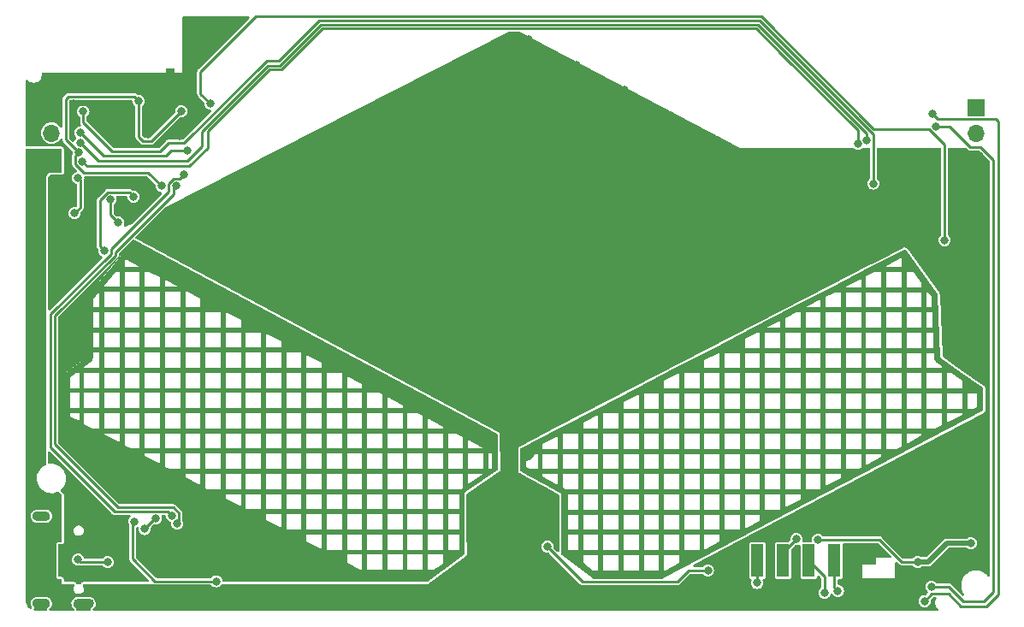
<source format=gbr>
G04 #@! TF.GenerationSoftware,KiCad,Pcbnew,5.99.0-unknown-4852a8afa1~142~ubuntu20.04.1*
G04 #@! TF.CreationDate,2021-10-18T20:21:53+02:00*
G04 #@! TF.ProjectId,chip2,63686970-322e-46b6-9963-61645f706362,1*
G04 #@! TF.SameCoordinates,Original*
G04 #@! TF.FileFunction,Copper,L2,Bot*
G04 #@! TF.FilePolarity,Positive*
%FSLAX46Y46*%
G04 Gerber Fmt 4.6, Leading zero omitted, Abs format (unit mm)*
G04 Created by KiCad (PCBNEW 5.99.0-unknown-4852a8afa1~142~ubuntu20.04.1) date 2021-10-18 20:21:53*
%MOMM*%
%LPD*%
G01*
G04 APERTURE LIST*
G04 #@! TA.AperFunction,ComponentPad*
%ADD10R,0.900000X0.500000*%
G04 #@! TD*
G04 #@! TA.AperFunction,ComponentPad*
%ADD11O,1.700000X0.900000*%
G04 #@! TD*
G04 #@! TA.AperFunction,ComponentPad*
%ADD12O,2.000000X0.900000*%
G04 #@! TD*
G04 #@! TA.AperFunction,ComponentPad*
%ADD13R,1.700000X1.700000*%
G04 #@! TD*
G04 #@! TA.AperFunction,ComponentPad*
%ADD14O,1.700000X1.700000*%
G04 #@! TD*
G04 #@! TA.AperFunction,SMDPad,CuDef*
%ADD15R,1.270000X3.180000*%
G04 #@! TD*
G04 #@! TA.AperFunction,ViaPad*
%ADD16C,0.800000*%
G04 #@! TD*
G04 #@! TA.AperFunction,Conductor*
%ADD17C,0.250000*%
G04 #@! TD*
G04 #@! TA.AperFunction,Conductor*
%ADD18C,0.500000*%
G04 #@! TD*
G04 APERTURE END LIST*
D10*
X111500000Y-66600000D03*
D11*
X98760000Y-110680000D03*
D12*
X102930000Y-119320000D03*
D11*
X98760000Y-119320000D03*
D12*
X102930000Y-110680000D03*
D13*
X191250000Y-70250000D03*
D14*
X191250000Y-72790000D03*
X191250000Y-75330000D03*
D13*
X99750000Y-70225000D03*
D14*
X99750000Y-72765000D03*
X99750000Y-75305000D03*
D15*
X169630000Y-115090000D03*
X172170000Y-115090000D03*
X174710000Y-115090000D03*
X177250000Y-115090000D03*
X98510000Y-115090000D03*
X101050000Y-115090000D03*
D16*
X127950000Y-116500000D03*
X100000000Y-80850000D03*
X102600000Y-90450000D03*
X106050000Y-105900000D03*
X102500000Y-109050000D03*
X113500000Y-64000000D03*
X105350000Y-72900000D03*
X111500000Y-69500000D03*
X114925000Y-110250000D03*
X102600000Y-67500000D03*
X110500000Y-69500000D03*
X109300000Y-72900000D03*
X109150000Y-79320000D03*
X113500000Y-65000000D03*
X104800000Y-67500000D03*
X101942067Y-69824500D03*
X119600000Y-112550000D03*
X169590000Y-117290000D03*
X112425000Y-73075000D03*
X103700000Y-67500000D03*
X113500000Y-63000000D03*
X169600000Y-113890000D03*
X101500000Y-67500000D03*
X106075000Y-111750000D03*
X112500000Y-68500000D03*
X110500000Y-67500000D03*
X146650000Y-104300000D03*
X107550000Y-81400000D03*
X112500000Y-67500000D03*
X110500000Y-68500000D03*
X105900000Y-67500000D03*
X114500000Y-70000000D03*
X113500000Y-62000000D03*
X119825000Y-116075000D03*
X99400000Y-67500000D03*
X114500000Y-112500000D03*
X100400000Y-67500000D03*
X175615911Y-113021922D03*
X102425000Y-74675000D03*
X185500000Y-115200000D03*
X110660000Y-78000000D03*
X108400000Y-69600000D03*
X190750000Y-113350000D03*
X112600000Y-70600000D03*
X102600000Y-72700000D03*
X113200000Y-74500000D03*
X105000000Y-84425000D03*
X107890000Y-79050500D03*
X151750000Y-71000000D03*
X128200000Y-78500000D03*
X109350000Y-118750000D03*
X151700000Y-96250000D03*
X151700000Y-76000000D03*
X156450000Y-93750000D03*
X132950000Y-76000000D03*
X132950000Y-91250000D03*
X156500000Y-73500000D03*
X114250000Y-81000000D03*
X147000000Y-68500000D03*
X156450000Y-83500000D03*
X170450000Y-86000000D03*
X146950000Y-98750000D03*
X156450000Y-88750000D03*
X165700000Y-83500000D03*
X160950000Y-91250000D03*
X179700000Y-81000000D03*
X147000000Y-73500000D03*
X137700000Y-83500000D03*
X165700000Y-78500000D03*
X151750000Y-66000000D03*
X118950000Y-83500000D03*
X128200000Y-88750000D03*
X151700000Y-86000000D03*
X160950000Y-81000000D03*
X179600000Y-112000000D03*
X146950000Y-78500000D03*
X137750000Y-78500000D03*
X151700000Y-81000000D03*
X132950000Y-86000000D03*
X123450000Y-81000000D03*
X156450000Y-78500000D03*
X165700000Y-73500000D03*
X161000000Y-71000000D03*
X175200000Y-78500000D03*
X160950000Y-76000000D03*
X133000000Y-81000000D03*
X142550000Y-66000000D03*
X151700000Y-91250000D03*
X109350000Y-117900000D03*
X165700000Y-88750000D03*
X179600000Y-111150000D03*
X142450000Y-96250000D03*
X132950000Y-71000000D03*
X142450000Y-81000000D03*
X128250000Y-83500000D03*
X146950000Y-83500000D03*
X110200000Y-118750000D03*
X118950000Y-78500000D03*
X128200000Y-73500000D03*
X137700000Y-88750000D03*
X175200000Y-83500000D03*
X187100000Y-75850000D03*
X146950000Y-88750000D03*
X137700000Y-93750000D03*
X137700000Y-68500000D03*
X137750000Y-73500000D03*
X111050000Y-118750000D03*
X110200000Y-117900000D03*
X160950000Y-86000000D03*
X142450000Y-86000000D03*
X142500000Y-76000000D03*
X142450000Y-70950000D03*
X146950000Y-63500000D03*
X146950000Y-93750000D03*
X170450000Y-76000000D03*
X156500000Y-68500000D03*
X123450000Y-76000000D03*
X142450000Y-91250000D03*
X170450000Y-81000000D03*
X123500000Y-86000000D03*
X180425500Y-73450000D03*
X102600000Y-73700000D03*
X177591944Y-118078056D03*
X186160806Y-119085306D03*
X186980000Y-70890000D03*
X179555650Y-73830678D03*
X102808638Y-75575500D03*
X187301944Y-72098056D03*
X176260000Y-118260000D03*
X186850000Y-117650000D03*
X173469140Y-112948486D03*
X105304710Y-115237000D03*
X102385229Y-114971951D03*
X102909116Y-70634116D03*
X181100000Y-77760000D03*
X116050000Y-117125000D03*
X107975000Y-111199019D03*
X102399185Y-77201109D03*
X102050000Y-80700000D03*
X110075000Y-110900000D03*
X108975000Y-111950000D03*
X164725000Y-116050000D03*
X148850000Y-113700000D03*
X106375000Y-81625000D03*
X105600000Y-79325000D03*
X112860000Y-76890000D03*
X111694151Y-110636857D03*
X112210953Y-111433393D03*
X112133056Y-77963056D03*
X188150000Y-83350000D03*
X115475000Y-69850000D03*
D17*
X181100000Y-77760000D02*
X181100000Y-72900000D01*
X181100000Y-72900000D02*
X169809520Y-61609520D01*
X169809520Y-61609520D02*
X126235040Y-61609520D01*
X110500000Y-74575000D02*
X105775000Y-74575000D01*
X105775000Y-74575000D02*
X102909116Y-71709116D01*
X102909116Y-71709116D02*
X102909116Y-70634116D01*
X126235040Y-61609520D02*
X122244560Y-65600000D01*
X122244560Y-65600000D02*
X121053904Y-65600000D01*
X111325489Y-73749511D02*
X110500000Y-74575000D01*
X121053904Y-65600000D02*
X112904393Y-73749511D01*
X112904393Y-73749511D02*
X111325489Y-73749511D01*
X186850000Y-117650000D02*
X188550000Y-117650000D01*
X192950000Y-75439700D02*
X191660300Y-74150000D01*
X188550000Y-117650000D02*
X190000000Y-119100000D01*
X190000000Y-119100000D02*
X192050000Y-119100000D01*
X192050000Y-119100000D02*
X192950000Y-118200000D01*
X192950000Y-118200000D02*
X192950000Y-75439700D01*
X191660300Y-74150000D02*
X190670000Y-74150000D01*
X190670000Y-74150000D02*
X188618056Y-72098056D01*
X188618056Y-72098056D02*
X187301944Y-72098056D01*
X186160806Y-119085306D02*
X186896112Y-118350000D01*
X188550000Y-118350000D02*
X189780000Y-119580000D01*
X186896112Y-118350000D02*
X188550000Y-118350000D01*
X189780000Y-119580000D02*
X192270000Y-119580000D01*
X192270000Y-119580000D02*
X193450000Y-118400000D01*
X193450000Y-118400000D02*
X193450000Y-71600000D01*
X193450000Y-71600000D02*
X193224511Y-71374511D01*
X193224511Y-71374511D02*
X187464511Y-71374511D01*
X187464511Y-71374511D02*
X186980000Y-70890000D01*
X164725000Y-116050000D02*
X162850000Y-116050000D01*
X162850000Y-116050000D02*
X161700000Y-117200000D01*
X161700000Y-117200000D02*
X152350000Y-117200000D01*
X152350000Y-117200000D02*
X148850000Y-113700000D01*
X112133056Y-77963056D02*
X111826112Y-78270000D01*
X106074030Y-84869880D02*
X100074520Y-90869390D01*
X111826112Y-78270000D02*
X111826112Y-78807792D01*
X112368662Y-111275684D02*
X112210953Y-111433393D01*
X111826112Y-78807792D02*
X106074030Y-84559874D01*
X106074030Y-84559874D02*
X106074030Y-84869880D01*
X106325969Y-109825969D02*
X111837167Y-109825969D01*
X111837167Y-109825969D02*
X112368662Y-110357464D01*
X112368662Y-110357464D02*
X112368662Y-111275684D01*
X100074520Y-90869390D02*
X100074520Y-103574520D01*
X100074520Y-103574520D02*
X106325969Y-109825969D01*
X112860000Y-76890000D02*
X112436952Y-77313048D01*
X112436952Y-77313048D02*
X112412449Y-77288545D01*
X112412449Y-77288545D02*
X111853663Y-77288545D01*
X111282783Y-110225489D02*
X111694151Y-110636857D01*
X111853663Y-77288545D02*
X111380000Y-77762208D01*
X111380000Y-77762208D02*
X111380000Y-78523904D01*
X111380000Y-78523904D02*
X105674511Y-84229393D01*
X105674511Y-84229393D02*
X105674511Y-84704393D01*
X106025489Y-110225489D02*
X111282783Y-110225489D01*
X105674511Y-84704393D02*
X99675000Y-90703904D01*
X99675000Y-90703904D02*
X99675000Y-103875000D01*
X99675000Y-103875000D02*
X106025489Y-110225489D01*
X169630000Y-117250000D02*
X169590000Y-117290000D01*
X169630000Y-115090000D02*
X169630000Y-117250000D01*
D18*
X190750000Y-113350000D02*
X188350000Y-113350000D01*
D17*
X112600000Y-70600000D02*
X109625489Y-73574511D01*
X102134127Y-74965873D02*
X102134127Y-75854893D01*
X185500000Y-115200000D02*
X183900000Y-115200000D01*
X101175489Y-73425489D02*
X101175489Y-69424511D01*
X101450000Y-69150000D02*
X107950000Y-69150000D01*
X183900000Y-115200000D02*
X181721922Y-113021922D01*
X108400000Y-73175000D02*
X108400000Y-69600000D01*
X109625489Y-73574511D02*
X108799511Y-73574511D01*
X108799511Y-73574511D02*
X108400000Y-73175000D01*
X102134127Y-75854893D02*
X102959234Y-76680000D01*
X109340000Y-76680000D02*
X110660000Y-78000000D01*
X107950000Y-69150000D02*
X108400000Y-69600000D01*
D18*
X188350000Y-113350000D02*
X186500000Y-115200000D01*
D17*
X102425000Y-74675000D02*
X102134127Y-74965873D01*
X181721922Y-113021922D02*
X175615911Y-113021922D01*
X101175489Y-69424511D02*
X101450000Y-69150000D01*
D18*
X186500000Y-115200000D02*
X185500000Y-115200000D01*
D17*
X102959234Y-76680000D02*
X109340000Y-76680000D01*
X102425000Y-74675000D02*
X101175489Y-73425489D01*
X111600000Y-74500000D02*
X113200000Y-74500000D01*
X102600000Y-72700000D02*
X103825000Y-73925000D01*
X107489989Y-78650489D02*
X105320607Y-78650489D01*
X104874519Y-74974519D02*
X111125481Y-74974519D01*
X105320607Y-78650489D02*
X104580000Y-79391096D01*
X104580000Y-79391096D02*
X104580000Y-84005000D01*
X107890000Y-79050500D02*
X107489989Y-78650489D01*
X104580000Y-84005000D02*
X105000000Y-84425000D01*
X111125481Y-74974519D02*
X111600000Y-74500000D01*
X103825000Y-73925000D02*
X104874519Y-74974519D01*
X114610000Y-74100000D02*
X114610000Y-72608910D01*
X175260000Y-67625006D02*
X179467497Y-71832503D01*
X126394783Y-62014783D02*
X169649777Y-62014783D01*
X169649777Y-62014783D02*
X175260000Y-67625006D01*
X102600000Y-73700000D02*
X104408545Y-75508545D01*
X177591944Y-118078056D02*
X177250000Y-117736112D01*
X180425500Y-72790506D02*
X180425500Y-73450000D01*
X122335036Y-66074530D02*
X126394783Y-62014783D01*
X121144379Y-66074531D02*
X122335036Y-66074530D01*
X114610000Y-72608910D02*
X121144379Y-66074531D01*
X177250000Y-117736112D02*
X177250000Y-115090000D01*
X179467497Y-71832503D02*
X180425500Y-72790506D01*
X113201455Y-75508545D02*
X114610000Y-74100000D01*
X104408545Y-75508545D02*
X113201455Y-75508545D01*
X169484291Y-62414303D02*
X172070000Y-65000012D01*
X176260000Y-116640000D02*
X174710000Y-115090000D01*
X179555650Y-72485662D02*
X179555650Y-73830678D01*
X172070000Y-65000012D02*
X179555650Y-72485662D01*
X115220000Y-72563916D02*
X121291958Y-66491958D01*
X103283138Y-76050000D02*
X113380000Y-76050000D01*
X176260000Y-118260000D02*
X176260000Y-116640000D01*
X121291958Y-66491958D02*
X122482614Y-66491958D01*
X122482614Y-66491958D02*
X126560269Y-62414303D01*
X113380000Y-76050000D02*
X115220000Y-74210000D01*
X126560269Y-62414303D02*
X169484291Y-62414303D01*
X102808638Y-75575500D02*
X103283138Y-76050000D01*
X115220000Y-74210000D02*
X115220000Y-72563916D01*
X173469140Y-112948486D02*
X172170000Y-114247626D01*
X172170000Y-114247626D02*
X172170000Y-115090000D01*
X102650278Y-115237000D02*
X102385229Y-114971951D01*
X105304710Y-115237000D02*
X102650278Y-115237000D01*
X107769499Y-114894499D02*
X107769499Y-111404520D01*
X102600000Y-77401924D02*
X102600000Y-80150000D01*
X107769499Y-111404520D02*
X107975000Y-111199019D01*
X116050000Y-117125000D02*
X110000000Y-117125000D01*
X110000000Y-117125000D02*
X107769499Y-114894499D01*
X102600000Y-80150000D02*
X102050000Y-80700000D01*
X102399185Y-77201109D02*
X102600000Y-77401924D01*
X110075000Y-110900000D02*
X110025000Y-110900000D01*
X110025000Y-110900000D02*
X108975000Y-111950000D01*
X105600000Y-80850000D02*
X106375000Y-81625000D01*
X105600000Y-79325000D02*
X105600000Y-80850000D01*
X115475000Y-69850000D02*
X114500000Y-68875000D01*
X119990000Y-61210000D02*
X169975006Y-61210000D01*
X186600000Y-72350000D02*
X188150000Y-73900000D01*
X114500000Y-68875000D02*
X114500000Y-66700000D01*
X181115006Y-72350000D02*
X186600000Y-72350000D01*
X169975006Y-61210000D02*
X181115006Y-72350000D01*
X188150000Y-73900000D02*
X188150000Y-83350000D01*
X114500000Y-66700000D02*
X119990000Y-61210000D01*
G04 #@! TA.AperFunction,Conductor*
G36*
X143946525Y-103976003D02*
G01*
X143948359Y-105149713D01*
X143949732Y-106028370D01*
X143929836Y-106096522D01*
X143895049Y-106132441D01*
X140742032Y-108297199D01*
X140711100Y-108323423D01*
X140675860Y-108360055D01*
X140627636Y-108443950D01*
X140608197Y-108512233D01*
X140600561Y-108568647D01*
X140600598Y-108573147D01*
X140600598Y-108573150D01*
X140621004Y-111042257D01*
X140627977Y-111886036D01*
X140648476Y-114366269D01*
X140648636Y-114385688D01*
X140629197Y-114453971D01*
X140597607Y-114488001D01*
X140329518Y-114686456D01*
X136967433Y-117175272D01*
X136900781Y-117199725D01*
X136892466Y-117200000D01*
X131260870Y-117200000D01*
X127658739Y-115295425D01*
X128998000Y-115295425D01*
X130313516Y-115990985D01*
X130500000Y-115990985D01*
X130998000Y-115990985D01*
X132500000Y-115990985D01*
X132998000Y-115990985D01*
X134500000Y-115990985D01*
X134998000Y-115990985D01*
X136500000Y-115990985D01*
X136998000Y-115990985D01*
X137624724Y-115990985D01*
X138500000Y-115348105D01*
X138500000Y-114488985D01*
X136998000Y-114488985D01*
X136998000Y-115990985D01*
X136500000Y-115990985D01*
X136500000Y-114488985D01*
X134998000Y-114488985D01*
X134998000Y-115990985D01*
X134500000Y-115990985D01*
X134500000Y-114488985D01*
X132998000Y-114488985D01*
X132998000Y-115990985D01*
X132500000Y-115990985D01*
X132500000Y-114488985D01*
X130998000Y-114488985D01*
X130998000Y-115990985D01*
X130500000Y-115990985D01*
X130500000Y-114488985D01*
X128998000Y-114488985D01*
X128998000Y-115295425D01*
X127658739Y-115295425D01*
X125191646Y-113990985D01*
X126998000Y-113990985D01*
X128500000Y-113990985D01*
X128998000Y-113990985D01*
X130500000Y-113990985D01*
X130998000Y-113990985D01*
X132500000Y-113990985D01*
X132998000Y-113990985D01*
X134500000Y-113990985D01*
X134998000Y-113990985D01*
X136500000Y-113990985D01*
X136998000Y-113990985D01*
X138500000Y-113990985D01*
X138998000Y-113990985D01*
X140098658Y-113990985D01*
X140098658Y-112488985D01*
X138998000Y-112488985D01*
X138998000Y-113990985D01*
X138500000Y-113990985D01*
X138500000Y-112488985D01*
X136998000Y-112488985D01*
X136998000Y-113990985D01*
X136500000Y-113990985D01*
X136500000Y-112488985D01*
X134998000Y-112488985D01*
X134998000Y-113990985D01*
X134500000Y-113990985D01*
X134500000Y-112488985D01*
X132998000Y-112488985D01*
X132998000Y-113990985D01*
X132500000Y-113990985D01*
X132500000Y-112488985D01*
X130998000Y-112488985D01*
X130998000Y-113990985D01*
X130500000Y-113990985D01*
X130500000Y-112488985D01*
X128998000Y-112488985D01*
X128998000Y-113990985D01*
X128500000Y-113990985D01*
X128500000Y-112488985D01*
X126998000Y-112488985D01*
X126998000Y-113990985D01*
X125191646Y-113990985D01*
X123658738Y-113180482D01*
X124998000Y-113180482D01*
X126500000Y-113974643D01*
X126500000Y-112488985D01*
X124998000Y-112488985D01*
X124998000Y-113180482D01*
X123658738Y-113180482D01*
X121409037Y-111990985D01*
X122998000Y-111990985D01*
X124500000Y-111990985D01*
X124998000Y-111990985D01*
X126500000Y-111990985D01*
X126998000Y-111990985D01*
X128500000Y-111990985D01*
X128998000Y-111990985D01*
X130500000Y-111990985D01*
X130998000Y-111990985D01*
X132500000Y-111990985D01*
X132998000Y-111990985D01*
X134500000Y-111990985D01*
X134998000Y-111990985D01*
X136500000Y-111990985D01*
X136998000Y-111990985D01*
X138500000Y-111990985D01*
X138998000Y-111990985D01*
X140098658Y-111990985D01*
X140098658Y-110488985D01*
X138998000Y-110488985D01*
X138998000Y-111990985D01*
X138500000Y-111990985D01*
X138500000Y-110488985D01*
X136998000Y-110488985D01*
X136998000Y-111990985D01*
X136500000Y-111990985D01*
X136500000Y-110488985D01*
X134998000Y-110488985D01*
X134998000Y-111990985D01*
X134500000Y-111990985D01*
X134500000Y-110488985D01*
X132998000Y-110488985D01*
X132998000Y-111990985D01*
X132500000Y-111990985D01*
X132500000Y-110488985D01*
X130998000Y-110488985D01*
X130998000Y-111990985D01*
X130500000Y-111990985D01*
X130500000Y-110488985D01*
X128998000Y-110488985D01*
X128998000Y-111990985D01*
X128500000Y-111990985D01*
X128500000Y-110488985D01*
X126998000Y-110488985D01*
X126998000Y-111990985D01*
X126500000Y-111990985D01*
X126500000Y-110488985D01*
X124998000Y-110488985D01*
X124998000Y-111990985D01*
X124500000Y-111990985D01*
X124500000Y-110488985D01*
X122998000Y-110488985D01*
X122998000Y-111990985D01*
X121409037Y-111990985D01*
X119658739Y-111065540D01*
X120998000Y-111065540D01*
X122500000Y-111859700D01*
X122500000Y-110488985D01*
X120998000Y-110488985D01*
X120998000Y-111065540D01*
X119658739Y-111065540D01*
X117626428Y-109990985D01*
X118998000Y-109990985D01*
X120500000Y-109990985D01*
X120998000Y-109990985D01*
X122500000Y-109990985D01*
X122998000Y-109990985D01*
X124500000Y-109990985D01*
X124998000Y-109990985D01*
X126500000Y-109990985D01*
X126998000Y-109990985D01*
X128500000Y-109990985D01*
X128998000Y-109990985D01*
X130500000Y-109990985D01*
X130998000Y-109990985D01*
X132500000Y-109990985D01*
X132998000Y-109990985D01*
X134500000Y-109990985D01*
X134998000Y-109990985D01*
X136500000Y-109990985D01*
X136998000Y-109990985D01*
X138500000Y-109990985D01*
X138998000Y-109990985D01*
X140098658Y-109990985D01*
X140098658Y-108490830D01*
X140098741Y-108488985D01*
X138998000Y-108488985D01*
X138998000Y-109990985D01*
X138500000Y-109990985D01*
X138500000Y-108488985D01*
X136998000Y-108488985D01*
X136998000Y-109990985D01*
X136500000Y-109990985D01*
X136500000Y-108488985D01*
X134998000Y-108488985D01*
X134998000Y-109990985D01*
X134500000Y-109990985D01*
X134500000Y-108488985D01*
X132998000Y-108488985D01*
X132998000Y-109990985D01*
X132500000Y-109990985D01*
X132500000Y-108488985D01*
X130998000Y-108488985D01*
X130998000Y-109990985D01*
X130500000Y-109990985D01*
X130500000Y-108488985D01*
X128998000Y-108488985D01*
X128998000Y-109990985D01*
X128500000Y-109990985D01*
X128500000Y-108488985D01*
X126998000Y-108488985D01*
X126998000Y-109990985D01*
X126500000Y-109990985D01*
X126500000Y-108488985D01*
X124998000Y-108488985D01*
X124998000Y-109990985D01*
X124500000Y-109990985D01*
X124500000Y-108488985D01*
X122998000Y-108488985D01*
X122998000Y-109990985D01*
X122500000Y-109990985D01*
X122500000Y-108488985D01*
X120998000Y-108488985D01*
X120998000Y-109990985D01*
X120500000Y-109990985D01*
X120500000Y-108488985D01*
X118998000Y-108488985D01*
X118998000Y-109990985D01*
X117626428Y-109990985D01*
X115658738Y-108950597D01*
X116998000Y-108950597D01*
X118500000Y-109744758D01*
X118500000Y-108488985D01*
X116998000Y-108488985D01*
X116998000Y-108950597D01*
X115658738Y-108950597D01*
X113658739Y-107893126D01*
X114998000Y-107893126D01*
X115183081Y-107990985D01*
X116500000Y-107990985D01*
X116998000Y-107990985D01*
X118500000Y-107990985D01*
X118998000Y-107990985D01*
X120500000Y-107990985D01*
X120998000Y-107990985D01*
X122500000Y-107990985D01*
X122998000Y-107990985D01*
X124500000Y-107990985D01*
X124998000Y-107990985D01*
X126500000Y-107990985D01*
X126998000Y-107990985D01*
X128500000Y-107990985D01*
X128998000Y-107990985D01*
X130500000Y-107990985D01*
X130998000Y-107990985D01*
X132500000Y-107990985D01*
X132998000Y-107990985D01*
X134500000Y-107990985D01*
X134998000Y-107990985D01*
X136500000Y-107990985D01*
X136998000Y-107990985D01*
X138500000Y-107990985D01*
X138998000Y-107990985D01*
X140339880Y-107990985D01*
X140352208Y-107978170D01*
X140354448Y-107975899D01*
X140363322Y-107967130D01*
X140365627Y-107964909D01*
X140374950Y-107956153D01*
X140377316Y-107953988D01*
X140386645Y-107945663D01*
X140389057Y-107943564D01*
X140419989Y-107917340D01*
X140422459Y-107915300D01*
X140432198Y-107907460D01*
X140434717Y-107905484D01*
X140444881Y-107897719D01*
X140447438Y-107895817D01*
X140457542Y-107888495D01*
X140460160Y-107886647D01*
X140500000Y-107859294D01*
X140500000Y-107517385D01*
X140998000Y-107517385D01*
X142495886Y-106488985D01*
X140998000Y-106488985D01*
X140998000Y-107517385D01*
X140500000Y-107517385D01*
X140500000Y-106488985D01*
X138998000Y-106488985D01*
X138998000Y-107990985D01*
X138500000Y-107990985D01*
X138500000Y-106488985D01*
X136998000Y-106488985D01*
X136998000Y-107990985D01*
X136500000Y-107990985D01*
X136500000Y-106488985D01*
X134998000Y-106488985D01*
X134998000Y-107990985D01*
X134500000Y-107990985D01*
X134500000Y-106488985D01*
X132998000Y-106488985D01*
X132998000Y-107990985D01*
X132500000Y-107990985D01*
X132500000Y-106488985D01*
X130998000Y-106488985D01*
X130998000Y-107990985D01*
X130500000Y-107990985D01*
X130500000Y-106488985D01*
X128998000Y-106488985D01*
X128998000Y-107990985D01*
X128500000Y-107990985D01*
X128500000Y-106488985D01*
X126998000Y-106488985D01*
X126998000Y-107990985D01*
X126500000Y-107990985D01*
X126500000Y-106488985D01*
X124998000Y-106488985D01*
X124998000Y-107990985D01*
X124500000Y-107990985D01*
X124500000Y-106488985D01*
X122998000Y-106488985D01*
X122998000Y-107990985D01*
X122500000Y-107990985D01*
X122500000Y-106488985D01*
X120998000Y-106488985D01*
X120998000Y-107990985D01*
X120500000Y-107990985D01*
X120500000Y-106488985D01*
X118998000Y-106488985D01*
X118998000Y-107990985D01*
X118500000Y-107990985D01*
X118500000Y-106488985D01*
X116998000Y-106488985D01*
X116998000Y-107990985D01*
X116500000Y-107990985D01*
X116500000Y-106488985D01*
X114998000Y-106488985D01*
X114998000Y-107893126D01*
X113658739Y-107893126D01*
X111658739Y-106835655D01*
X112998000Y-106835655D01*
X114500000Y-107629815D01*
X114500000Y-106488985D01*
X112998000Y-106488985D01*
X112998000Y-106835655D01*
X111658739Y-106835655D01*
X109658738Y-105778183D01*
X110998000Y-105778183D01*
X111400473Y-105990985D01*
X112500000Y-105990985D01*
X112998000Y-105990985D01*
X114500000Y-105990985D01*
X114998000Y-105990985D01*
X116500000Y-105990985D01*
X116998000Y-105990985D01*
X118500000Y-105990985D01*
X118998000Y-105990985D01*
X120500000Y-105990985D01*
X120998000Y-105990985D01*
X122500000Y-105990985D01*
X122998000Y-105990985D01*
X124500000Y-105990985D01*
X124998000Y-105990985D01*
X126500000Y-105990985D01*
X126998000Y-105990985D01*
X128500000Y-105990985D01*
X128998000Y-105990985D01*
X130500000Y-105990985D01*
X130998000Y-105990985D01*
X132500000Y-105990985D01*
X132998000Y-105990985D01*
X134500000Y-105990985D01*
X134998000Y-105990985D01*
X136500000Y-105990985D01*
X136998000Y-105990985D01*
X138500000Y-105990985D01*
X138998000Y-105990985D01*
X140500000Y-105990985D01*
X140998000Y-105990985D01*
X142500000Y-105990985D01*
X142998000Y-105990985D01*
X143221232Y-105990985D01*
X143348658Y-105903498D01*
X143348658Y-104488985D01*
X142998000Y-104488985D01*
X142998000Y-105990985D01*
X142500000Y-105990985D01*
X142500000Y-104488985D01*
X140998000Y-104488985D01*
X140998000Y-105990985D01*
X140500000Y-105990985D01*
X140500000Y-104488985D01*
X138998000Y-104488985D01*
X138998000Y-105990985D01*
X138500000Y-105990985D01*
X138500000Y-104488985D01*
X136998000Y-104488985D01*
X136998000Y-105990985D01*
X136500000Y-105990985D01*
X136500000Y-104488985D01*
X134998000Y-104488985D01*
X134998000Y-105990985D01*
X134500000Y-105990985D01*
X134500000Y-104488985D01*
X132998000Y-104488985D01*
X132998000Y-105990985D01*
X132500000Y-105990985D01*
X132500000Y-104488985D01*
X130998000Y-104488985D01*
X130998000Y-105990985D01*
X130500000Y-105990985D01*
X130500000Y-104488985D01*
X128998000Y-104488985D01*
X128998000Y-105990985D01*
X128500000Y-105990985D01*
X128500000Y-104488985D01*
X126998000Y-104488985D01*
X126998000Y-105990985D01*
X126500000Y-105990985D01*
X126500000Y-104488985D01*
X124998000Y-104488985D01*
X124998000Y-105990985D01*
X124500000Y-105990985D01*
X124500000Y-104488985D01*
X122998000Y-104488985D01*
X122998000Y-105990985D01*
X122500000Y-105990985D01*
X122500000Y-104488985D01*
X120998000Y-104488985D01*
X120998000Y-105990985D01*
X120500000Y-105990985D01*
X120500000Y-104488985D01*
X118998000Y-104488985D01*
X118998000Y-105990985D01*
X118500000Y-105990985D01*
X118500000Y-104488985D01*
X116998000Y-104488985D01*
X116998000Y-105990985D01*
X116500000Y-105990985D01*
X116500000Y-104488985D01*
X114998000Y-104488985D01*
X114998000Y-105990985D01*
X114500000Y-105990985D01*
X114500000Y-104488985D01*
X112998000Y-104488985D01*
X112998000Y-105990985D01*
X112500000Y-105990985D01*
X112500000Y-104488985D01*
X110998000Y-104488985D01*
X110998000Y-105778183D01*
X109658738Y-105778183D01*
X107658738Y-104720712D01*
X108998000Y-104720712D01*
X110500000Y-105514872D01*
X110500000Y-104488985D01*
X108998000Y-104488985D01*
X108998000Y-104720712D01*
X107658738Y-104720712D01*
X105658739Y-103663241D01*
X106998000Y-103663241D01*
X107617864Y-103990985D01*
X108500000Y-103990985D01*
X108998000Y-103990985D01*
X110500000Y-103990985D01*
X110998000Y-103990985D01*
X112500000Y-103990985D01*
X112998000Y-103990985D01*
X114500000Y-103990985D01*
X114998000Y-103990985D01*
X116500000Y-103990985D01*
X116998000Y-103990985D01*
X118500000Y-103990985D01*
X118998000Y-103990985D01*
X120500000Y-103990985D01*
X120998000Y-103990985D01*
X122500000Y-103990985D01*
X122998000Y-103990985D01*
X124500000Y-103990985D01*
X124998000Y-103990985D01*
X126500000Y-103990985D01*
X126998000Y-103990985D01*
X128500000Y-103990985D01*
X128998000Y-103990985D01*
X130500000Y-103990985D01*
X130998000Y-103990985D01*
X132500000Y-103990985D01*
X132998000Y-103990985D01*
X134500000Y-103990985D01*
X134998000Y-103990985D01*
X136500000Y-103990985D01*
X136998000Y-103990985D01*
X138500000Y-103990985D01*
X138998000Y-103990985D01*
X140500000Y-103990985D01*
X140500000Y-103129668D01*
X140998000Y-103129668D01*
X140998000Y-103990985D01*
X142500000Y-103990985D01*
X142500000Y-103921262D01*
X140998000Y-103129668D01*
X140500000Y-103129668D01*
X140500000Y-102867208D01*
X139782345Y-102488985D01*
X138998000Y-102488985D01*
X138998000Y-103990985D01*
X138500000Y-103990985D01*
X138500000Y-102488985D01*
X136998000Y-102488985D01*
X136998000Y-103990985D01*
X136500000Y-103990985D01*
X136500000Y-102488985D01*
X134998000Y-102488985D01*
X134998000Y-103990985D01*
X134500000Y-103990985D01*
X134500000Y-102488985D01*
X132998000Y-102488985D01*
X132998000Y-103990985D01*
X132500000Y-103990985D01*
X132500000Y-102488985D01*
X130998000Y-102488985D01*
X130998000Y-103990985D01*
X130500000Y-103990985D01*
X130500000Y-102488985D01*
X128998000Y-102488985D01*
X128998000Y-103990985D01*
X128500000Y-103990985D01*
X128500000Y-102488985D01*
X126998000Y-102488985D01*
X126998000Y-103990985D01*
X126500000Y-103990985D01*
X126500000Y-102488985D01*
X124998000Y-102488985D01*
X124998000Y-103990985D01*
X124500000Y-103990985D01*
X124500000Y-102488985D01*
X122998000Y-102488985D01*
X122998000Y-103990985D01*
X122500000Y-103990985D01*
X122500000Y-102488985D01*
X120998000Y-102488985D01*
X120998000Y-103990985D01*
X120500000Y-103990985D01*
X120500000Y-102488985D01*
X118998000Y-102488985D01*
X118998000Y-103990985D01*
X118500000Y-103990985D01*
X118500000Y-102488985D01*
X116998000Y-102488985D01*
X116998000Y-103990985D01*
X116500000Y-103990985D01*
X116500000Y-102488985D01*
X114998000Y-102488985D01*
X114998000Y-103990985D01*
X114500000Y-103990985D01*
X114500000Y-102488985D01*
X112998000Y-102488985D01*
X112998000Y-103990985D01*
X112500000Y-103990985D01*
X112500000Y-102488985D01*
X110998000Y-102488985D01*
X110998000Y-103990985D01*
X110500000Y-103990985D01*
X110500000Y-102488985D01*
X108998000Y-102488985D01*
X108998000Y-103990985D01*
X108500000Y-103990985D01*
X108500000Y-102488985D01*
X106998000Y-102488985D01*
X106998000Y-103663241D01*
X105658739Y-103663241D01*
X103658739Y-102605770D01*
X104998000Y-102605770D01*
X106500000Y-103399930D01*
X106500000Y-102488985D01*
X104998000Y-102488985D01*
X104998000Y-102605770D01*
X103658739Y-102605770D01*
X101658738Y-101548298D01*
X102998000Y-101548298D01*
X103835255Y-101990985D01*
X104500000Y-101990985D01*
X104998000Y-101990985D01*
X106500000Y-101990985D01*
X106998000Y-101990985D01*
X108500000Y-101990985D01*
X108998000Y-101990985D01*
X110500000Y-101990985D01*
X110998000Y-101990985D01*
X112500000Y-101990985D01*
X112998000Y-101990985D01*
X114500000Y-101990985D01*
X114998000Y-101990985D01*
X116500000Y-101990985D01*
X116998000Y-101990985D01*
X118500000Y-101990985D01*
X118998000Y-101990985D01*
X120500000Y-101990985D01*
X120998000Y-101990985D01*
X122500000Y-101990985D01*
X122998000Y-101990985D01*
X124500000Y-101990985D01*
X124998000Y-101990985D01*
X126500000Y-101990985D01*
X126998000Y-101990985D01*
X128500000Y-101990985D01*
X128998000Y-101990985D01*
X130500000Y-101990985D01*
X130998000Y-101990985D01*
X132500000Y-101990985D01*
X132998000Y-101990985D01*
X134500000Y-101990985D01*
X134998000Y-101990985D01*
X136500000Y-101990985D01*
X136500000Y-101021560D01*
X136998000Y-101021560D01*
X136998000Y-101990985D01*
X138500000Y-101990985D01*
X138500000Y-101813154D01*
X136998000Y-101021560D01*
X136500000Y-101021560D01*
X136500000Y-100759100D01*
X135987473Y-100488985D01*
X134998000Y-100488985D01*
X134998000Y-101990985D01*
X134500000Y-101990985D01*
X134500000Y-100488985D01*
X132998000Y-100488985D01*
X132998000Y-101990985D01*
X132500000Y-101990985D01*
X132500000Y-100488985D01*
X130998000Y-100488985D01*
X130998000Y-101990985D01*
X130500000Y-101990985D01*
X130500000Y-100488985D01*
X128998000Y-100488985D01*
X128998000Y-101990985D01*
X128500000Y-101990985D01*
X128500000Y-100488985D01*
X126998000Y-100488985D01*
X126998000Y-101990985D01*
X126500000Y-101990985D01*
X126500000Y-100488985D01*
X124998000Y-100488985D01*
X124998000Y-101990985D01*
X124500000Y-101990985D01*
X124500000Y-100488985D01*
X122998000Y-100488985D01*
X122998000Y-101990985D01*
X122500000Y-101990985D01*
X122500000Y-100488985D01*
X120998000Y-100488985D01*
X120998000Y-101990985D01*
X120500000Y-101990985D01*
X120500000Y-100488985D01*
X118998000Y-100488985D01*
X118998000Y-101990985D01*
X118500000Y-101990985D01*
X118500000Y-100488985D01*
X116998000Y-100488985D01*
X116998000Y-101990985D01*
X116500000Y-101990985D01*
X116500000Y-100488985D01*
X114998000Y-100488985D01*
X114998000Y-101990985D01*
X114500000Y-101990985D01*
X114500000Y-100488985D01*
X112998000Y-100488985D01*
X112998000Y-101990985D01*
X112500000Y-101990985D01*
X112500000Y-100488985D01*
X110998000Y-100488985D01*
X110998000Y-101990985D01*
X110500000Y-101990985D01*
X110500000Y-100488985D01*
X108998000Y-100488985D01*
X108998000Y-101990985D01*
X108500000Y-101990985D01*
X108500000Y-100488985D01*
X106998000Y-100488985D01*
X106998000Y-101990985D01*
X106500000Y-101990985D01*
X106500000Y-100488985D01*
X104998000Y-100488985D01*
X104998000Y-101990985D01*
X104500000Y-101990985D01*
X104500000Y-100488985D01*
X102998000Y-100488985D01*
X102998000Y-101548298D01*
X101658738Y-101548298D01*
X101000000Y-101200000D01*
X101000000Y-100822873D01*
X101626000Y-100822873D01*
X102500000Y-101284987D01*
X102500000Y-100488985D01*
X101626000Y-100488985D01*
X101626000Y-100822873D01*
X101000000Y-100822873D01*
X101000000Y-99990985D01*
X101626000Y-99990985D01*
X102500000Y-99990985D01*
X102998000Y-99990985D01*
X104500000Y-99990985D01*
X104998000Y-99990985D01*
X106500000Y-99990985D01*
X106998000Y-99990985D01*
X108500000Y-99990985D01*
X108998000Y-99990985D01*
X110500000Y-99990985D01*
X110998000Y-99990985D01*
X112500000Y-99990985D01*
X112998000Y-99990985D01*
X114500000Y-99990985D01*
X114998000Y-99990985D01*
X116500000Y-99990985D01*
X116998000Y-99990985D01*
X118500000Y-99990985D01*
X118998000Y-99990985D01*
X120500000Y-99990985D01*
X120998000Y-99990985D01*
X122500000Y-99990985D01*
X122998000Y-99990985D01*
X124500000Y-99990985D01*
X124998000Y-99990985D01*
X126500000Y-99990985D01*
X126998000Y-99990985D01*
X128500000Y-99990985D01*
X128998000Y-99990985D01*
X130500000Y-99990985D01*
X130998000Y-99990985D01*
X132500000Y-99990985D01*
X132500000Y-98913452D01*
X132998000Y-98913452D01*
X132998000Y-99990985D01*
X134500000Y-99990985D01*
X134500000Y-99705046D01*
X132998000Y-98913452D01*
X132500000Y-98913452D01*
X132500000Y-98650992D01*
X132192601Y-98488985D01*
X130998000Y-98488985D01*
X130998000Y-99990985D01*
X130500000Y-99990985D01*
X130500000Y-98488985D01*
X128998000Y-98488985D01*
X128998000Y-99990985D01*
X128500000Y-99990985D01*
X128500000Y-98488985D01*
X126998000Y-98488985D01*
X126998000Y-99990985D01*
X126500000Y-99990985D01*
X126500000Y-98488985D01*
X124998000Y-98488985D01*
X124998000Y-99990985D01*
X124500000Y-99990985D01*
X124500000Y-98488985D01*
X122998000Y-98488985D01*
X122998000Y-99990985D01*
X122500000Y-99990985D01*
X122500000Y-98488985D01*
X120998000Y-98488985D01*
X120998000Y-99990985D01*
X120500000Y-99990985D01*
X120500000Y-98488985D01*
X118998000Y-98488985D01*
X118998000Y-99990985D01*
X118500000Y-99990985D01*
X118500000Y-98488985D01*
X116998000Y-98488985D01*
X116998000Y-99990985D01*
X116500000Y-99990985D01*
X116500000Y-98488985D01*
X114998000Y-98488985D01*
X114998000Y-99990985D01*
X114500000Y-99990985D01*
X114500000Y-98488985D01*
X112998000Y-98488985D01*
X112998000Y-99990985D01*
X112500000Y-99990985D01*
X112500000Y-98488985D01*
X110998000Y-98488985D01*
X110998000Y-99990985D01*
X110500000Y-99990985D01*
X110500000Y-98488985D01*
X108998000Y-98488985D01*
X108998000Y-99990985D01*
X108500000Y-99990985D01*
X108500000Y-98488985D01*
X106998000Y-98488985D01*
X106998000Y-99990985D01*
X106500000Y-99990985D01*
X106500000Y-98488985D01*
X104998000Y-98488985D01*
X104998000Y-99990985D01*
X104500000Y-99990985D01*
X104500000Y-98488985D01*
X102998000Y-98488985D01*
X102998000Y-99990985D01*
X102500000Y-99990985D01*
X102500000Y-98488985D01*
X101626000Y-98488985D01*
X101626000Y-99990985D01*
X101000000Y-99990985D01*
X101000000Y-97990985D01*
X101626000Y-97990985D01*
X102500000Y-97990985D01*
X102998000Y-97990985D01*
X104500000Y-97990985D01*
X104998000Y-97990985D01*
X106500000Y-97990985D01*
X106998000Y-97990985D01*
X108500000Y-97990985D01*
X108998000Y-97990985D01*
X110500000Y-97990985D01*
X110998000Y-97990985D01*
X112500000Y-97990985D01*
X112998000Y-97990985D01*
X114500000Y-97990985D01*
X114998000Y-97990985D01*
X116500000Y-97990985D01*
X116998000Y-97990985D01*
X118500000Y-97990985D01*
X118998000Y-97990985D01*
X120500000Y-97990985D01*
X120998000Y-97990985D01*
X122500000Y-97990985D01*
X122998000Y-97990985D01*
X124500000Y-97990985D01*
X124998000Y-97990985D01*
X126500000Y-97990985D01*
X126998000Y-97990985D01*
X128500000Y-97990985D01*
X128500000Y-96805344D01*
X128998000Y-96805344D01*
X128998000Y-97990985D01*
X130500000Y-97990985D01*
X130500000Y-97596938D01*
X128998000Y-96805344D01*
X128500000Y-96805344D01*
X128500000Y-96542884D01*
X128397729Y-96488985D01*
X126998000Y-96488985D01*
X126998000Y-97990985D01*
X126500000Y-97990985D01*
X126500000Y-96488985D01*
X124998000Y-96488985D01*
X124998000Y-97990985D01*
X124500000Y-97990985D01*
X124500000Y-96488985D01*
X122998000Y-96488985D01*
X122998000Y-97990985D01*
X122500000Y-97990985D01*
X122500000Y-96488985D01*
X120998000Y-96488985D01*
X120998000Y-97990985D01*
X120500000Y-97990985D01*
X120500000Y-96488985D01*
X118998000Y-96488985D01*
X118998000Y-97990985D01*
X118500000Y-97990985D01*
X118500000Y-96488985D01*
X116998000Y-96488985D01*
X116998000Y-97990985D01*
X116500000Y-97990985D01*
X116500000Y-96488985D01*
X114998000Y-96488985D01*
X114998000Y-97990985D01*
X114500000Y-97990985D01*
X114500000Y-96488985D01*
X112998000Y-96488985D01*
X112998000Y-97990985D01*
X112500000Y-97990985D01*
X112500000Y-96488985D01*
X110998000Y-96488985D01*
X110998000Y-97990985D01*
X110500000Y-97990985D01*
X110500000Y-96488985D01*
X108998000Y-96488985D01*
X108998000Y-97990985D01*
X108500000Y-97990985D01*
X108500000Y-96488985D01*
X106998000Y-96488985D01*
X106998000Y-97990985D01*
X106500000Y-97990985D01*
X106500000Y-96488985D01*
X104998000Y-96488985D01*
X104998000Y-97990985D01*
X104500000Y-97990985D01*
X104500000Y-96488985D01*
X102998000Y-96488985D01*
X102998000Y-97990985D01*
X102500000Y-97990985D01*
X102500000Y-96488985D01*
X102221587Y-96488985D01*
X101626000Y-96919793D01*
X101626000Y-97990985D01*
X101000000Y-97990985D01*
X101000000Y-96600000D01*
X101841956Y-95990985D01*
X102998000Y-95990985D01*
X104500000Y-95990985D01*
X104998000Y-95990985D01*
X106500000Y-95990985D01*
X106998000Y-95990985D01*
X108500000Y-95990985D01*
X108998000Y-95990985D01*
X110500000Y-95990985D01*
X110998000Y-95990985D01*
X112500000Y-95990985D01*
X112998000Y-95990985D01*
X114500000Y-95990985D01*
X114998000Y-95990985D01*
X116500000Y-95990985D01*
X116998000Y-95990985D01*
X118500000Y-95990985D01*
X118998000Y-95990985D01*
X120500000Y-95990985D01*
X120998000Y-95990985D01*
X122500000Y-95990985D01*
X122998000Y-95990985D01*
X124500000Y-95990985D01*
X124500000Y-94697236D01*
X124998000Y-94697236D01*
X124998000Y-95990985D01*
X126500000Y-95990985D01*
X126500000Y-95488830D01*
X124998000Y-94697236D01*
X124500000Y-94697236D01*
X124500000Y-94488985D01*
X122998000Y-94488985D01*
X122998000Y-95990985D01*
X122500000Y-95990985D01*
X122500000Y-94488985D01*
X120998000Y-94488985D01*
X120998000Y-95990985D01*
X120500000Y-95990985D01*
X120500000Y-94488985D01*
X118998000Y-94488985D01*
X118998000Y-95990985D01*
X118500000Y-95990985D01*
X118500000Y-94488985D01*
X116998000Y-94488985D01*
X116998000Y-95990985D01*
X116500000Y-95990985D01*
X116500000Y-94488985D01*
X114998000Y-94488985D01*
X114998000Y-95990985D01*
X114500000Y-95990985D01*
X114500000Y-94488985D01*
X112998000Y-94488985D01*
X112998000Y-95990985D01*
X112500000Y-95990985D01*
X112500000Y-94488985D01*
X110998000Y-94488985D01*
X110998000Y-95990985D01*
X110500000Y-95990985D01*
X110500000Y-94488985D01*
X108998000Y-94488985D01*
X108998000Y-95990985D01*
X108500000Y-95990985D01*
X108500000Y-94488985D01*
X106998000Y-94488985D01*
X106998000Y-95990985D01*
X106500000Y-95990985D01*
X106500000Y-94488985D01*
X104998000Y-94488985D01*
X104998000Y-95990985D01*
X104500000Y-95990985D01*
X104500000Y-94488985D01*
X103850658Y-94488985D01*
X103850658Y-94990830D01*
X103850259Y-95000847D01*
X103843938Y-95080103D01*
X103836457Y-95113945D01*
X103768548Y-95296834D01*
X103742773Y-95338698D01*
X103610044Y-95481679D01*
X103591545Y-95498048D01*
X102998000Y-95927379D01*
X102998000Y-95990985D01*
X101841956Y-95990985D01*
X103224658Y-94990830D01*
X103224658Y-93990985D01*
X103850658Y-93990985D01*
X104500000Y-93990985D01*
X104998000Y-93990985D01*
X106500000Y-93990985D01*
X106998000Y-93990985D01*
X108500000Y-93990985D01*
X108998000Y-93990985D01*
X110500000Y-93990985D01*
X110998000Y-93990985D01*
X112500000Y-93990985D01*
X112998000Y-93990985D01*
X114500000Y-93990985D01*
X114998000Y-93990985D01*
X116500000Y-93990985D01*
X116998000Y-93990985D01*
X118500000Y-93990985D01*
X118998000Y-93990985D01*
X120500000Y-93990985D01*
X120500000Y-92589128D01*
X120998000Y-92589128D01*
X120998000Y-93990985D01*
X122500000Y-93990985D01*
X122500000Y-93380722D01*
X120998000Y-92589128D01*
X120500000Y-92589128D01*
X120500000Y-92488985D01*
X118998000Y-92488985D01*
X118998000Y-93990985D01*
X118500000Y-93990985D01*
X118500000Y-92488985D01*
X116998000Y-92488985D01*
X116998000Y-93990985D01*
X116500000Y-93990985D01*
X116500000Y-92488985D01*
X114998000Y-92488985D01*
X114998000Y-93990985D01*
X114500000Y-93990985D01*
X114500000Y-92488985D01*
X112998000Y-92488985D01*
X112998000Y-93990985D01*
X112500000Y-93990985D01*
X112500000Y-92488985D01*
X110998000Y-92488985D01*
X110998000Y-93990985D01*
X110500000Y-93990985D01*
X110500000Y-92488985D01*
X108998000Y-92488985D01*
X108998000Y-93990985D01*
X108500000Y-93990985D01*
X108500000Y-92488985D01*
X106998000Y-92488985D01*
X106998000Y-93990985D01*
X106500000Y-93990985D01*
X106500000Y-92488985D01*
X104998000Y-92488985D01*
X104998000Y-93990985D01*
X104500000Y-93990985D01*
X104500000Y-92488985D01*
X103850658Y-92488985D01*
X103850658Y-93990985D01*
X103224658Y-93990985D01*
X103224658Y-91990985D01*
X103850658Y-91990985D01*
X104500000Y-91990985D01*
X104998000Y-91990985D01*
X106500000Y-91990985D01*
X106998000Y-91990985D01*
X108500000Y-91990985D01*
X108998000Y-91990985D01*
X110500000Y-91990985D01*
X110998000Y-91990985D01*
X112500000Y-91990985D01*
X112998000Y-91990985D01*
X114500000Y-91990985D01*
X114998000Y-91990985D01*
X116500000Y-91990985D01*
X116998000Y-91990985D01*
X118500000Y-91990985D01*
X118500000Y-91272614D01*
X117013113Y-90488985D01*
X116998000Y-90488985D01*
X116998000Y-91990985D01*
X116500000Y-91990985D01*
X116500000Y-90488985D01*
X114998000Y-90488985D01*
X114998000Y-91990985D01*
X114500000Y-91990985D01*
X114500000Y-90488985D01*
X112998000Y-90488985D01*
X112998000Y-91990985D01*
X112500000Y-91990985D01*
X112500000Y-90488985D01*
X110998000Y-90488985D01*
X110998000Y-91990985D01*
X110500000Y-91990985D01*
X110500000Y-90488985D01*
X108998000Y-90488985D01*
X108998000Y-91990985D01*
X108500000Y-91990985D01*
X108500000Y-90488985D01*
X106998000Y-90488985D01*
X106998000Y-91990985D01*
X106500000Y-91990985D01*
X106500000Y-90488985D01*
X104998000Y-90488985D01*
X104998000Y-91990985D01*
X104500000Y-91990985D01*
X104500000Y-90488985D01*
X103850658Y-90488985D01*
X103850658Y-91990985D01*
X103224658Y-91990985D01*
X103224658Y-89990985D01*
X103850658Y-89990985D01*
X104500000Y-89990985D01*
X104998000Y-89990985D01*
X106500000Y-89990985D01*
X106998000Y-89990985D01*
X108500000Y-89990985D01*
X108998000Y-89990985D01*
X110500000Y-89990985D01*
X110998000Y-89990985D01*
X112500000Y-89990985D01*
X112998000Y-89990985D01*
X114500000Y-89990985D01*
X114500000Y-89164506D01*
X113218242Y-88488985D01*
X112998000Y-88488985D01*
X112998000Y-89990985D01*
X112500000Y-89990985D01*
X112500000Y-88488985D01*
X110998000Y-88488985D01*
X110998000Y-89990985D01*
X110500000Y-89990985D01*
X110500000Y-88488985D01*
X108998000Y-88488985D01*
X108998000Y-89990985D01*
X108500000Y-89990985D01*
X108500000Y-88488985D01*
X106998000Y-88488985D01*
X106998000Y-89990985D01*
X106500000Y-89990985D01*
X106500000Y-88488985D01*
X104998000Y-88488985D01*
X104998000Y-89990985D01*
X104500000Y-89990985D01*
X104500000Y-88488985D01*
X104457731Y-88488985D01*
X103850658Y-89217473D01*
X103850658Y-89990985D01*
X103224658Y-89990985D01*
X103224658Y-88990830D01*
X104057862Y-87990985D01*
X104998000Y-87990985D01*
X106500000Y-87990985D01*
X106998000Y-87990985D01*
X108500000Y-87990985D01*
X108998000Y-87990985D01*
X110500000Y-87990985D01*
X110500000Y-87318857D01*
X110998000Y-87318857D01*
X110998000Y-87990985D01*
X112273319Y-87990985D01*
X110998000Y-87318857D01*
X110500000Y-87318857D01*
X110500000Y-87056398D01*
X109423370Y-86488985D01*
X108998000Y-86488985D01*
X108998000Y-87990985D01*
X108500000Y-87990985D01*
X108500000Y-86488985D01*
X106998000Y-86488985D01*
X106998000Y-87990985D01*
X106500000Y-87990985D01*
X106500000Y-86488985D01*
X106124398Y-86488985D01*
X104998000Y-87840663D01*
X104998000Y-87990985D01*
X104057862Y-87990985D01*
X105724529Y-85990985D01*
X106998000Y-85990985D01*
X108478446Y-85990985D01*
X107131127Y-85280911D01*
X106998000Y-85440663D01*
X106998000Y-85990985D01*
X105724529Y-85990985D01*
X106974658Y-84490830D01*
X143946525Y-103976003D01*
G37*
G04 #@! TD.AperFunction*
G04 #@! TA.AperFunction,Conductor*
G36*
X146036206Y-62754137D02*
G01*
X167934034Y-74200000D01*
X144100000Y-74200000D01*
X144144181Y-102475968D01*
X108097708Y-83226504D01*
X108047040Y-83176771D01*
X108031304Y-83107541D01*
X108055494Y-83040792D01*
X108067966Y-83026264D01*
X109109186Y-81985044D01*
X110914188Y-80180043D01*
X110946009Y-80156908D01*
X145053056Y-62753569D01*
X145110323Y-62739803D01*
X145977839Y-62739803D01*
X146036206Y-62754137D01*
G37*
G04 #@! TD.AperFunction*
G04 #@! TA.AperFunction,Conductor*
G36*
X184269161Y-84295987D02*
G01*
X184293641Y-84321432D01*
X187457769Y-88702532D01*
X187481522Y-88771268D01*
X187730004Y-94983319D01*
X189832785Y-96467635D01*
X191926666Y-97945669D01*
X191970784Y-98001294D01*
X191980004Y-98048607D01*
X191980004Y-100157145D01*
X191960002Y-100225266D01*
X191912554Y-100268715D01*
X169513413Y-112023204D01*
X160296367Y-116860071D01*
X160237818Y-116874500D01*
X153442106Y-116874500D01*
X153373985Y-116854498D01*
X153366227Y-116849090D01*
X151342506Y-115322521D01*
X152382004Y-115322521D01*
X153310875Y-116023204D01*
X153884004Y-116023204D01*
X154382004Y-116023204D01*
X155884004Y-116023204D01*
X156382004Y-116023204D01*
X157884004Y-116023204D01*
X158382004Y-116023204D01*
X159884004Y-116023204D01*
X160382004Y-116023204D01*
X160543915Y-116023204D01*
X161884004Y-115319960D01*
X161884004Y-114521204D01*
X160382004Y-114521204D01*
X160382004Y-116023204D01*
X159884004Y-116023204D01*
X159884004Y-114521204D01*
X158382004Y-114521204D01*
X158382004Y-116023204D01*
X157884004Y-116023204D01*
X157884004Y-114521204D01*
X156382004Y-114521204D01*
X156382004Y-116023204D01*
X155884004Y-116023204D01*
X155884004Y-114521204D01*
X154382004Y-114521204D01*
X154382004Y-116023204D01*
X153884004Y-116023204D01*
X153884004Y-114521204D01*
X152382004Y-114521204D01*
X152382004Y-115322521D01*
X151342506Y-115322521D01*
X150280125Y-114521127D01*
X150237787Y-114464136D01*
X150230004Y-114420537D01*
X150230004Y-114023204D01*
X150856004Y-114023204D01*
X151884004Y-114023204D01*
X152382004Y-114023204D01*
X153884004Y-114023204D01*
X154382004Y-114023204D01*
X155884004Y-114023204D01*
X156382004Y-114023204D01*
X157884004Y-114023204D01*
X158382004Y-114023204D01*
X159884004Y-114023204D01*
X160382004Y-114023204D01*
X161884004Y-114023204D01*
X162382004Y-114023204D01*
X163884004Y-114023204D01*
X163884004Y-114009073D01*
X164382004Y-114009073D01*
X165884004Y-113220863D01*
X165884004Y-112521204D01*
X164382004Y-112521204D01*
X164382004Y-114009073D01*
X163884004Y-114009073D01*
X163884004Y-112521204D01*
X162382004Y-112521204D01*
X162382004Y-114023204D01*
X161884004Y-114023204D01*
X161884004Y-112521204D01*
X160382004Y-112521204D01*
X160382004Y-114023204D01*
X159884004Y-114023204D01*
X159884004Y-112521204D01*
X158382004Y-112521204D01*
X158382004Y-114023204D01*
X157884004Y-114023204D01*
X157884004Y-112521204D01*
X156382004Y-112521204D01*
X156382004Y-114023204D01*
X155884004Y-114023204D01*
X155884004Y-112521204D01*
X154382004Y-112521204D01*
X154382004Y-114023204D01*
X153884004Y-114023204D01*
X153884004Y-112521204D01*
X152382004Y-112521204D01*
X152382004Y-114023204D01*
X151884004Y-114023204D01*
X151884004Y-112521204D01*
X150856004Y-112521204D01*
X150856004Y-114023204D01*
X150230004Y-114023204D01*
X150230004Y-112023204D01*
X150856004Y-112023204D01*
X151884004Y-112023204D01*
X152382004Y-112023204D01*
X153884004Y-112023204D01*
X154382004Y-112023204D01*
X155884004Y-112023204D01*
X156382004Y-112023204D01*
X157884004Y-112023204D01*
X158382004Y-112023204D01*
X159884004Y-112023204D01*
X160382004Y-112023204D01*
X161884004Y-112023204D01*
X162382004Y-112023204D01*
X163884004Y-112023204D01*
X164382004Y-112023204D01*
X165884004Y-112023204D01*
X166382004Y-112023204D01*
X167884004Y-112023204D01*
X167884004Y-111909977D01*
X168382004Y-111909977D01*
X169884004Y-111121767D01*
X169884004Y-110521204D01*
X168382004Y-110521204D01*
X168382004Y-111909977D01*
X167884004Y-111909977D01*
X167884004Y-110521204D01*
X166382004Y-110521204D01*
X166382004Y-112023204D01*
X165884004Y-112023204D01*
X165884004Y-110521204D01*
X164382004Y-110521204D01*
X164382004Y-112023204D01*
X163884004Y-112023204D01*
X163884004Y-110521204D01*
X162382004Y-110521204D01*
X162382004Y-112023204D01*
X161884004Y-112023204D01*
X161884004Y-110521204D01*
X160382004Y-110521204D01*
X160382004Y-112023204D01*
X159884004Y-112023204D01*
X159884004Y-110521204D01*
X158382004Y-110521204D01*
X158382004Y-112023204D01*
X157884004Y-112023204D01*
X157884004Y-110521204D01*
X156382004Y-110521204D01*
X156382004Y-112023204D01*
X155884004Y-112023204D01*
X155884004Y-110521204D01*
X154382004Y-110521204D01*
X154382004Y-112023204D01*
X153884004Y-112023204D01*
X153884004Y-110521204D01*
X152382004Y-110521204D01*
X152382004Y-112023204D01*
X151884004Y-112023204D01*
X151884004Y-110521204D01*
X150856004Y-110521204D01*
X150856004Y-112023204D01*
X150230004Y-112023204D01*
X150230004Y-110023204D01*
X150856004Y-110023204D01*
X151884004Y-110023204D01*
X152382004Y-110023204D01*
X153884004Y-110023204D01*
X154382004Y-110023204D01*
X155884004Y-110023204D01*
X156382004Y-110023204D01*
X157884004Y-110023204D01*
X158382004Y-110023204D01*
X159884004Y-110023204D01*
X160382004Y-110023204D01*
X161884004Y-110023204D01*
X162382004Y-110023204D01*
X163884004Y-110023204D01*
X164382004Y-110023204D01*
X165884004Y-110023204D01*
X166382004Y-110023204D01*
X167884004Y-110023204D01*
X168382004Y-110023204D01*
X169884004Y-110023204D01*
X170382004Y-110023204D01*
X171884004Y-110023204D01*
X171884004Y-109810880D01*
X172382004Y-109810880D01*
X173884004Y-109022670D01*
X173884004Y-108521204D01*
X172382004Y-108521204D01*
X172382004Y-109810880D01*
X171884004Y-109810880D01*
X171884004Y-108521204D01*
X170382004Y-108521204D01*
X170382004Y-110023204D01*
X169884004Y-110023204D01*
X169884004Y-108521204D01*
X168382004Y-108521204D01*
X168382004Y-110023204D01*
X167884004Y-110023204D01*
X167884004Y-108521204D01*
X166382004Y-108521204D01*
X166382004Y-110023204D01*
X165884004Y-110023204D01*
X165884004Y-108521204D01*
X164382004Y-108521204D01*
X164382004Y-110023204D01*
X163884004Y-110023204D01*
X163884004Y-108521204D01*
X162382004Y-108521204D01*
X162382004Y-110023204D01*
X161884004Y-110023204D01*
X161884004Y-108521204D01*
X160382004Y-108521204D01*
X160382004Y-110023204D01*
X159884004Y-110023204D01*
X159884004Y-108521204D01*
X158382004Y-108521204D01*
X158382004Y-110023204D01*
X157884004Y-110023204D01*
X157884004Y-108521204D01*
X156382004Y-108521204D01*
X156382004Y-110023204D01*
X155884004Y-110023204D01*
X155884004Y-108521204D01*
X154382004Y-108521204D01*
X154382004Y-110023204D01*
X153884004Y-110023204D01*
X153884004Y-108521204D01*
X152382004Y-108521204D01*
X152382004Y-110023204D01*
X151884004Y-110023204D01*
X151884004Y-108521204D01*
X150856004Y-108521204D01*
X150856004Y-110023204D01*
X150230004Y-110023204D01*
X150230004Y-108483319D01*
X149080814Y-107852666D01*
X150382004Y-107852666D01*
X150531171Y-107934526D01*
X150546168Y-107944198D01*
X150651476Y-108023204D01*
X151884004Y-108023204D01*
X152382004Y-108023204D01*
X153884004Y-108023204D01*
X154382004Y-108023204D01*
X155884004Y-108023204D01*
X156382004Y-108023204D01*
X157884004Y-108023204D01*
X158382004Y-108023204D01*
X159884004Y-108023204D01*
X160382004Y-108023204D01*
X161884004Y-108023204D01*
X162382004Y-108023204D01*
X163884004Y-108023204D01*
X164382004Y-108023204D01*
X165884004Y-108023204D01*
X166382004Y-108023204D01*
X167884004Y-108023204D01*
X168382004Y-108023204D01*
X169884004Y-108023204D01*
X170382004Y-108023204D01*
X171884004Y-108023204D01*
X172382004Y-108023204D01*
X173884004Y-108023204D01*
X174382004Y-108023204D01*
X175788568Y-108023204D01*
X175884004Y-107973122D01*
X175884004Y-107711784D01*
X176382004Y-107711784D01*
X177884004Y-106923574D01*
X177884004Y-106521204D01*
X176382004Y-106521204D01*
X176382004Y-107711784D01*
X175884004Y-107711784D01*
X175884004Y-106521204D01*
X174382004Y-106521204D01*
X174382004Y-108023204D01*
X173884004Y-108023204D01*
X173884004Y-106521204D01*
X172382004Y-106521204D01*
X172382004Y-108023204D01*
X171884004Y-108023204D01*
X171884004Y-106521204D01*
X170382004Y-106521204D01*
X170382004Y-108023204D01*
X169884004Y-108023204D01*
X169884004Y-106521204D01*
X168382004Y-106521204D01*
X168382004Y-108023204D01*
X167884004Y-108023204D01*
X167884004Y-106521204D01*
X166382004Y-106521204D01*
X166382004Y-108023204D01*
X165884004Y-108023204D01*
X165884004Y-106521204D01*
X164382004Y-106521204D01*
X164382004Y-108023204D01*
X163884004Y-108023204D01*
X163884004Y-106521204D01*
X162382004Y-106521204D01*
X162382004Y-108023204D01*
X161884004Y-108023204D01*
X161884004Y-106521204D01*
X160382004Y-106521204D01*
X160382004Y-108023204D01*
X159884004Y-108023204D01*
X159884004Y-106521204D01*
X158382004Y-106521204D01*
X158382004Y-108023204D01*
X157884004Y-108023204D01*
X157884004Y-106521204D01*
X156382004Y-106521204D01*
X156382004Y-108023204D01*
X155884004Y-108023204D01*
X155884004Y-106521204D01*
X154382004Y-106521204D01*
X154382004Y-108023204D01*
X153884004Y-108023204D01*
X153884004Y-106521204D01*
X152382004Y-106521204D01*
X152382004Y-108023204D01*
X151884004Y-108023204D01*
X151884004Y-106521204D01*
X150382004Y-106521204D01*
X150382004Y-107852666D01*
X149080814Y-107852666D01*
X148824096Y-107711784D01*
X147080815Y-106755105D01*
X148382004Y-106755105D01*
X149884004Y-107579374D01*
X149884004Y-106521204D01*
X148382004Y-106521204D01*
X148382004Y-106755105D01*
X147080815Y-106755105D01*
X146195386Y-106269199D01*
X146145289Y-106218891D01*
X146130004Y-106158739D01*
X146130004Y-105862788D01*
X146756004Y-105862788D01*
X147048317Y-106023204D01*
X147884004Y-106023204D01*
X148382004Y-106023204D01*
X149884004Y-106023204D01*
X150382004Y-106023204D01*
X151884004Y-106023204D01*
X152382004Y-106023204D01*
X153884004Y-106023204D01*
X154382004Y-106023204D01*
X155884004Y-106023204D01*
X156382004Y-106023204D01*
X157884004Y-106023204D01*
X158382004Y-106023204D01*
X159884004Y-106023204D01*
X160382004Y-106023204D01*
X161884004Y-106023204D01*
X162382004Y-106023204D01*
X163884004Y-106023204D01*
X164382004Y-106023204D01*
X165884004Y-106023204D01*
X166382004Y-106023204D01*
X167884004Y-106023204D01*
X168382004Y-106023204D01*
X169884004Y-106023204D01*
X170382004Y-106023204D01*
X171884004Y-106023204D01*
X172382004Y-106023204D01*
X173884004Y-106023204D01*
X174382004Y-106023204D01*
X175884004Y-106023204D01*
X176382004Y-106023204D01*
X177884004Y-106023204D01*
X178382004Y-106023204D01*
X179599732Y-106023204D01*
X179884004Y-105874025D01*
X179884004Y-105612688D01*
X180382004Y-105612688D01*
X181884004Y-104824478D01*
X181884004Y-104521204D01*
X180382004Y-104521204D01*
X180382004Y-105612688D01*
X179884004Y-105612688D01*
X179884004Y-104521204D01*
X178382004Y-104521204D01*
X178382004Y-106023204D01*
X177884004Y-106023204D01*
X177884004Y-104521204D01*
X176382004Y-104521204D01*
X176382004Y-106023204D01*
X175884004Y-106023204D01*
X175884004Y-104521204D01*
X174382004Y-104521204D01*
X174382004Y-106023204D01*
X173884004Y-106023204D01*
X173884004Y-104521204D01*
X172382004Y-104521204D01*
X172382004Y-106023204D01*
X171884004Y-106023204D01*
X171884004Y-104521204D01*
X170382004Y-104521204D01*
X170382004Y-106023204D01*
X169884004Y-106023204D01*
X169884004Y-104521204D01*
X168382004Y-104521204D01*
X168382004Y-106023204D01*
X167884004Y-106023204D01*
X167884004Y-104521204D01*
X166382004Y-104521204D01*
X166382004Y-106023204D01*
X165884004Y-106023204D01*
X165884004Y-104521204D01*
X164382004Y-104521204D01*
X164382004Y-106023204D01*
X163884004Y-106023204D01*
X163884004Y-104521204D01*
X162382004Y-104521204D01*
X162382004Y-106023204D01*
X161884004Y-106023204D01*
X161884004Y-104521204D01*
X160382004Y-104521204D01*
X160382004Y-106023204D01*
X159884004Y-106023204D01*
X159884004Y-104521204D01*
X158382004Y-104521204D01*
X158382004Y-106023204D01*
X157884004Y-106023204D01*
X157884004Y-104521204D01*
X156382004Y-104521204D01*
X156382004Y-106023204D01*
X155884004Y-106023204D01*
X155884004Y-104521204D01*
X154382004Y-104521204D01*
X154382004Y-106023204D01*
X153884004Y-106023204D01*
X153884004Y-104521204D01*
X152382004Y-104521204D01*
X152382004Y-106023204D01*
X151884004Y-106023204D01*
X151884004Y-104521204D01*
X150382004Y-104521204D01*
X150382004Y-106023204D01*
X149884004Y-106023204D01*
X149884004Y-104521204D01*
X148382004Y-104521204D01*
X148382004Y-106023204D01*
X147884004Y-106023204D01*
X147884004Y-104521204D01*
X147542718Y-104521204D01*
X147537296Y-104542319D01*
X147474401Y-104707893D01*
X147461561Y-104732877D01*
X147363546Y-104880401D01*
X147345490Y-104901919D01*
X147217227Y-105024063D01*
X147194852Y-105041047D01*
X147042715Y-105131738D01*
X147017134Y-105143342D01*
X146848686Y-105198074D01*
X146821170Y-105203722D01*
X146756004Y-105209653D01*
X146756004Y-105862788D01*
X146130004Y-105862788D01*
X146130004Y-104059927D01*
X146140787Y-104023204D01*
X148382004Y-104023204D01*
X149884004Y-104023204D01*
X150382004Y-104023204D01*
X151884004Y-104023204D01*
X152382004Y-104023204D01*
X153884004Y-104023204D01*
X154382004Y-104023204D01*
X155884004Y-104023204D01*
X156382004Y-104023204D01*
X157884004Y-104023204D01*
X158382004Y-104023204D01*
X159884004Y-104023204D01*
X160382004Y-104023204D01*
X161884004Y-104023204D01*
X162382004Y-104023204D01*
X163884004Y-104023204D01*
X164382004Y-104023204D01*
X165884004Y-104023204D01*
X166382004Y-104023204D01*
X167884004Y-104023204D01*
X168382004Y-104023204D01*
X169884004Y-104023204D01*
X170382004Y-104023204D01*
X171884004Y-104023204D01*
X172382004Y-104023204D01*
X173884004Y-104023204D01*
X174382004Y-104023204D01*
X175884004Y-104023204D01*
X176382004Y-104023204D01*
X177884004Y-104023204D01*
X178382004Y-104023204D01*
X179884004Y-104023204D01*
X180382004Y-104023204D01*
X181884004Y-104023204D01*
X182382004Y-104023204D01*
X183410898Y-104023204D01*
X183884004Y-103774930D01*
X183884004Y-103513591D01*
X184382004Y-103513591D01*
X185884004Y-102725381D01*
X185884004Y-102521204D01*
X184382004Y-102521204D01*
X184382004Y-103513591D01*
X183884004Y-103513591D01*
X183884004Y-102521204D01*
X182382004Y-102521204D01*
X182382004Y-104023204D01*
X181884004Y-104023204D01*
X181884004Y-102521204D01*
X180382004Y-102521204D01*
X180382004Y-104023204D01*
X179884004Y-104023204D01*
X179884004Y-102521204D01*
X178382004Y-102521204D01*
X178382004Y-104023204D01*
X177884004Y-104023204D01*
X177884004Y-102521204D01*
X176382004Y-102521204D01*
X176382004Y-104023204D01*
X175884004Y-104023204D01*
X175884004Y-102521204D01*
X174382004Y-102521204D01*
X174382004Y-104023204D01*
X173884004Y-104023204D01*
X173884004Y-102521204D01*
X172382004Y-102521204D01*
X172382004Y-104023204D01*
X171884004Y-104023204D01*
X171884004Y-102521204D01*
X170382004Y-102521204D01*
X170382004Y-104023204D01*
X169884004Y-104023204D01*
X169884004Y-102521204D01*
X168382004Y-102521204D01*
X168382004Y-104023204D01*
X167884004Y-104023204D01*
X167884004Y-102521204D01*
X166382004Y-102521204D01*
X166382004Y-104023204D01*
X165884004Y-104023204D01*
X165884004Y-102521204D01*
X164382004Y-102521204D01*
X164382004Y-104023204D01*
X163884004Y-104023204D01*
X163884004Y-102521204D01*
X162382004Y-102521204D01*
X162382004Y-104023204D01*
X161884004Y-104023204D01*
X161884004Y-102521204D01*
X160382004Y-102521204D01*
X160382004Y-104023204D01*
X159884004Y-104023204D01*
X159884004Y-102521204D01*
X158382004Y-102521204D01*
X158382004Y-104023204D01*
X157884004Y-104023204D01*
X157884004Y-102521204D01*
X156382004Y-102521204D01*
X156382004Y-104023204D01*
X155884004Y-104023204D01*
X155884004Y-102521204D01*
X154382004Y-102521204D01*
X154382004Y-104023204D01*
X153884004Y-104023204D01*
X153884004Y-102521204D01*
X152382004Y-102521204D01*
X152382004Y-104023204D01*
X151884004Y-104023204D01*
X151884004Y-102521204D01*
X150382004Y-102521204D01*
X150382004Y-104023204D01*
X149884004Y-104023204D01*
X149884004Y-102742456D01*
X148382004Y-103521052D01*
X148382004Y-104023204D01*
X146140787Y-104023204D01*
X146150006Y-103991806D01*
X146198017Y-103948063D01*
X149911289Y-102023204D01*
X152382004Y-102023204D01*
X153884004Y-102023204D01*
X154382004Y-102023204D01*
X155884004Y-102023204D01*
X156382004Y-102023204D01*
X157884004Y-102023204D01*
X158382004Y-102023204D01*
X159884004Y-102023204D01*
X160382004Y-102023204D01*
X161884004Y-102023204D01*
X162382004Y-102023204D01*
X163884004Y-102023204D01*
X164382004Y-102023204D01*
X165884004Y-102023204D01*
X166382004Y-102023204D01*
X167884004Y-102023204D01*
X168382004Y-102023204D01*
X169884004Y-102023204D01*
X170382004Y-102023204D01*
X171884004Y-102023204D01*
X172382004Y-102023204D01*
X173884004Y-102023204D01*
X174382004Y-102023204D01*
X175884004Y-102023204D01*
X176382004Y-102023204D01*
X177884004Y-102023204D01*
X178382004Y-102023204D01*
X179884004Y-102023204D01*
X180382004Y-102023204D01*
X181884004Y-102023204D01*
X182382004Y-102023204D01*
X183884004Y-102023204D01*
X184382004Y-102023204D01*
X185884004Y-102023204D01*
X186382004Y-102023204D01*
X187222062Y-102023204D01*
X187884004Y-101675834D01*
X187884004Y-101414495D01*
X188382004Y-101414495D01*
X189884004Y-100626285D01*
X189884004Y-100521204D01*
X188382004Y-100521204D01*
X188382004Y-101414495D01*
X187884004Y-101414495D01*
X187884004Y-100521204D01*
X186382004Y-100521204D01*
X186382004Y-102023204D01*
X185884004Y-102023204D01*
X185884004Y-100521204D01*
X184382004Y-100521204D01*
X184382004Y-102023204D01*
X183884004Y-102023204D01*
X183884004Y-100521204D01*
X182382004Y-100521204D01*
X182382004Y-102023204D01*
X181884004Y-102023204D01*
X181884004Y-100521204D01*
X180382004Y-100521204D01*
X180382004Y-102023204D01*
X179884004Y-102023204D01*
X179884004Y-100521204D01*
X178382004Y-100521204D01*
X178382004Y-102023204D01*
X177884004Y-102023204D01*
X177884004Y-100521204D01*
X176382004Y-100521204D01*
X176382004Y-102023204D01*
X175884004Y-102023204D01*
X175884004Y-100521204D01*
X174382004Y-100521204D01*
X174382004Y-102023204D01*
X173884004Y-102023204D01*
X173884004Y-100521204D01*
X172382004Y-100521204D01*
X172382004Y-102023204D01*
X171884004Y-102023204D01*
X171884004Y-100521204D01*
X170382004Y-100521204D01*
X170382004Y-102023204D01*
X169884004Y-102023204D01*
X169884004Y-100521204D01*
X168382004Y-100521204D01*
X168382004Y-102023204D01*
X167884004Y-102023204D01*
X167884004Y-100521204D01*
X166382004Y-100521204D01*
X166382004Y-102023204D01*
X165884004Y-102023204D01*
X165884004Y-100521204D01*
X164382004Y-100521204D01*
X164382004Y-102023204D01*
X163884004Y-102023204D01*
X163884004Y-100521204D01*
X162382004Y-100521204D01*
X162382004Y-102023204D01*
X161884004Y-102023204D01*
X161884004Y-100521204D01*
X160382004Y-100521204D01*
X160382004Y-102023204D01*
X159884004Y-102023204D01*
X159884004Y-100521204D01*
X158382004Y-100521204D01*
X158382004Y-102023204D01*
X157884004Y-102023204D01*
X157884004Y-100521204D01*
X156382004Y-100521204D01*
X156382004Y-102023204D01*
X155884004Y-102023204D01*
X155884004Y-100521204D01*
X154382004Y-100521204D01*
X154382004Y-102023204D01*
X153884004Y-102023204D01*
X153884004Y-100668965D01*
X152382004Y-101447561D01*
X152382004Y-102023204D01*
X149911289Y-102023204D01*
X153769517Y-100023204D01*
X156382004Y-100023204D01*
X157884004Y-100023204D01*
X158382004Y-100023204D01*
X159884004Y-100023204D01*
X160382004Y-100023204D01*
X161884004Y-100023204D01*
X162382004Y-100023204D01*
X163884004Y-100023204D01*
X164382004Y-100023204D01*
X165884004Y-100023204D01*
X166382004Y-100023204D01*
X167884004Y-100023204D01*
X168382004Y-100023204D01*
X169884004Y-100023204D01*
X170382004Y-100023204D01*
X171884004Y-100023204D01*
X172382004Y-100023204D01*
X173884004Y-100023204D01*
X174382004Y-100023204D01*
X175884004Y-100023204D01*
X176382004Y-100023204D01*
X177884004Y-100023204D01*
X178382004Y-100023204D01*
X179884004Y-100023204D01*
X180382004Y-100023204D01*
X181884004Y-100023204D01*
X182382004Y-100023204D01*
X183884004Y-100023204D01*
X184382004Y-100023204D01*
X185884004Y-100023204D01*
X186382004Y-100023204D01*
X187884004Y-100023204D01*
X188382004Y-100023204D01*
X189884004Y-100023204D01*
X190382004Y-100023204D01*
X191033226Y-100023204D01*
X191354004Y-99854868D01*
X191354004Y-98521204D01*
X190382004Y-98521204D01*
X190382004Y-100023204D01*
X189884004Y-100023204D01*
X189884004Y-98521204D01*
X188382004Y-98521204D01*
X188382004Y-100023204D01*
X187884004Y-100023204D01*
X187884004Y-98521204D01*
X186382004Y-98521204D01*
X186382004Y-100023204D01*
X185884004Y-100023204D01*
X185884004Y-98521204D01*
X184382004Y-98521204D01*
X184382004Y-100023204D01*
X183884004Y-100023204D01*
X183884004Y-98521204D01*
X182382004Y-98521204D01*
X182382004Y-100023204D01*
X181884004Y-100023204D01*
X181884004Y-98521204D01*
X180382004Y-98521204D01*
X180382004Y-100023204D01*
X179884004Y-100023204D01*
X179884004Y-98521204D01*
X178382004Y-98521204D01*
X178382004Y-100023204D01*
X177884004Y-100023204D01*
X177884004Y-98521204D01*
X176382004Y-98521204D01*
X176382004Y-100023204D01*
X175884004Y-100023204D01*
X175884004Y-98521204D01*
X174382004Y-98521204D01*
X174382004Y-100023204D01*
X173884004Y-100023204D01*
X173884004Y-98521204D01*
X172382004Y-98521204D01*
X172382004Y-100023204D01*
X171884004Y-100023204D01*
X171884004Y-98521204D01*
X170382004Y-98521204D01*
X170382004Y-100023204D01*
X169884004Y-100023204D01*
X169884004Y-98521204D01*
X168382004Y-98521204D01*
X168382004Y-100023204D01*
X167884004Y-100023204D01*
X167884004Y-98521204D01*
X166382004Y-98521204D01*
X166382004Y-100023204D01*
X165884004Y-100023204D01*
X165884004Y-98521204D01*
X164382004Y-98521204D01*
X164382004Y-100023204D01*
X163884004Y-100023204D01*
X163884004Y-98521204D01*
X162382004Y-98521204D01*
X162382004Y-100023204D01*
X161884004Y-100023204D01*
X161884004Y-98521204D01*
X160382004Y-98521204D01*
X160382004Y-100023204D01*
X159884004Y-100023204D01*
X159884004Y-98521204D01*
X158382004Y-98521204D01*
X158382004Y-100023204D01*
X157884004Y-100023204D01*
X157884004Y-98595474D01*
X156382004Y-99374070D01*
X156382004Y-100023204D01*
X153769517Y-100023204D01*
X157627745Y-98023204D01*
X160382004Y-98023204D01*
X161884004Y-98023204D01*
X162382004Y-98023204D01*
X163884004Y-98023204D01*
X164382004Y-98023204D01*
X165884004Y-98023204D01*
X166382004Y-98023204D01*
X167884004Y-98023204D01*
X168382004Y-98023204D01*
X169884004Y-98023204D01*
X170382004Y-98023204D01*
X171884004Y-98023204D01*
X172382004Y-98023204D01*
X173884004Y-98023204D01*
X174382004Y-98023204D01*
X175884004Y-98023204D01*
X176382004Y-98023204D01*
X177884004Y-98023204D01*
X178382004Y-98023204D01*
X179884004Y-98023204D01*
X180382004Y-98023204D01*
X181884004Y-98023204D01*
X182382004Y-98023204D01*
X183884004Y-98023204D01*
X184382004Y-98023204D01*
X185884004Y-98023204D01*
X186382004Y-98023204D01*
X187884004Y-98023204D01*
X188382004Y-98023204D01*
X189884004Y-98023204D01*
X189884004Y-97270038D01*
X188823156Y-96521204D01*
X188382004Y-96521204D01*
X188382004Y-98023204D01*
X187884004Y-98023204D01*
X187884004Y-96521204D01*
X186382004Y-96521204D01*
X186382004Y-98023204D01*
X185884004Y-98023204D01*
X185884004Y-96521204D01*
X184382004Y-96521204D01*
X184382004Y-98023204D01*
X183884004Y-98023204D01*
X183884004Y-96521204D01*
X182382004Y-96521204D01*
X182382004Y-98023204D01*
X181884004Y-98023204D01*
X181884004Y-96521204D01*
X180382004Y-96521204D01*
X180382004Y-98023204D01*
X179884004Y-98023204D01*
X179884004Y-96521204D01*
X178382004Y-96521204D01*
X178382004Y-98023204D01*
X177884004Y-98023204D01*
X177884004Y-96521204D01*
X176382004Y-96521204D01*
X176382004Y-98023204D01*
X175884004Y-98023204D01*
X175884004Y-96521204D01*
X174382004Y-96521204D01*
X174382004Y-98023204D01*
X173884004Y-98023204D01*
X173884004Y-96521204D01*
X172382004Y-96521204D01*
X172382004Y-98023204D01*
X171884004Y-98023204D01*
X171884004Y-96521204D01*
X170382004Y-96521204D01*
X170382004Y-98023204D01*
X169884004Y-98023204D01*
X169884004Y-96521204D01*
X168382004Y-96521204D01*
X168382004Y-98023204D01*
X167884004Y-98023204D01*
X167884004Y-96521204D01*
X166382004Y-96521204D01*
X166382004Y-98023204D01*
X165884004Y-98023204D01*
X165884004Y-96521204D01*
X164382004Y-96521204D01*
X164382004Y-98023204D01*
X163884004Y-98023204D01*
X163884004Y-96521204D01*
X162382004Y-96521204D01*
X162382004Y-98023204D01*
X161884004Y-98023204D01*
X161884004Y-96521984D01*
X160382004Y-97300580D01*
X160382004Y-98023204D01*
X157627745Y-98023204D01*
X161485973Y-96023204D01*
X164382004Y-96023204D01*
X165884004Y-96023204D01*
X166382004Y-96023204D01*
X167884004Y-96023204D01*
X168382004Y-96023204D01*
X169884004Y-96023204D01*
X170382004Y-96023204D01*
X171884004Y-96023204D01*
X172382004Y-96023204D01*
X173884004Y-96023204D01*
X174382004Y-96023204D01*
X175884004Y-96023204D01*
X176382004Y-96023204D01*
X177884004Y-96023204D01*
X178382004Y-96023204D01*
X179884004Y-96023204D01*
X180382004Y-96023204D01*
X181884004Y-96023204D01*
X182382004Y-96023204D01*
X183884004Y-96023204D01*
X184382004Y-96023204D01*
X185884004Y-96023204D01*
X186382004Y-96023204D01*
X187884004Y-96023204D01*
X187884004Y-95858274D01*
X187369000Y-95494741D01*
X187362430Y-95489774D01*
X187311632Y-95448692D01*
X187288980Y-95424854D01*
X187174197Y-95267104D01*
X187153583Y-95222472D01*
X187107906Y-95032804D01*
X187104505Y-95008339D01*
X187085020Y-94521204D01*
X186382004Y-94521204D01*
X186382004Y-96023204D01*
X185884004Y-96023204D01*
X185884004Y-94521204D01*
X184382004Y-94521204D01*
X184382004Y-96023204D01*
X183884004Y-96023204D01*
X183884004Y-94521204D01*
X182382004Y-94521204D01*
X182382004Y-96023204D01*
X181884004Y-96023204D01*
X181884004Y-94521204D01*
X180382004Y-94521204D01*
X180382004Y-96023204D01*
X179884004Y-96023204D01*
X179884004Y-94521204D01*
X178382004Y-94521204D01*
X178382004Y-96023204D01*
X177884004Y-96023204D01*
X177884004Y-94521204D01*
X176382004Y-94521204D01*
X176382004Y-96023204D01*
X175884004Y-96023204D01*
X175884004Y-94521204D01*
X174382004Y-94521204D01*
X174382004Y-96023204D01*
X173884004Y-96023204D01*
X173884004Y-94521204D01*
X172382004Y-94521204D01*
X172382004Y-96023204D01*
X171884004Y-96023204D01*
X171884004Y-94521204D01*
X170382004Y-94521204D01*
X170382004Y-96023204D01*
X169884004Y-96023204D01*
X169884004Y-94521204D01*
X168382004Y-94521204D01*
X168382004Y-96023204D01*
X167884004Y-96023204D01*
X167884004Y-94521204D01*
X166382004Y-94521204D01*
X166382004Y-96023204D01*
X165884004Y-96023204D01*
X165884004Y-94521204D01*
X165743736Y-94521204D01*
X164382004Y-95227089D01*
X164382004Y-96023204D01*
X161485973Y-96023204D01*
X165344201Y-94023204D01*
X168382004Y-94023204D01*
X169884004Y-94023204D01*
X170382004Y-94023204D01*
X171884004Y-94023204D01*
X172382004Y-94023204D01*
X173884004Y-94023204D01*
X174382004Y-94023204D01*
X175884004Y-94023204D01*
X176382004Y-94023204D01*
X177884004Y-94023204D01*
X178382004Y-94023204D01*
X179884004Y-94023204D01*
X180382004Y-94023204D01*
X181884004Y-94023204D01*
X182382004Y-94023204D01*
X183884004Y-94023204D01*
X184382004Y-94023204D01*
X185884004Y-94023204D01*
X186382004Y-94023204D01*
X187065100Y-94023204D01*
X187005020Y-92521204D01*
X186382004Y-92521204D01*
X186382004Y-94023204D01*
X185884004Y-94023204D01*
X185884004Y-92521204D01*
X184382004Y-92521204D01*
X184382004Y-94023204D01*
X183884004Y-94023204D01*
X183884004Y-92521204D01*
X182382004Y-92521204D01*
X182382004Y-94023204D01*
X181884004Y-94023204D01*
X181884004Y-92521204D01*
X180382004Y-92521204D01*
X180382004Y-94023204D01*
X179884004Y-94023204D01*
X179884004Y-92521204D01*
X178382004Y-92521204D01*
X178382004Y-94023204D01*
X177884004Y-94023204D01*
X177884004Y-92521204D01*
X176382004Y-92521204D01*
X176382004Y-94023204D01*
X175884004Y-94023204D01*
X175884004Y-92521204D01*
X174382004Y-92521204D01*
X174382004Y-94023204D01*
X173884004Y-94023204D01*
X173884004Y-92521204D01*
X172382004Y-92521204D01*
X172382004Y-94023204D01*
X171884004Y-94023204D01*
X171884004Y-92521204D01*
X170382004Y-92521204D01*
X170382004Y-94023204D01*
X169884004Y-94023204D01*
X169884004Y-92521204D01*
X169601964Y-92521204D01*
X168382004Y-93153598D01*
X168382004Y-94023204D01*
X165344201Y-94023204D01*
X169202429Y-92023204D01*
X170562663Y-92023204D01*
X171884004Y-92023204D01*
X172382004Y-92023204D01*
X173884004Y-92023204D01*
X174382004Y-92023204D01*
X175884004Y-92023204D01*
X176382004Y-92023204D01*
X177884004Y-92023204D01*
X178382004Y-92023204D01*
X179884004Y-92023204D01*
X180382004Y-92023204D01*
X181884004Y-92023204D01*
X182382004Y-92023204D01*
X183884004Y-92023204D01*
X184382004Y-92023204D01*
X185884004Y-92023204D01*
X186382004Y-92023204D01*
X186985100Y-92023204D01*
X186925020Y-90521204D01*
X186382004Y-90521204D01*
X186382004Y-92023204D01*
X185884004Y-92023204D01*
X185884004Y-90521204D01*
X184382004Y-90521204D01*
X184382004Y-92023204D01*
X183884004Y-92023204D01*
X183884004Y-90521204D01*
X182382004Y-90521204D01*
X182382004Y-92023204D01*
X181884004Y-92023204D01*
X181884004Y-90521204D01*
X180382004Y-90521204D01*
X180382004Y-92023204D01*
X179884004Y-92023204D01*
X179884004Y-90521204D01*
X178382004Y-90521204D01*
X178382004Y-92023204D01*
X177884004Y-92023204D01*
X177884004Y-90521204D01*
X176382004Y-90521204D01*
X176382004Y-92023204D01*
X175884004Y-92023204D01*
X175884004Y-90521204D01*
X174382004Y-90521204D01*
X174382004Y-92023204D01*
X173884004Y-92023204D01*
X173884004Y-90521204D01*
X173460192Y-90521204D01*
X172382004Y-91080107D01*
X172382004Y-92023204D01*
X171884004Y-92023204D01*
X171884004Y-91338257D01*
X170562663Y-92023204D01*
X169202429Y-92023204D01*
X173060657Y-90023204D01*
X174420891Y-90023204D01*
X175884004Y-90023204D01*
X176382004Y-90023204D01*
X177884004Y-90023204D01*
X178382004Y-90023204D01*
X179884004Y-90023204D01*
X180382004Y-90023204D01*
X181884004Y-90023204D01*
X182382004Y-90023204D01*
X183884004Y-90023204D01*
X184382004Y-90023204D01*
X185884004Y-90023204D01*
X186382004Y-90023204D01*
X186905100Y-90023204D01*
X186862046Y-88946875D01*
X186554617Y-88521204D01*
X186382004Y-88521204D01*
X186382004Y-90023204D01*
X185884004Y-90023204D01*
X185884004Y-88521204D01*
X184382004Y-88521204D01*
X184382004Y-90023204D01*
X183884004Y-90023204D01*
X183884004Y-88521204D01*
X182382004Y-88521204D01*
X182382004Y-90023204D01*
X181884004Y-90023204D01*
X181884004Y-88521204D01*
X180382004Y-88521204D01*
X180382004Y-90023204D01*
X179884004Y-90023204D01*
X179884004Y-88521204D01*
X178382004Y-88521204D01*
X178382004Y-90023204D01*
X177884004Y-90023204D01*
X177884004Y-88521204D01*
X177318420Y-88521204D01*
X176382004Y-89006616D01*
X176382004Y-90023204D01*
X175884004Y-90023204D01*
X175884004Y-89264766D01*
X174420891Y-90023204D01*
X173060657Y-90023204D01*
X176918885Y-88023204D01*
X178382004Y-88023204D01*
X179884004Y-88023204D01*
X180382004Y-88023204D01*
X181884004Y-88023204D01*
X182382004Y-88023204D01*
X183884004Y-88023204D01*
X184382004Y-88023204D01*
X185884004Y-88023204D01*
X185884004Y-87592663D01*
X185110172Y-86521204D01*
X184382004Y-86521204D01*
X184382004Y-88023204D01*
X183884004Y-88023204D01*
X183884004Y-86521204D01*
X182382004Y-86521204D01*
X182382004Y-88023204D01*
X181884004Y-88023204D01*
X181884004Y-86521204D01*
X181176647Y-86521204D01*
X180382004Y-86933126D01*
X180382004Y-88023204D01*
X179884004Y-88023204D01*
X179884004Y-87191275D01*
X178382004Y-87969871D01*
X178382004Y-88023204D01*
X176918885Y-88023204D01*
X180777112Y-86023204D01*
X182382004Y-86023204D01*
X183884004Y-86023204D01*
X183884004Y-85117784D01*
X182382004Y-85896380D01*
X182382004Y-86023204D01*
X180777112Y-86023204D01*
X184133508Y-84283340D01*
X184203191Y-84269748D01*
X184269161Y-84295987D01*
G37*
G04 #@! TD.AperFunction*
G04 #@! TA.AperFunction,Conductor*
G36*
X179088111Y-74220002D02*
G01*
X179119951Y-74249294D01*
X179127368Y-74258960D01*
X179133918Y-74263986D01*
X179133919Y-74263987D01*
X179190088Y-74307087D01*
X179252809Y-74355214D01*
X179398888Y-74415722D01*
X179555650Y-74436360D01*
X179563838Y-74435282D01*
X179704224Y-74416800D01*
X179712412Y-74415722D01*
X179858491Y-74355214D01*
X179921212Y-74307087D01*
X179977381Y-74263987D01*
X179977382Y-74263986D01*
X179983932Y-74258960D01*
X179991349Y-74249294D01*
X179994032Y-74247335D01*
X179994798Y-74246569D01*
X179994917Y-74246688D01*
X180048688Y-74207428D01*
X180091310Y-74200000D01*
X180648500Y-74200000D01*
X180716621Y-74220002D01*
X180763114Y-74273658D01*
X180774500Y-74326000D01*
X180774500Y-77190714D01*
X180754498Y-77258835D01*
X180725204Y-77290677D01*
X180671718Y-77331718D01*
X180575464Y-77457159D01*
X180514956Y-77603238D01*
X180494318Y-77760000D01*
X180514956Y-77916762D01*
X180575464Y-78062841D01*
X180671718Y-78188282D01*
X180797159Y-78284536D01*
X180943238Y-78345044D01*
X181100000Y-78365682D01*
X181108188Y-78364604D01*
X181248574Y-78346122D01*
X181256762Y-78345044D01*
X181402841Y-78284536D01*
X181528282Y-78188282D01*
X181624536Y-78062841D01*
X181685044Y-77916762D01*
X181705682Y-77760000D01*
X181685044Y-77603238D01*
X181624536Y-77457159D01*
X181528282Y-77331718D01*
X181474796Y-77290677D01*
X181432929Y-77233339D01*
X181425500Y-77190714D01*
X181425500Y-74326000D01*
X181445502Y-74257879D01*
X181499158Y-74211386D01*
X181551500Y-74200000D01*
X187698500Y-74200000D01*
X187766621Y-74220002D01*
X187813114Y-74273658D01*
X187824500Y-74326000D01*
X187824500Y-82780714D01*
X187804498Y-82848835D01*
X187775204Y-82880677D01*
X187721718Y-82921718D01*
X187625464Y-83047159D01*
X187564956Y-83193238D01*
X187544318Y-83350000D01*
X187564956Y-83506762D01*
X187625464Y-83652841D01*
X187721718Y-83778282D01*
X187847159Y-83874536D01*
X187993238Y-83935044D01*
X188150000Y-83955682D01*
X188158188Y-83954604D01*
X188298574Y-83936122D01*
X188306762Y-83935044D01*
X188452841Y-83874536D01*
X188578282Y-83778282D01*
X188674536Y-83652841D01*
X188735044Y-83506762D01*
X188755682Y-83350000D01*
X188735044Y-83193238D01*
X188674536Y-83047159D01*
X188578282Y-82921718D01*
X188524796Y-82880677D01*
X188482929Y-82823339D01*
X188475500Y-82780714D01*
X188475500Y-74326000D01*
X188495502Y-74257879D01*
X188549158Y-74211386D01*
X188601500Y-74200000D01*
X190207484Y-74200000D01*
X190275605Y-74220002D01*
X190296579Y-74236905D01*
X190425889Y-74366215D01*
X190433316Y-74374319D01*
X190457545Y-74403194D01*
X190467094Y-74408707D01*
X190490185Y-74422039D01*
X190499456Y-74427945D01*
X190530316Y-74449554D01*
X190540966Y-74452408D01*
X190544134Y-74453885D01*
X190547410Y-74455077D01*
X190556955Y-74460588D01*
X190590699Y-74466538D01*
X190594058Y-74467130D01*
X190604785Y-74469508D01*
X190641193Y-74479264D01*
X190652178Y-74478303D01*
X190652180Y-74478303D01*
X190678728Y-74475980D01*
X190689710Y-74475500D01*
X191473284Y-74475500D01*
X191541405Y-74495502D01*
X191562379Y-74512405D01*
X192587595Y-75537622D01*
X192621621Y-75599934D01*
X192624500Y-75626717D01*
X192624500Y-116529945D01*
X192604498Y-116598066D01*
X192550842Y-116644559D01*
X192480568Y-116654663D01*
X192415988Y-116625169D01*
X192403346Y-116611777D01*
X192403155Y-116611951D01*
X192246107Y-116439358D01*
X192246105Y-116439357D01*
X192242629Y-116435536D01*
X192238578Y-116432337D01*
X192238574Y-116432333D01*
X192059500Y-116290909D01*
X192059496Y-116290907D01*
X192055445Y-116287707D01*
X192016125Y-116266001D01*
X191950867Y-116229977D01*
X191846631Y-116172436D01*
X191841762Y-116170712D01*
X191841758Y-116170710D01*
X191626663Y-116094541D01*
X191626661Y-116094540D01*
X191621794Y-116092817D01*
X191503347Y-116071718D01*
X191392060Y-116051894D01*
X191392056Y-116051894D01*
X191386972Y-116050988D01*
X191303140Y-116049964D01*
X191153640Y-116048137D01*
X191153638Y-116048137D01*
X191148471Y-116048074D01*
X190912698Y-116084153D01*
X190685982Y-116158255D01*
X190681394Y-116160643D01*
X190681390Y-116160645D01*
X190544776Y-116231762D01*
X190474414Y-116268390D01*
X190470281Y-116271493D01*
X190470278Y-116271495D01*
X190318005Y-116385826D01*
X190283675Y-116411602D01*
X190263864Y-116432333D01*
X190127144Y-116575402D01*
X190118887Y-116584042D01*
X189984475Y-116781082D01*
X189950397Y-116854498D01*
X189888818Y-116987159D01*
X189884051Y-116997428D01*
X189820309Y-117227272D01*
X189819760Y-117232409D01*
X189795576Y-117458707D01*
X189794963Y-117464440D01*
X189795260Y-117469592D01*
X189795260Y-117469596D01*
X189808396Y-117697403D01*
X189808397Y-117697409D01*
X189808694Y-117702562D01*
X189830331Y-117798574D01*
X189855705Y-117911166D01*
X189861131Y-117935245D01*
X189863075Y-117940032D01*
X189863076Y-117940036D01*
X189916554Y-118071736D01*
X189950867Y-118156239D01*
X190075493Y-118359609D01*
X190078876Y-118363514D01*
X190080932Y-118366324D01*
X190105022Y-118433109D01*
X190089181Y-118502316D01*
X190038438Y-118551972D01*
X189968905Y-118566311D01*
X189902657Y-118540782D01*
X189890158Y-118529832D01*
X188794111Y-117433785D01*
X188786684Y-117425681D01*
X188769541Y-117405251D01*
X188769542Y-117405251D01*
X188762455Y-117396806D01*
X188748988Y-117389031D01*
X188729815Y-117377961D01*
X188720544Y-117372055D01*
X188698715Y-117356770D01*
X188689684Y-117350446D01*
X188679034Y-117347592D01*
X188675866Y-117346115D01*
X188672590Y-117344923D01*
X188663045Y-117339412D01*
X188629301Y-117333462D01*
X188625942Y-117332870D01*
X188615215Y-117330492D01*
X188578807Y-117320736D01*
X188567822Y-117321697D01*
X188567820Y-117321697D01*
X188541272Y-117324020D01*
X188530290Y-117324500D01*
X187419286Y-117324500D01*
X187351165Y-117304498D01*
X187319323Y-117275204D01*
X187283305Y-117228264D01*
X187278282Y-117221718D01*
X187152841Y-117125464D01*
X187006762Y-117064956D01*
X186850000Y-117044318D01*
X186693238Y-117064956D01*
X186547159Y-117125464D01*
X186421718Y-117221718D01*
X186416695Y-117228264D01*
X186393941Y-117257918D01*
X186325464Y-117347159D01*
X186264956Y-117493238D01*
X186244318Y-117650000D01*
X186264956Y-117806762D01*
X186325464Y-117952841D01*
X186421718Y-118078282D01*
X186428264Y-118083305D01*
X186428268Y-118083309D01*
X186469438Y-118114900D01*
X186511305Y-118172238D01*
X186515527Y-118243109D01*
X186481829Y-118303957D01*
X186333189Y-118452597D01*
X186270877Y-118486623D01*
X186227649Y-118488424D01*
X186160806Y-118479624D01*
X186004044Y-118500262D01*
X185857965Y-118560770D01*
X185732524Y-118657024D01*
X185727501Y-118663570D01*
X185708539Y-118688282D01*
X185636270Y-118782465D01*
X185575762Y-118928544D01*
X185555124Y-119085306D01*
X185575762Y-119242068D01*
X185636270Y-119388147D01*
X185732524Y-119513588D01*
X185857965Y-119609842D01*
X186004044Y-119670350D01*
X186012232Y-119671428D01*
X186082425Y-119680669D01*
X186160806Y-119690988D01*
X186168994Y-119689910D01*
X186309380Y-119671428D01*
X186317568Y-119670350D01*
X186463647Y-119609842D01*
X186589088Y-119513588D01*
X186685342Y-119388147D01*
X186745850Y-119242068D01*
X186766488Y-119085306D01*
X186757688Y-119018463D01*
X186768627Y-118948316D01*
X186793515Y-118912923D01*
X186994033Y-118712405D01*
X187056345Y-118678379D01*
X187083128Y-118675500D01*
X187215679Y-118675500D01*
X187283800Y-118695502D01*
X187330293Y-118749158D01*
X187340397Y-118819432D01*
X187322064Y-118869014D01*
X187301449Y-118901497D01*
X187301447Y-118901500D01*
X187297671Y-118907451D01*
X187295306Y-118914093D01*
X187241595Y-119064929D01*
X187241594Y-119064934D01*
X187239233Y-119071564D01*
X187238400Y-119078552D01*
X187238399Y-119078555D01*
X187236618Y-119093494D01*
X187218606Y-119244545D01*
X187219342Y-119251547D01*
X187219342Y-119251549D01*
X187233700Y-119388147D01*
X187236816Y-119417797D01*
X187245348Y-119442860D01*
X187281975Y-119550451D01*
X187292956Y-119582709D01*
X187296646Y-119588707D01*
X187296647Y-119588709D01*
X187380546Y-119725085D01*
X187384238Y-119731086D01*
X187389164Y-119736116D01*
X187389170Y-119736124D01*
X187486822Y-119835842D01*
X187520193Y-119898507D01*
X187514387Y-119969266D01*
X187471248Y-120025653D01*
X187404471Y-120049766D01*
X187396799Y-120050000D01*
X103969726Y-120050000D01*
X103901605Y-120029998D01*
X103855112Y-119976342D01*
X103845008Y-119906068D01*
X103874502Y-119841488D01*
X103895665Y-119822064D01*
X103922423Y-119802623D01*
X103928837Y-119797963D01*
X104033600Y-119671326D01*
X104103579Y-119522613D01*
X104105064Y-119514830D01*
X104105065Y-119514826D01*
X104132891Y-119368956D01*
X104132891Y-119368954D01*
X104134376Y-119361170D01*
X104128706Y-119271044D01*
X104124554Y-119205051D01*
X104124554Y-119205049D01*
X104124056Y-119197140D01*
X104115677Y-119171350D01*
X104095812Y-119110214D01*
X104073268Y-119040829D01*
X103985202Y-118902060D01*
X103945316Y-118864604D01*
X103871170Y-118794977D01*
X103865393Y-118789552D01*
X103858449Y-118785735D01*
X103858447Y-118785733D01*
X103779834Y-118742515D01*
X103721368Y-118710373D01*
X103713696Y-118708403D01*
X103713693Y-118708402D01*
X103569855Y-118671471D01*
X103569852Y-118671471D01*
X103562177Y-118669500D01*
X102339075Y-118669500D01*
X102281310Y-118676797D01*
X102224807Y-118683935D01*
X102224804Y-118683936D01*
X102216942Y-118684929D01*
X102209575Y-118687846D01*
X102209574Y-118687846D01*
X102174867Y-118701588D01*
X102064129Y-118745432D01*
X102057718Y-118750090D01*
X102057716Y-118750091D01*
X102008659Y-118785733D01*
X101931163Y-118842037D01*
X101826400Y-118968674D01*
X101756421Y-119117387D01*
X101754936Y-119125170D01*
X101754935Y-119125174D01*
X101731181Y-119249697D01*
X101725624Y-119278830D01*
X101728350Y-119322152D01*
X101735037Y-119428436D01*
X101735944Y-119442860D01*
X101786732Y-119599171D01*
X101874798Y-119737940D01*
X101970148Y-119827479D01*
X101975122Y-119832150D01*
X102011087Y-119893362D01*
X102008250Y-119964302D01*
X101967509Y-120022446D01*
X101901801Y-120049335D01*
X101888869Y-120050000D01*
X99649726Y-120050000D01*
X99581605Y-120029998D01*
X99535112Y-119976342D01*
X99525008Y-119906068D01*
X99554502Y-119841488D01*
X99575665Y-119822064D01*
X99602423Y-119802623D01*
X99608837Y-119797963D01*
X99713600Y-119671326D01*
X99783579Y-119522613D01*
X99785064Y-119514830D01*
X99785065Y-119514826D01*
X99812891Y-119368956D01*
X99812891Y-119368954D01*
X99814376Y-119361170D01*
X99808706Y-119271044D01*
X99804554Y-119205051D01*
X99804554Y-119205049D01*
X99804056Y-119197140D01*
X99795677Y-119171350D01*
X99775812Y-119110214D01*
X99753268Y-119040829D01*
X99665202Y-118902060D01*
X99625316Y-118864604D01*
X99551170Y-118794977D01*
X99545393Y-118789552D01*
X99538449Y-118785735D01*
X99538447Y-118785733D01*
X99459834Y-118742515D01*
X99401368Y-118710373D01*
X99393696Y-118708403D01*
X99393693Y-118708402D01*
X99249855Y-118671471D01*
X99249852Y-118671471D01*
X99242177Y-118669500D01*
X98319075Y-118669500D01*
X98261310Y-118676797D01*
X98204807Y-118683935D01*
X98204804Y-118683936D01*
X98196942Y-118684929D01*
X98189575Y-118687846D01*
X98189574Y-118687846D01*
X98154867Y-118701588D01*
X98044129Y-118745432D01*
X98037718Y-118750090D01*
X98037716Y-118750091D01*
X97988659Y-118785733D01*
X97911163Y-118842037D01*
X97806400Y-118968674D01*
X97736421Y-119117387D01*
X97734936Y-119125170D01*
X97734935Y-119125174D01*
X97711181Y-119249697D01*
X97705624Y-119278830D01*
X97708350Y-119322152D01*
X97715037Y-119428436D01*
X97715944Y-119442860D01*
X97766732Y-119599171D01*
X97816477Y-119677556D01*
X97836089Y-119745787D01*
X97815699Y-119813792D01*
X97761778Y-119859978D01*
X97691448Y-119869681D01*
X97637821Y-119848281D01*
X97584101Y-119810666D01*
X97567276Y-119796548D01*
X97453452Y-119682724D01*
X97439334Y-119665900D01*
X97402294Y-119613002D01*
X97346994Y-119534025D01*
X97336018Y-119515014D01*
X97267982Y-119369112D01*
X97260470Y-119348474D01*
X97248318Y-119303123D01*
X97218804Y-119192973D01*
X97214992Y-119171350D01*
X97202438Y-119027862D01*
X97201958Y-119016658D01*
X97201962Y-119014189D01*
X97205143Y-119000358D01*
X97202011Y-118986518D01*
X97202020Y-118981627D01*
X97200000Y-118963552D01*
X97200000Y-110638830D01*
X97705624Y-110638830D01*
X97706122Y-110646741D01*
X97715363Y-110793619D01*
X97715944Y-110802860D01*
X97766732Y-110959171D01*
X97854798Y-111097940D01*
X97860577Y-111103367D01*
X97860578Y-111103368D01*
X97912211Y-111151854D01*
X97974607Y-111210448D01*
X97981551Y-111214265D01*
X97981553Y-111214267D01*
X98020689Y-111235782D01*
X98118632Y-111289627D01*
X98126304Y-111291597D01*
X98126307Y-111291598D01*
X98270145Y-111328529D01*
X98270148Y-111328529D01*
X98277823Y-111330500D01*
X99200925Y-111330500D01*
X99270442Y-111321718D01*
X99315193Y-111316065D01*
X99315196Y-111316064D01*
X99323058Y-111315071D01*
X99330425Y-111312154D01*
X99330426Y-111312154D01*
X99396970Y-111285807D01*
X99475871Y-111254568D01*
X99515930Y-111225464D01*
X99602423Y-111162623D01*
X99608837Y-111157963D01*
X99713600Y-111031326D01*
X99783579Y-110882613D01*
X99785064Y-110874830D01*
X99785065Y-110874826D01*
X99812891Y-110728956D01*
X99812891Y-110728954D01*
X99814376Y-110721170D01*
X99806574Y-110597159D01*
X99804554Y-110565051D01*
X99804554Y-110565049D01*
X99804056Y-110557140D01*
X99753268Y-110400829D01*
X99665202Y-110262060D01*
X99652360Y-110250000D01*
X99551170Y-110154977D01*
X99545393Y-110149552D01*
X99538449Y-110145735D01*
X99538447Y-110145733D01*
X99442959Y-110093238D01*
X99401368Y-110070373D01*
X99393696Y-110068403D01*
X99393693Y-110068402D01*
X99249855Y-110031471D01*
X99249852Y-110031471D01*
X99242177Y-110029500D01*
X98319075Y-110029500D01*
X98261310Y-110036797D01*
X98204807Y-110043935D01*
X98204804Y-110043936D01*
X98196942Y-110044929D01*
X98189575Y-110047846D01*
X98189574Y-110047846D01*
X98154867Y-110061588D01*
X98044129Y-110105432D01*
X98037718Y-110110090D01*
X98037716Y-110110091D01*
X97988659Y-110145733D01*
X97911163Y-110202037D01*
X97806400Y-110328674D01*
X97736421Y-110477387D01*
X97734936Y-110485170D01*
X97734935Y-110485174D01*
X97721207Y-110557140D01*
X97705624Y-110638830D01*
X97200000Y-110638830D01*
X97200000Y-74426000D01*
X97220002Y-74357879D01*
X97273658Y-74311386D01*
X97326000Y-74300000D01*
X100674000Y-74300000D01*
X100742121Y-74320002D01*
X100788614Y-74373658D01*
X100800000Y-74426000D01*
X100800000Y-76574000D01*
X100779998Y-76642121D01*
X100726342Y-76688614D01*
X100674000Y-76700000D01*
X99450000Y-76700000D01*
X99225000Y-77125000D01*
X99225000Y-105511485D01*
X99204998Y-105579606D01*
X99157180Y-105623248D01*
X99015112Y-105697204D01*
X98974414Y-105718390D01*
X98970281Y-105721493D01*
X98970278Y-105721495D01*
X98787810Y-105858497D01*
X98783675Y-105861602D01*
X98618887Y-106034042D01*
X98484475Y-106231082D01*
X98434263Y-106339255D01*
X98386652Y-106441825D01*
X98384051Y-106447428D01*
X98320309Y-106677272D01*
X98319760Y-106682409D01*
X98306909Y-106802663D01*
X98294963Y-106914440D01*
X98295260Y-106919592D01*
X98295260Y-106919596D01*
X98308396Y-107147403D01*
X98308397Y-107147409D01*
X98308694Y-107152562D01*
X98361131Y-107385245D01*
X98450867Y-107606239D01*
X98575493Y-107809609D01*
X98731660Y-107989894D01*
X98915176Y-108142252D01*
X99121112Y-108262591D01*
X99343937Y-108347680D01*
X99349005Y-108348711D01*
X99349008Y-108348712D01*
X99464267Y-108372162D01*
X99577666Y-108395233D01*
X99582839Y-108395423D01*
X99582842Y-108395423D01*
X99810861Y-108403784D01*
X99810865Y-108403784D01*
X99816025Y-108403973D01*
X99821146Y-108403317D01*
X100047489Y-108374321D01*
X100047490Y-108374321D01*
X100052609Y-108373665D01*
X100281068Y-108305125D01*
X100285712Y-108302850D01*
X100285717Y-108302848D01*
X100350594Y-108271065D01*
X100420568Y-108259058D01*
X100485925Y-108286788D01*
X100495121Y-108295121D01*
X100763095Y-108563095D01*
X100797121Y-108625407D01*
X100800000Y-108652190D01*
X100800000Y-113173500D01*
X100779998Y-113241621D01*
X100726342Y-113288114D01*
X100674000Y-113299500D01*
X100395252Y-113299500D01*
X100389184Y-113300707D01*
X100348939Y-113308712D01*
X100348938Y-113308712D01*
X100336769Y-113311133D01*
X100270448Y-113355448D01*
X100226133Y-113421769D01*
X100214500Y-113480252D01*
X100214500Y-116699748D01*
X100226133Y-116758231D01*
X100270448Y-116824552D01*
X100336769Y-116868867D01*
X100348938Y-116871288D01*
X100348939Y-116871288D01*
X100368833Y-116875245D01*
X100395252Y-116880500D01*
X100674000Y-116880500D01*
X100742121Y-116900502D01*
X100788614Y-116954158D01*
X100800000Y-117006500D01*
X100800000Y-117400000D01*
X101935568Y-117400000D01*
X102003689Y-117420002D01*
X102050182Y-117473658D01*
X102060286Y-117543932D01*
X102035917Y-117596628D01*
X102038247Y-117598158D01*
X102033320Y-117605659D01*
X102027377Y-117612388D01*
X101966447Y-117742163D01*
X101962919Y-117764824D01*
X101946250Y-117871884D01*
X101944391Y-117883823D01*
X101945555Y-117892725D01*
X101945555Y-117892728D01*
X101950455Y-117930196D01*
X101962980Y-118025979D01*
X102020720Y-118157203D01*
X102026497Y-118164076D01*
X102026498Y-118164077D01*
X102107190Y-118260072D01*
X102112970Y-118266948D01*
X102232313Y-118346390D01*
X102369157Y-118389142D01*
X102378129Y-118389306D01*
X102378132Y-118389307D01*
X102443463Y-118390504D01*
X102512499Y-118391770D01*
X102521533Y-118389307D01*
X102642158Y-118356421D01*
X102642160Y-118356420D01*
X102650817Y-118354060D01*
X102772991Y-118279045D01*
X102869200Y-118172754D01*
X102919048Y-118069868D01*
X102927795Y-118051814D01*
X102927795Y-118051813D01*
X102931710Y-118043733D01*
X102955496Y-117902354D01*
X102955647Y-117890000D01*
X102940683Y-117785510D01*
X102936596Y-117756968D01*
X102936595Y-117756965D01*
X102935323Y-117748082D01*
X102916592Y-117706884D01*
X102894451Y-117658188D01*
X102875984Y-117617572D01*
X102867949Y-117608247D01*
X102866585Y-117605238D01*
X102865288Y-117603210D01*
X102865581Y-117603023D01*
X102838636Y-117543585D01*
X102848935Y-117473339D01*
X102895577Y-117419813D01*
X102963403Y-117400000D01*
X109785522Y-117400000D01*
X109839662Y-117417071D01*
X109841294Y-117413571D01*
X109851284Y-117418230D01*
X109860316Y-117424554D01*
X109870966Y-117427408D01*
X109874134Y-117428885D01*
X109877410Y-117430077D01*
X109886955Y-117435588D01*
X109920699Y-117441538D01*
X109924058Y-117442130D01*
X109934785Y-117444508D01*
X109971193Y-117454264D01*
X109982169Y-117453304D01*
X109982172Y-117453304D01*
X110008743Y-117450979D01*
X110019724Y-117450500D01*
X115480714Y-117450500D01*
X115548835Y-117470502D01*
X115580677Y-117499796D01*
X115583717Y-117503758D01*
X115614544Y-117543932D01*
X115621718Y-117553282D01*
X115628264Y-117558305D01*
X115657918Y-117581059D01*
X115747159Y-117649536D01*
X115893238Y-117710044D01*
X116050000Y-117730682D01*
X116058188Y-117729604D01*
X116198574Y-117711122D01*
X116206762Y-117710044D01*
X116352841Y-117649536D01*
X116442082Y-117581059D01*
X116471736Y-117558305D01*
X116478282Y-117553282D01*
X116485457Y-117543932D01*
X116550852Y-117458707D01*
X116558073Y-117449296D01*
X116615411Y-117407429D01*
X116658036Y-117400000D01*
X137000000Y-117400000D01*
X140448514Y-114847204D01*
X140835439Y-114560779D01*
X140850000Y-114550000D01*
X140827970Y-111884383D01*
X140800554Y-108566994D01*
X140819993Y-108498711D01*
X140855233Y-108462079D01*
X144135065Y-106210254D01*
X144150000Y-106200000D01*
X144149936Y-106158739D01*
X145930004Y-106158739D01*
X145936164Y-106207995D01*
X145951449Y-106268147D01*
X145956374Y-106284550D01*
X145960840Y-106291690D01*
X145960840Y-106291691D01*
X145999818Y-106354015D01*
X145999820Y-106354018D01*
X146003571Y-106360015D01*
X146053668Y-106410323D01*
X146099166Y-106444532D01*
X146816061Y-106837950D01*
X146984595Y-106930438D01*
X148727876Y-107887117D01*
X148984594Y-108027999D01*
X149964622Y-108565820D01*
X150014719Y-108616128D01*
X150030004Y-108676280D01*
X150030004Y-114115488D01*
X150010002Y-114183609D01*
X149956346Y-114230102D01*
X149886072Y-114240206D01*
X149821492Y-114210712D01*
X149814909Y-114204583D01*
X149482709Y-113872383D01*
X149448683Y-113810071D01*
X149446882Y-113766842D01*
X149454604Y-113708188D01*
X149455682Y-113700000D01*
X149435044Y-113543238D01*
X149374536Y-113397159D01*
X149290863Y-113288114D01*
X149283305Y-113278264D01*
X149278282Y-113271718D01*
X149152841Y-113175464D01*
X149006762Y-113114956D01*
X148990971Y-113112877D01*
X148892795Y-113099952D01*
X148850000Y-113094318D01*
X148807205Y-113099952D01*
X148709030Y-113112877D01*
X148693238Y-113114956D01*
X148547159Y-113175464D01*
X148421718Y-113271718D01*
X148416695Y-113278264D01*
X148409137Y-113288114D01*
X148325464Y-113397159D01*
X148264956Y-113543238D01*
X148244318Y-113700000D01*
X148264956Y-113856762D01*
X148325464Y-114002841D01*
X148421718Y-114128282D01*
X148547159Y-114224536D01*
X148693238Y-114285044D01*
X148850000Y-114305682D01*
X148916843Y-114296882D01*
X148986990Y-114307821D01*
X149022383Y-114332709D01*
X152105895Y-117416222D01*
X152113315Y-117424318D01*
X152137545Y-117453194D01*
X152170184Y-117472038D01*
X152179452Y-117477942D01*
X152210316Y-117499553D01*
X152220962Y-117502406D01*
X152224130Y-117503883D01*
X152227407Y-117505076D01*
X152236955Y-117510588D01*
X152266508Y-117515799D01*
X152274069Y-117517132D01*
X152284803Y-117519512D01*
X152321193Y-117529263D01*
X152332169Y-117528303D01*
X152332172Y-117528303D01*
X152358731Y-117525979D01*
X152369712Y-117525500D01*
X161680290Y-117525500D01*
X161691272Y-117525980D01*
X161717820Y-117528303D01*
X161717822Y-117528303D01*
X161728807Y-117529264D01*
X161765215Y-117519508D01*
X161775942Y-117517130D01*
X161779301Y-117516538D01*
X161813045Y-117510588D01*
X161822590Y-117505077D01*
X161825866Y-117503885D01*
X161829034Y-117502408D01*
X161839684Y-117499554D01*
X161870547Y-117477943D01*
X161879815Y-117472039D01*
X161902906Y-117458707D01*
X161912455Y-117453194D01*
X161936685Y-117424317D01*
X161944111Y-117416215D01*
X162660578Y-116699748D01*
X168794500Y-116699748D01*
X168806133Y-116758231D01*
X168850448Y-116824552D01*
X168916769Y-116868867D01*
X168928938Y-116871288D01*
X168928939Y-116871288D01*
X168948833Y-116875245D01*
X169011743Y-116908153D01*
X169046874Y-116969848D01*
X169040660Y-117047041D01*
X169004956Y-117133238D01*
X168984318Y-117290000D01*
X168985396Y-117298188D01*
X169002735Y-117429888D01*
X169004956Y-117446762D01*
X169065464Y-117592841D01*
X169161718Y-117718282D01*
X169287159Y-117814536D01*
X169433238Y-117875044D01*
X169590000Y-117895682D01*
X169598188Y-117894604D01*
X169738574Y-117876122D01*
X169746762Y-117875044D01*
X169892841Y-117814536D01*
X170018282Y-117718282D01*
X170114536Y-117592841D01*
X170175044Y-117446762D01*
X170177266Y-117429888D01*
X170194604Y-117298188D01*
X170195682Y-117290000D01*
X170175044Y-117133238D01*
X170155082Y-117085044D01*
X170142520Y-117054718D01*
X170134931Y-116984128D01*
X170166710Y-116920641D01*
X170227768Y-116884414D01*
X170258929Y-116880500D01*
X170284748Y-116880500D01*
X170311167Y-116875245D01*
X170331061Y-116871288D01*
X170331062Y-116871288D01*
X170343231Y-116868867D01*
X170409552Y-116824552D01*
X170453867Y-116758231D01*
X170465500Y-116699748D01*
X171334500Y-116699748D01*
X171346133Y-116758231D01*
X171390448Y-116824552D01*
X171456769Y-116868867D01*
X171468938Y-116871288D01*
X171468939Y-116871288D01*
X171488833Y-116875245D01*
X171515252Y-116880500D01*
X172824748Y-116880500D01*
X172851167Y-116875245D01*
X172871061Y-116871288D01*
X172871062Y-116871288D01*
X172883231Y-116868867D01*
X172949552Y-116824552D01*
X172993867Y-116758231D01*
X173005500Y-116699748D01*
X173005500Y-113924643D01*
X173025502Y-113856522D01*
X173042405Y-113835547D01*
X173296759Y-113581194D01*
X173359071Y-113547169D01*
X173402298Y-113545368D01*
X173469140Y-113554168D01*
X173477328Y-113553090D01*
X173489968Y-113551426D01*
X173597585Y-113537258D01*
X173617714Y-113534608D01*
X173625902Y-113533530D01*
X173633529Y-113530371D01*
X173633532Y-113530370D01*
X173700282Y-113502721D01*
X173770872Y-113495132D01*
X173834359Y-113526911D01*
X173870586Y-113587970D01*
X173874500Y-113619130D01*
X173874500Y-116699748D01*
X173886133Y-116758231D01*
X173930448Y-116824552D01*
X173996769Y-116868867D01*
X174008938Y-116871288D01*
X174008939Y-116871288D01*
X174028833Y-116875245D01*
X174055252Y-116880500D01*
X175364748Y-116880500D01*
X175391167Y-116875245D01*
X175411061Y-116871288D01*
X175411062Y-116871288D01*
X175423231Y-116868867D01*
X175489552Y-116824552D01*
X175533867Y-116758231D01*
X175545500Y-116699748D01*
X175545500Y-116690016D01*
X175546025Y-116688227D01*
X175546107Y-116687398D01*
X175546264Y-116687413D01*
X175565502Y-116621895D01*
X175619158Y-116575402D01*
X175689432Y-116565298D01*
X175754012Y-116594792D01*
X175760595Y-116600921D01*
X175897595Y-116737921D01*
X175931621Y-116800233D01*
X175934500Y-116827016D01*
X175934500Y-117690714D01*
X175914498Y-117758835D01*
X175885204Y-117790677D01*
X175831718Y-117831718D01*
X175735464Y-117957159D01*
X175674956Y-118103238D01*
X175654318Y-118260000D01*
X175674956Y-118416762D01*
X175735464Y-118562841D01*
X175740491Y-118569392D01*
X175818819Y-118671471D01*
X175831718Y-118688282D01*
X175957159Y-118784536D01*
X176103238Y-118845044D01*
X176260000Y-118865682D01*
X176268188Y-118864604D01*
X176408574Y-118846122D01*
X176416762Y-118845044D01*
X176562841Y-118784536D01*
X176688282Y-118688282D01*
X176701182Y-118671471D01*
X176779509Y-118569392D01*
X176784536Y-118562841D01*
X176844891Y-118417131D01*
X176844893Y-118417128D01*
X176845044Y-118416762D01*
X176845101Y-118416786D01*
X176879948Y-118359617D01*
X176943809Y-118328595D01*
X177014303Y-118337024D01*
X177067392Y-118380858D01*
X177067408Y-118380897D01*
X177107472Y-118433109D01*
X177158173Y-118499184D01*
X177163662Y-118506338D01*
X177289103Y-118602592D01*
X177435182Y-118663100D01*
X177591944Y-118683738D01*
X177600132Y-118682660D01*
X177740518Y-118664178D01*
X177748706Y-118663100D01*
X177894785Y-118602592D01*
X178020226Y-118506338D01*
X178025716Y-118499184D01*
X178111453Y-118387448D01*
X178116480Y-118380897D01*
X178176988Y-118234818D01*
X178197626Y-118078056D01*
X178176988Y-117921294D01*
X178116480Y-117775215D01*
X178020226Y-117649774D01*
X178013365Y-117644509D01*
X177954567Y-117599392D01*
X177894785Y-117553520D01*
X177766997Y-117500588D01*
X177756335Y-117496172D01*
X177748706Y-117493012D01*
X177713181Y-117488335D01*
X177685054Y-117484632D01*
X177620126Y-117455910D01*
X177581035Y-117396644D01*
X177575500Y-117359710D01*
X177575500Y-117006500D01*
X177595502Y-116938379D01*
X177649158Y-116891886D01*
X177701500Y-116880500D01*
X177904748Y-116880500D01*
X177931167Y-116875245D01*
X177951061Y-116871288D01*
X177951062Y-116871288D01*
X177963231Y-116868867D01*
X178029552Y-116824552D01*
X178073867Y-116758231D01*
X178085500Y-116699748D01*
X178085500Y-113480252D01*
X178086482Y-113480252D01*
X178098660Y-113416024D01*
X178147498Y-113364493D01*
X178210827Y-113347422D01*
X181534906Y-113347422D01*
X181603027Y-113367424D01*
X181624001Y-113384327D01*
X182824578Y-114584905D01*
X182858604Y-114647217D01*
X182853539Y-114718033D01*
X182810992Y-114774868D01*
X182744472Y-114799679D01*
X182735483Y-114800000D01*
X181350000Y-114800000D01*
X181350000Y-115324000D01*
X181329998Y-115392121D01*
X181276342Y-115438614D01*
X181224000Y-115450000D01*
X180000000Y-115450000D01*
X180000000Y-116850000D01*
X183250000Y-116850000D01*
X183250000Y-115314517D01*
X183270002Y-115246396D01*
X183323658Y-115199903D01*
X183393932Y-115189799D01*
X183458512Y-115219293D01*
X183465095Y-115225422D01*
X183655895Y-115416222D01*
X183663321Y-115424325D01*
X183687545Y-115453194D01*
X183713391Y-115468116D01*
X183720184Y-115472038D01*
X183729452Y-115477942D01*
X183760316Y-115499553D01*
X183770962Y-115502406D01*
X183774130Y-115503883D01*
X183777407Y-115505076D01*
X183786955Y-115510588D01*
X183816508Y-115515799D01*
X183824069Y-115517132D01*
X183834803Y-115519512D01*
X183871193Y-115529263D01*
X183882169Y-115528303D01*
X183882172Y-115528303D01*
X183908731Y-115525979D01*
X183919712Y-115525500D01*
X184930714Y-115525500D01*
X184998835Y-115545502D01*
X185030677Y-115574796D01*
X185071718Y-115628282D01*
X185078264Y-115633305D01*
X185080481Y-115635006D01*
X185197159Y-115724536D01*
X185343238Y-115785044D01*
X185500000Y-115805682D01*
X185508188Y-115804604D01*
X185518838Y-115803202D01*
X185656762Y-115785044D01*
X185802841Y-115724536D01*
X185865395Y-115676537D01*
X185931616Y-115650937D01*
X185942099Y-115650500D01*
X186465780Y-115650500D01*
X186480589Y-115651373D01*
X186514310Y-115655364D01*
X186523574Y-115653672D01*
X186523575Y-115653672D01*
X186572001Y-115644828D01*
X186575904Y-115644178D01*
X186624645Y-115636850D01*
X186624646Y-115636850D01*
X186633962Y-115635449D01*
X186640475Y-115632321D01*
X186647573Y-115631025D01*
X186699647Y-115603975D01*
X186703137Y-115602232D01*
X186756079Y-115576809D01*
X186761365Y-115571923D01*
X186761413Y-115571890D01*
X186767788Y-115568579D01*
X186772828Y-115564275D01*
X186810055Y-115527048D01*
X186813621Y-115523618D01*
X186855556Y-115484854D01*
X186859249Y-115478495D01*
X186864766Y-115472337D01*
X188499698Y-113837405D01*
X188562010Y-113803379D01*
X188588793Y-113800500D01*
X190307901Y-113800500D01*
X190376022Y-113820502D01*
X190384605Y-113826537D01*
X190447159Y-113874536D01*
X190593238Y-113935044D01*
X190750000Y-113955682D01*
X190758188Y-113954604D01*
X190898574Y-113936122D01*
X190906762Y-113935044D01*
X191052841Y-113874536D01*
X191178282Y-113778282D01*
X191274536Y-113652841D01*
X191335044Y-113506762D01*
X191355682Y-113350000D01*
X191335044Y-113193238D01*
X191274536Y-113047159D01*
X191178282Y-112921718D01*
X191170613Y-112915833D01*
X191104574Y-112865160D01*
X191052841Y-112825464D01*
X190906762Y-112764956D01*
X190750000Y-112744318D01*
X190593238Y-112764956D01*
X190447159Y-112825464D01*
X190440608Y-112830491D01*
X190384605Y-112873463D01*
X190318384Y-112899063D01*
X190307901Y-112899500D01*
X188384220Y-112899500D01*
X188369411Y-112898627D01*
X188345043Y-112895743D01*
X188335690Y-112894636D01*
X188326426Y-112896328D01*
X188326425Y-112896328D01*
X188277999Y-112905172D01*
X188274096Y-112905822D01*
X188225355Y-112913150D01*
X188225354Y-112913150D01*
X188216038Y-112914551D01*
X188209525Y-112917679D01*
X188202427Y-112918975D01*
X188150353Y-112946025D01*
X188146863Y-112947768D01*
X188093921Y-112973191D01*
X188088635Y-112978077D01*
X188088587Y-112978110D01*
X188082212Y-112981421D01*
X188077172Y-112985725D01*
X188039945Y-113022952D01*
X188036380Y-113026381D01*
X187994444Y-113065146D01*
X187990751Y-113071505D01*
X187985234Y-113077663D01*
X186350302Y-114712595D01*
X186287990Y-114746621D01*
X186261207Y-114749500D01*
X185942099Y-114749500D01*
X185873978Y-114729498D01*
X185865395Y-114723463D01*
X185809392Y-114680491D01*
X185802841Y-114675464D01*
X185656762Y-114614956D01*
X185500000Y-114594318D01*
X185343238Y-114614956D01*
X185197159Y-114675464D01*
X185071718Y-114771718D01*
X185066695Y-114778264D01*
X185030677Y-114825204D01*
X184973339Y-114867071D01*
X184930714Y-114874500D01*
X184087017Y-114874500D01*
X184018896Y-114854498D01*
X183997922Y-114837595D01*
X181966032Y-112805706D01*
X181958605Y-112797602D01*
X181941463Y-112777173D01*
X181941464Y-112777173D01*
X181934377Y-112768728D01*
X181924828Y-112763215D01*
X181901737Y-112749883D01*
X181892466Y-112743977D01*
X181870637Y-112728692D01*
X181861606Y-112722368D01*
X181850956Y-112719514D01*
X181847788Y-112718037D01*
X181844512Y-112716845D01*
X181834967Y-112711334D01*
X181801223Y-112705384D01*
X181797864Y-112704792D01*
X181787137Y-112702414D01*
X181750729Y-112692658D01*
X181739744Y-112693619D01*
X181739742Y-112693619D01*
X181713194Y-112695942D01*
X181702212Y-112696422D01*
X176185197Y-112696422D01*
X176117076Y-112676420D01*
X176085234Y-112647126D01*
X176049216Y-112600186D01*
X176044193Y-112593640D01*
X175918752Y-112497386D01*
X175772673Y-112436878D01*
X175615911Y-112416240D01*
X175459149Y-112436878D01*
X175313070Y-112497386D01*
X175187629Y-112593640D01*
X175091375Y-112719081D01*
X175030867Y-112865160D01*
X175010229Y-113021922D01*
X175011307Y-113030110D01*
X175028019Y-113157054D01*
X175017079Y-113227203D01*
X174969951Y-113280301D01*
X174903097Y-113299500D01*
X174162295Y-113299500D01*
X174094174Y-113279498D01*
X174047681Y-113225842D01*
X174037577Y-113155568D01*
X174045885Y-113125284D01*
X174051024Y-113112877D01*
X174054184Y-113105248D01*
X174074822Y-112948486D01*
X174054184Y-112791724D01*
X173993676Y-112645645D01*
X173897422Y-112520204D01*
X173771981Y-112423950D01*
X173625902Y-112363442D01*
X173469140Y-112342804D01*
X173312378Y-112363442D01*
X173166299Y-112423950D01*
X173040858Y-112520204D01*
X172944604Y-112645645D01*
X172884096Y-112791724D01*
X172863458Y-112948486D01*
X172868351Y-112985648D01*
X172872258Y-113015326D01*
X172861319Y-113085475D01*
X172836431Y-113120868D01*
X172694704Y-113262595D01*
X172632392Y-113296621D01*
X172605609Y-113299500D01*
X171515252Y-113299500D01*
X171509184Y-113300707D01*
X171468939Y-113308712D01*
X171468938Y-113308712D01*
X171456769Y-113311133D01*
X171390448Y-113355448D01*
X171346133Y-113421769D01*
X171334500Y-113480252D01*
X171334500Y-116699748D01*
X170465500Y-116699748D01*
X170465500Y-113480252D01*
X170453867Y-113421769D01*
X170409552Y-113355448D01*
X170343231Y-113311133D01*
X170331062Y-113308712D01*
X170331061Y-113308712D01*
X170290816Y-113300707D01*
X170284748Y-113299500D01*
X169723577Y-113299500D01*
X169707131Y-113298422D01*
X169657660Y-113291909D01*
X169600000Y-113284318D01*
X169542340Y-113291909D01*
X169492869Y-113298422D01*
X169476423Y-113299500D01*
X168975252Y-113299500D01*
X168969184Y-113300707D01*
X168928939Y-113308712D01*
X168928938Y-113308712D01*
X168916769Y-113311133D01*
X168850448Y-113355448D01*
X168806133Y-113421769D01*
X168794500Y-113480252D01*
X168794500Y-116699748D01*
X162660578Y-116699748D01*
X162947921Y-116412405D01*
X163010233Y-116378379D01*
X163037016Y-116375500D01*
X164155714Y-116375500D01*
X164223835Y-116395502D01*
X164255677Y-116424796D01*
X164296718Y-116478282D01*
X164303264Y-116483305D01*
X164329299Y-116503282D01*
X164422159Y-116574536D01*
X164568238Y-116635044D01*
X164725000Y-116655682D01*
X164733188Y-116654604D01*
X164784035Y-116647910D01*
X164881762Y-116635044D01*
X165027841Y-116574536D01*
X165120701Y-116503282D01*
X165146736Y-116483305D01*
X165153282Y-116478282D01*
X165249536Y-116352841D01*
X165310044Y-116206762D01*
X165330682Y-116050000D01*
X165320363Y-115971619D01*
X165311122Y-115901426D01*
X165310044Y-115893238D01*
X165249536Y-115747159D01*
X165163478Y-115635006D01*
X165158305Y-115628264D01*
X165153282Y-115621718D01*
X165027841Y-115525464D01*
X164881762Y-115464956D01*
X164725000Y-115444318D01*
X164568238Y-115464956D01*
X164422159Y-115525464D01*
X164296718Y-115621718D01*
X164291695Y-115628264D01*
X164255677Y-115675204D01*
X164198339Y-115717071D01*
X164155714Y-115724500D01*
X163401956Y-115724500D01*
X163333835Y-115704498D01*
X163287342Y-115650842D01*
X163277238Y-115580568D01*
X163306732Y-115515988D01*
X163343407Y-115486929D01*
X169606348Y-112200300D01*
X172410114Y-110728956D01*
X192005489Y-100445811D01*
X192047623Y-100416215D01*
X192050620Y-100413471D01*
X192050627Y-100413465D01*
X192093959Y-100373785D01*
X192093975Y-100373770D01*
X192095071Y-100372766D01*
X192108449Y-100359294D01*
X192151901Y-100281612D01*
X192171903Y-100213491D01*
X192180004Y-100157145D01*
X192180004Y-98048607D01*
X192176311Y-98010352D01*
X192167091Y-97963039D01*
X192127481Y-97877012D01*
X192122793Y-97871101D01*
X192086161Y-97824914D01*
X192086156Y-97824909D01*
X192083363Y-97821387D01*
X192080101Y-97818302D01*
X192080097Y-97818298D01*
X192062683Y-97801831D01*
X192042003Y-97782275D01*
X189948122Y-96304241D01*
X189020306Y-95649312D01*
X187976657Y-94912618D01*
X187932539Y-94856993D01*
X187923420Y-94814716D01*
X187681547Y-88767890D01*
X187681546Y-88767885D01*
X187681362Y-88763274D01*
X187670553Y-88705945D01*
X187646800Y-88637209D01*
X187619905Y-88585434D01*
X184455777Y-84204334D01*
X184437769Y-84182770D01*
X184413289Y-84157325D01*
X184343077Y-84110147D01*
X184277107Y-84083908D01*
X184253865Y-84076274D01*
X184164902Y-84073447D01*
X184095219Y-84087039D01*
X184041465Y-84105779D01*
X181246229Y-85554753D01*
X180685069Y-85845643D01*
X176826842Y-87845643D01*
X149819246Y-101845643D01*
X146109615Y-103768614D01*
X146109608Y-103768618D01*
X146105974Y-103770502D01*
X146063320Y-103800223D01*
X146060287Y-103802987D01*
X146060285Y-103802988D01*
X146050594Y-103811818D01*
X146015309Y-103843966D01*
X146014247Y-103845033D01*
X146014229Y-103845050D01*
X146009762Y-103849538D01*
X146001558Y-103857779D01*
X145958107Y-103935461D01*
X145948889Y-103966857D01*
X145938106Y-104003580D01*
X145930004Y-104059927D01*
X145930004Y-106158739D01*
X144149936Y-106158739D01*
X144144181Y-102475968D01*
X144100000Y-74200000D01*
X179019990Y-74200000D01*
X179088111Y-74220002D01*
G37*
G04 #@! TD.AperFunction*
G04 #@! TA.AperFunction,Conductor*
G36*
X99232327Y-118873458D02*
G01*
X99311739Y-118893847D01*
X99341107Y-118905475D01*
X99363463Y-118917766D01*
X99363483Y-118917776D01*
X99412955Y-118944973D01*
X99438503Y-118963535D01*
X99482032Y-119004411D01*
X99488404Y-119010395D01*
X99488409Y-119010400D01*
X99498275Y-119019666D01*
X99518401Y-119043995D01*
X99562334Y-119113221D01*
X99575782Y-119141799D01*
X99585600Y-119172016D01*
X99585601Y-119172019D01*
X99601121Y-119219783D01*
X99607038Y-119250806D01*
X99609101Y-119283603D01*
X99612185Y-119332628D01*
X99610202Y-119364148D01*
X99594840Y-119444680D01*
X99585081Y-119474716D01*
X99574584Y-119497023D01*
X99550170Y-119548906D01*
X99533247Y-119575572D01*
X99480970Y-119638765D01*
X99460822Y-119658233D01*
X99459571Y-119659197D01*
X99458107Y-119660261D01*
X99456719Y-119661396D01*
X99456706Y-119661406D01*
X99449267Y-119667490D01*
X99440427Y-119674718D01*
X99419264Y-119694142D01*
X99372577Y-119758402D01*
X99343083Y-119822982D01*
X99334299Y-119845819D01*
X99330653Y-119890403D01*
X99327065Y-119934271D01*
X99301576Y-120000534D01*
X99244310Y-120042499D01*
X99201484Y-120050000D01*
X98287024Y-120050000D01*
X98269819Y-120048047D01*
X98264188Y-120048037D01*
X98250358Y-120044857D01*
X98236516Y-120047989D01*
X98232208Y-120047982D01*
X98221444Y-120047502D01*
X98114751Y-120038167D01*
X98048633Y-120012304D01*
X98006993Y-119954800D01*
X98003053Y-119883913D01*
X98007124Y-119871495D01*
X98007273Y-119871232D01*
X98017414Y-119837411D01*
X98027112Y-119805066D01*
X98027115Y-119805054D01*
X98027663Y-119803227D01*
X98033243Y-119779408D01*
X98031156Y-119741835D01*
X98028699Y-119697603D01*
X98028698Y-119697599D01*
X98028306Y-119690537D01*
X98008694Y-119622306D01*
X97985342Y-119570390D01*
X97966586Y-119540835D01*
X97957664Y-119526776D01*
X97944217Y-119498199D01*
X97918882Y-119420226D01*
X97912964Y-119389202D01*
X97907955Y-119309594D01*
X97907955Y-119309592D01*
X97907815Y-119307372D01*
X97907862Y-119306633D01*
X97907706Y-119301682D01*
X97907706Y-119301681D01*
X97908173Y-119301681D01*
X97909798Y-119275847D01*
X97915973Y-119243478D01*
X97925161Y-119195316D01*
X97934920Y-119165282D01*
X97969829Y-119091097D01*
X97986752Y-119064430D01*
X98039018Y-119001251D01*
X98062043Y-118979629D01*
X98066788Y-118976182D01*
X98106216Y-118947536D01*
X98128367Y-118931442D01*
X98156043Y-118916228D01*
X98228492Y-118887543D01*
X98228504Y-118887538D01*
X98232272Y-118886046D01*
X98262867Y-118878190D01*
X98286377Y-118875220D01*
X98323788Y-118870494D01*
X98339580Y-118869500D01*
X99200993Y-118869500D01*
X99232327Y-118873458D01*
G37*
G04 #@! TD.AperFunction*
G04 #@! TA.AperFunction,Conductor*
G36*
X103552327Y-118873458D02*
G01*
X103631739Y-118893847D01*
X103661107Y-118905475D01*
X103683463Y-118917766D01*
X103683483Y-118917776D01*
X103732955Y-118944973D01*
X103758503Y-118963535D01*
X103802032Y-119004411D01*
X103808404Y-119010395D01*
X103808409Y-119010400D01*
X103818275Y-119019666D01*
X103838401Y-119043995D01*
X103882334Y-119113221D01*
X103895782Y-119141799D01*
X103905600Y-119172016D01*
X103905601Y-119172019D01*
X103921121Y-119219783D01*
X103927038Y-119250806D01*
X103929101Y-119283603D01*
X103932185Y-119332628D01*
X103930202Y-119364148D01*
X103914840Y-119444680D01*
X103905081Y-119474716D01*
X103894584Y-119497023D01*
X103870170Y-119548906D01*
X103853247Y-119575572D01*
X103800970Y-119638765D01*
X103780822Y-119658233D01*
X103779571Y-119659197D01*
X103778107Y-119660261D01*
X103776719Y-119661396D01*
X103776706Y-119661406D01*
X103769267Y-119667490D01*
X103760427Y-119674718D01*
X103739264Y-119694142D01*
X103692577Y-119758402D01*
X103663083Y-119822982D01*
X103654299Y-119845819D01*
X103650653Y-119890403D01*
X103647065Y-119934271D01*
X103621576Y-120000534D01*
X103564310Y-120042499D01*
X103521484Y-120050000D01*
X102336122Y-120050000D01*
X102268001Y-120029998D01*
X102221508Y-119976342D01*
X102210223Y-119918967D01*
X102210850Y-119903278D01*
X102210927Y-119901354D01*
X102210408Y-119876898D01*
X102203446Y-119854924D01*
X102185665Y-119798797D01*
X102185664Y-119798795D01*
X102183526Y-119792046D01*
X102176101Y-119779408D01*
X102149844Y-119734719D01*
X102149841Y-119734715D01*
X102147561Y-119730834D01*
X102112033Y-119686358D01*
X102107059Y-119681687D01*
X102107057Y-119681685D01*
X102041728Y-119620337D01*
X102021596Y-119596002D01*
X101977664Y-119526777D01*
X101964216Y-119498197D01*
X101938882Y-119420225D01*
X101932964Y-119389202D01*
X101927955Y-119309594D01*
X101927955Y-119309592D01*
X101927815Y-119307372D01*
X101927862Y-119306633D01*
X101927706Y-119301682D01*
X101927706Y-119301681D01*
X101928173Y-119301681D01*
X101929798Y-119275847D01*
X101935973Y-119243478D01*
X101945161Y-119195316D01*
X101954920Y-119165282D01*
X101989829Y-119091097D01*
X102006752Y-119064430D01*
X102059018Y-119001251D01*
X102082043Y-118979629D01*
X102086788Y-118976182D01*
X102126216Y-118947536D01*
X102148367Y-118931442D01*
X102176043Y-118916228D01*
X102248492Y-118887543D01*
X102248504Y-118887538D01*
X102252272Y-118886046D01*
X102282867Y-118878190D01*
X102306377Y-118875220D01*
X102343788Y-118870494D01*
X102359580Y-118869500D01*
X103520993Y-118869500D01*
X103552327Y-118873458D01*
G37*
G04 #@! TD.AperFunction*
G04 #@! TA.AperFunction,Conductor*
G36*
X99633512Y-104294292D02*
G01*
X99640095Y-104300421D01*
X105781378Y-110441704D01*
X105788805Y-110449808D01*
X105794248Y-110456294D01*
X105813034Y-110478683D01*
X105822583Y-110484196D01*
X105845674Y-110497528D01*
X105854945Y-110503434D01*
X105885805Y-110525043D01*
X105896455Y-110527897D01*
X105899623Y-110529374D01*
X105902899Y-110530566D01*
X105912444Y-110536077D01*
X105946188Y-110542027D01*
X105949547Y-110542619D01*
X105960274Y-110544997D01*
X105996682Y-110554753D01*
X106007658Y-110553793D01*
X106007661Y-110553793D01*
X106034232Y-110551468D01*
X106045213Y-110550989D01*
X107463799Y-110550989D01*
X107531920Y-110570991D01*
X107578413Y-110624647D01*
X107588517Y-110694921D01*
X107559023Y-110759501D01*
X107553174Y-110765783D01*
X107546718Y-110770737D01*
X107450464Y-110896178D01*
X107389956Y-111042257D01*
X107388878Y-111050445D01*
X107387551Y-111060522D01*
X107369318Y-111199019D01*
X107389956Y-111355781D01*
X107418713Y-111425205D01*
X107434408Y-111463097D01*
X107443999Y-111511315D01*
X107443999Y-114874789D01*
X107443519Y-114885771D01*
X107442878Y-114893103D01*
X107440235Y-114923306D01*
X107446947Y-114948354D01*
X107449990Y-114959709D01*
X107452369Y-114970441D01*
X107458911Y-115007544D01*
X107464422Y-115017089D01*
X107465614Y-115020365D01*
X107467091Y-115023533D01*
X107469945Y-115034183D01*
X107476269Y-115043214D01*
X107491554Y-115065043D01*
X107497460Y-115074314D01*
X107510792Y-115097405D01*
X107516305Y-115106954D01*
X107524750Y-115114040D01*
X107545181Y-115131184D01*
X107553284Y-115138610D01*
X109399579Y-116984905D01*
X109433605Y-117047217D01*
X109428540Y-117118032D01*
X109385993Y-117174868D01*
X109319473Y-117199679D01*
X109310484Y-117200000D01*
X102963403Y-117200000D01*
X102958937Y-117200639D01*
X102911762Y-117207388D01*
X102911761Y-117207388D01*
X102907324Y-117208023D01*
X102903019Y-117209281D01*
X102903017Y-117209281D01*
X102852599Y-117224009D01*
X102839498Y-117227836D01*
X102816734Y-117236010D01*
X102809470Y-117241302D01*
X102763488Y-117274801D01*
X102744792Y-117288421D01*
X102698150Y-117341947D01*
X102688616Y-117354344D01*
X102631237Y-117396149D01*
X102560362Y-117400296D01*
X102552653Y-117398255D01*
X102524739Y-117389907D01*
X102515763Y-117389852D01*
X102515762Y-117389852D01*
X102455555Y-117389484D01*
X102381376Y-117389031D01*
X102343843Y-117399758D01*
X102272848Y-117399246D01*
X102213400Y-117360432D01*
X102205354Y-117349942D01*
X102204660Y-117348931D01*
X102201332Y-117342686D01*
X102196700Y-117337340D01*
X102196697Y-117337336D01*
X102156091Y-117290475D01*
X102154839Y-117289030D01*
X102137717Y-117271555D01*
X102060035Y-117228103D01*
X102026570Y-117218277D01*
X101996237Y-117209370D01*
X101996233Y-117209369D01*
X101991914Y-117208101D01*
X101987466Y-117207461D01*
X101987459Y-117207460D01*
X101940016Y-117200639D01*
X101940009Y-117200639D01*
X101935568Y-117200000D01*
X101126000Y-117200000D01*
X101057879Y-117179998D01*
X101011386Y-117126342D01*
X101000000Y-117074000D01*
X101000000Y-117006500D01*
X100995430Y-116963988D01*
X100984044Y-116911646D01*
X100981622Y-116901738D01*
X100939764Y-116823186D01*
X100893271Y-116769530D01*
X100876149Y-116752055D01*
X100798467Y-116708603D01*
X100757098Y-116696456D01*
X100734669Y-116689870D01*
X100734665Y-116689869D01*
X100730346Y-116688601D01*
X100725898Y-116687961D01*
X100725891Y-116687960D01*
X100678448Y-116681139D01*
X100678441Y-116681139D01*
X100674000Y-116680500D01*
X100540500Y-116680500D01*
X100472379Y-116660498D01*
X100425886Y-116606842D01*
X100414500Y-116554500D01*
X100414500Y-114971951D01*
X101779547Y-114971951D01*
X101800185Y-115128713D01*
X101860693Y-115274792D01*
X101956947Y-115400233D01*
X102082388Y-115496487D01*
X102228467Y-115556995D01*
X102385229Y-115577633D01*
X102393417Y-115576555D01*
X102471586Y-115566264D01*
X102541991Y-115556995D01*
X102542276Y-115559159D01*
X102594964Y-115559161D01*
X102609216Y-115562980D01*
X102621471Y-115566264D01*
X102632456Y-115565303D01*
X102632458Y-115565303D01*
X102659006Y-115562980D01*
X102669988Y-115562500D01*
X104735424Y-115562500D01*
X104803545Y-115582502D01*
X104835387Y-115611796D01*
X104860782Y-115644891D01*
X104876428Y-115665282D01*
X105001869Y-115761536D01*
X105147948Y-115822044D01*
X105304710Y-115842682D01*
X105312898Y-115841604D01*
X105453284Y-115823122D01*
X105461472Y-115822044D01*
X105607551Y-115761536D01*
X105732992Y-115665282D01*
X105829246Y-115539841D01*
X105889754Y-115393762D01*
X105910392Y-115237000D01*
X105889754Y-115080238D01*
X105829246Y-114934159D01*
X105732992Y-114808718D01*
X105607551Y-114712464D01*
X105461472Y-114651956D01*
X105409054Y-114645055D01*
X105383091Y-114641637D01*
X105304710Y-114631318D01*
X105226329Y-114641637D01*
X105200367Y-114645055D01*
X105147948Y-114651956D01*
X105001869Y-114712464D01*
X104876428Y-114808718D01*
X104871405Y-114815264D01*
X104835387Y-114862204D01*
X104778049Y-114904071D01*
X104735424Y-114911500D01*
X103091647Y-114911500D01*
X103023526Y-114891498D01*
X102977033Y-114837842D01*
X102971072Y-114821259D01*
X102970273Y-114815189D01*
X102947278Y-114759673D01*
X102940140Y-114742442D01*
X102909765Y-114669110D01*
X102813511Y-114543669D01*
X102688070Y-114447415D01*
X102541991Y-114386907D01*
X102385229Y-114366269D01*
X102228467Y-114386907D01*
X102082388Y-114447415D01*
X101956947Y-114543669D01*
X101860693Y-114669110D01*
X101800185Y-114815189D01*
X101779547Y-114971951D01*
X100414500Y-114971951D01*
X100414500Y-113625500D01*
X100434502Y-113557379D01*
X100488158Y-113510886D01*
X100540500Y-113499500D01*
X100674000Y-113499500D01*
X100677346Y-113499140D01*
X100677352Y-113499140D01*
X100691436Y-113497626D01*
X100716512Y-113494930D01*
X100768854Y-113483544D01*
X100778762Y-113481122D01*
X100857314Y-113439264D01*
X100910970Y-113392771D01*
X100928445Y-113375649D01*
X100971897Y-113297967D01*
X100987318Y-113245449D01*
X100990630Y-113234169D01*
X100990631Y-113234165D01*
X100991899Y-113229846D01*
X100992540Y-113225391D01*
X100999361Y-113177948D01*
X100999361Y-113177941D01*
X101000000Y-113173500D01*
X101000000Y-112103823D01*
X101944391Y-112103823D01*
X101945555Y-112112725D01*
X101945555Y-112112728D01*
X101946814Y-112122354D01*
X101962980Y-112245979D01*
X102020720Y-112377203D01*
X102026497Y-112384076D01*
X102026498Y-112384077D01*
X102033792Y-112392754D01*
X102112970Y-112486948D01*
X102120447Y-112491925D01*
X102220151Y-112558294D01*
X102232313Y-112566390D01*
X102369157Y-112609142D01*
X102378129Y-112609306D01*
X102378132Y-112609307D01*
X102443463Y-112610504D01*
X102512499Y-112611770D01*
X102521533Y-112609307D01*
X102642158Y-112576421D01*
X102642160Y-112576420D01*
X102650817Y-112574060D01*
X102772991Y-112499045D01*
X102799726Y-112469509D01*
X102863178Y-112399407D01*
X102869200Y-112392754D01*
X102931710Y-112263733D01*
X102955496Y-112122354D01*
X102955647Y-112110000D01*
X102945490Y-112039075D01*
X102936596Y-111976968D01*
X102936595Y-111976965D01*
X102935323Y-111968082D01*
X102930825Y-111958188D01*
X102896857Y-111883481D01*
X102875984Y-111837572D01*
X102837783Y-111793238D01*
X102788260Y-111735763D01*
X102788257Y-111735760D01*
X102782400Y-111728963D01*
X102662095Y-111650985D01*
X102524739Y-111609907D01*
X102515763Y-111609852D01*
X102515762Y-111609852D01*
X102455555Y-111609484D01*
X102381376Y-111609031D01*
X102243529Y-111648428D01*
X102122280Y-111724930D01*
X102116338Y-111731658D01*
X102116337Y-111731659D01*
X102106511Y-111742785D01*
X102027377Y-111832388D01*
X101966447Y-111962163D01*
X101944391Y-112103823D01*
X101000000Y-112103823D01*
X101000000Y-108652190D01*
X100998854Y-108630814D01*
X100995975Y-108604031D01*
X100972656Y-108529555D01*
X100942868Y-108475004D01*
X100940788Y-108471194D01*
X100940785Y-108471189D01*
X100938630Y-108467243D01*
X100904516Y-108421674D01*
X100706110Y-108223268D01*
X100672084Y-108160956D01*
X100677149Y-108090141D01*
X100706265Y-108044922D01*
X100809265Y-107942281D01*
X100858397Y-107893320D01*
X100997582Y-107699623D01*
X101016843Y-107660653D01*
X101100969Y-107490437D01*
X101100970Y-107490435D01*
X101103263Y-107485795D01*
X101172600Y-107257577D01*
X101173275Y-107252451D01*
X101203296Y-107024421D01*
X101203297Y-107024414D01*
X101203733Y-107021099D01*
X101203936Y-107012802D01*
X101205389Y-106953364D01*
X101205389Y-106953360D01*
X101205471Y-106950000D01*
X101196154Y-106836673D01*
X101186351Y-106717435D01*
X101186350Y-106717429D01*
X101185927Y-106712284D01*
X101149860Y-106568694D01*
X101129080Y-106485963D01*
X101129079Y-106485959D01*
X101127821Y-106480952D01*
X101032712Y-106262216D01*
X100903155Y-106061951D01*
X100863740Y-106018634D01*
X100746107Y-105889358D01*
X100746105Y-105889357D01*
X100742629Y-105885536D01*
X100738578Y-105882337D01*
X100738574Y-105882333D01*
X100559500Y-105740909D01*
X100559496Y-105740907D01*
X100555445Y-105737707D01*
X100346631Y-105622436D01*
X100341762Y-105620712D01*
X100341758Y-105620710D01*
X100126663Y-105544541D01*
X100126661Y-105544540D01*
X100121794Y-105542817D01*
X100004383Y-105521902D01*
X99892060Y-105501894D01*
X99892056Y-105501894D01*
X99886972Y-105500988D01*
X99803140Y-105499964D01*
X99653640Y-105498137D01*
X99653638Y-105498137D01*
X99648471Y-105498074D01*
X99570059Y-105510073D01*
X99499697Y-105500605D01*
X99445623Y-105454600D01*
X99425000Y-105385523D01*
X99425000Y-104389516D01*
X99445002Y-104321395D01*
X99498658Y-104274902D01*
X99568932Y-104264798D01*
X99633512Y-104294292D01*
G37*
G04 #@! TD.AperFunction*
G04 #@! TA.AperFunction,Conductor*
G36*
X107885076Y-83313320D02*
G01*
X107929305Y-83341454D01*
X107930148Y-83342281D01*
X107957610Y-83369236D01*
X107961232Y-83371895D01*
X107961233Y-83371896D01*
X107999869Y-83400262D01*
X107999877Y-83400267D01*
X108003496Y-83402924D01*
X108007463Y-83405042D01*
X108007467Y-83405045D01*
X127362160Y-93740798D01*
X143877840Y-102560468D01*
X143928507Y-102610200D01*
X143944486Y-102671414D01*
X143946307Y-103836915D01*
X143946524Y-103976003D01*
X106974658Y-84490830D01*
X103224658Y-88990830D01*
X103224658Y-94990830D01*
X101000000Y-96600000D01*
X101000000Y-101200000D01*
X131260870Y-117200000D01*
X116776055Y-117200000D01*
X116707934Y-117179998D01*
X116661441Y-117126342D01*
X116651133Y-117090446D01*
X116636122Y-116976426D01*
X116635044Y-116968238D01*
X116574536Y-116822159D01*
X116478282Y-116696718D01*
X116469358Y-116689870D01*
X116439687Y-116667103D01*
X116352841Y-116600464D01*
X116206762Y-116539956D01*
X116050000Y-116519318D01*
X115893238Y-116539956D01*
X115747159Y-116600464D01*
X115660313Y-116667103D01*
X115630643Y-116689870D01*
X115621718Y-116696718D01*
X115616695Y-116703264D01*
X115580677Y-116750204D01*
X115523339Y-116792071D01*
X115480714Y-116799500D01*
X110187016Y-116799500D01*
X110118895Y-116779498D01*
X110097921Y-116762595D01*
X108131904Y-114796578D01*
X108097878Y-114734266D01*
X108094999Y-114707483D01*
X108094999Y-111883481D01*
X108115001Y-111815360D01*
X108172782Y-111767072D01*
X108204501Y-111753934D01*
X108275091Y-111746345D01*
X108338578Y-111778125D01*
X108374804Y-111839184D01*
X108377640Y-111886788D01*
X108369318Y-111950000D01*
X108389956Y-112106762D01*
X108450464Y-112252841D01*
X108546718Y-112378282D01*
X108672159Y-112474536D01*
X108818238Y-112535044D01*
X108826426Y-112536122D01*
X108852708Y-112539582D01*
X108975000Y-112555682D01*
X108983188Y-112554604D01*
X109123574Y-112536122D01*
X109131762Y-112535044D01*
X109277841Y-112474536D01*
X109403282Y-112378282D01*
X109499536Y-112252841D01*
X109560044Y-112106762D01*
X109580682Y-111950000D01*
X109571882Y-111883158D01*
X109582821Y-111813011D01*
X109607709Y-111777617D01*
X109858435Y-111526892D01*
X109920747Y-111492867D01*
X109963976Y-111491066D01*
X110066811Y-111504604D01*
X110066812Y-111504604D01*
X110075000Y-111505682D01*
X110083188Y-111504604D01*
X110223574Y-111486122D01*
X110231762Y-111485044D01*
X110377841Y-111424536D01*
X110503282Y-111328282D01*
X110599536Y-111202841D01*
X110660044Y-111056762D01*
X110680682Y-110900000D01*
X110660044Y-110743238D01*
X110652576Y-110725209D01*
X110644986Y-110654619D01*
X110676764Y-110591132D01*
X110737822Y-110554903D01*
X110768984Y-110550989D01*
X110966665Y-110550989D01*
X111034786Y-110570991D01*
X111081279Y-110624647D01*
X111091587Y-110660543D01*
X111095811Y-110692627D01*
X111109107Y-110793619D01*
X111169615Y-110939698D01*
X111220536Y-111006060D01*
X111249959Y-111044404D01*
X111265869Y-111065139D01*
X111272415Y-111070162D01*
X111282518Y-111077914D01*
X111391310Y-111161393D01*
X111501912Y-111207206D01*
X111537389Y-111221901D01*
X111536161Y-111224866D01*
X111583868Y-111253933D01*
X111614902Y-111317788D01*
X111615572Y-111355149D01*
X111605271Y-111433393D01*
X111625909Y-111590155D01*
X111686417Y-111736234D01*
X111782671Y-111861675D01*
X111908112Y-111957929D01*
X112054191Y-112018437D01*
X112210953Y-112039075D01*
X112219141Y-112037997D01*
X112359527Y-112019515D01*
X112367715Y-112018437D01*
X112513794Y-111957929D01*
X112639235Y-111861675D01*
X112735489Y-111736234D01*
X112795997Y-111590155D01*
X112816635Y-111433393D01*
X112795997Y-111276631D01*
X112790032Y-111262229D01*
X112768146Y-111209392D01*
X112735489Y-111130552D01*
X112720198Y-111110624D01*
X112694599Y-111044404D01*
X112694162Y-111033922D01*
X112694162Y-110377162D01*
X112694642Y-110366180D01*
X112696964Y-110339644D01*
X112696964Y-110339642D01*
X112697925Y-110328657D01*
X112692266Y-110307536D01*
X112688174Y-110292268D01*
X112685794Y-110281533D01*
X112681164Y-110255276D01*
X112679250Y-110244419D01*
X112673738Y-110234871D01*
X112672545Y-110231594D01*
X112671068Y-110228426D01*
X112668215Y-110217780D01*
X112646604Y-110186916D01*
X112640700Y-110177648D01*
X112627366Y-110154553D01*
X112621856Y-110145009D01*
X112592992Y-110120789D01*
X112584889Y-110113364D01*
X112081271Y-109609747D01*
X112073844Y-109601642D01*
X112066812Y-109593261D01*
X112049622Y-109572775D01*
X112028030Y-109560309D01*
X112016982Y-109553930D01*
X112007711Y-109548024D01*
X111985882Y-109532739D01*
X111976851Y-109526415D01*
X111966201Y-109523561D01*
X111963033Y-109522084D01*
X111959757Y-109520892D01*
X111950212Y-109515381D01*
X111916468Y-109509431D01*
X111913109Y-109508839D01*
X111902382Y-109506461D01*
X111865974Y-109496705D01*
X111854989Y-109497666D01*
X111854987Y-109497666D01*
X111828439Y-109499989D01*
X111817457Y-109500469D01*
X106512985Y-109500469D01*
X106444864Y-109480467D01*
X106423890Y-109463564D01*
X100436925Y-103476599D01*
X100402899Y-103414287D01*
X100400020Y-103387504D01*
X100400020Y-91056406D01*
X100420022Y-90988285D01*
X100436925Y-90967311D01*
X106290252Y-85113985D01*
X106298356Y-85106558D01*
X106318779Y-85089421D01*
X106327224Y-85082335D01*
X106346069Y-85049695D01*
X106351973Y-85040427D01*
X106367261Y-85018593D01*
X106373583Y-85009564D01*
X106376436Y-84998918D01*
X106377913Y-84995750D01*
X106379106Y-84992473D01*
X106384618Y-84982925D01*
X106391162Y-84945811D01*
X106393542Y-84935076D01*
X106400440Y-84909334D01*
X106403293Y-84898687D01*
X106400009Y-84861149D01*
X106399530Y-84850168D01*
X106399530Y-84746890D01*
X106419532Y-84678769D01*
X106436435Y-84657795D01*
X107751949Y-83342281D01*
X107814261Y-83308255D01*
X107885076Y-83313320D01*
G37*
G04 #@! TD.AperFunction*
G04 #@! TA.AperFunction,Conductor*
G36*
X99232328Y-110233459D02*
G01*
X99311741Y-110253849D01*
X99341097Y-110265470D01*
X99346597Y-110268493D01*
X99346608Y-110268499D01*
X99412951Y-110304971D01*
X99438504Y-110323536D01*
X99498271Y-110379661D01*
X99518403Y-110403997D01*
X99562336Y-110473224D01*
X99575784Y-110501802D01*
X99601119Y-110579775D01*
X99607037Y-110610800D01*
X99612185Y-110692627D01*
X99610202Y-110724148D01*
X99594840Y-110804680D01*
X99585080Y-110834718D01*
X99550171Y-110908903D01*
X99533248Y-110935570D01*
X99480982Y-110998749D01*
X99457958Y-111020370D01*
X99398374Y-111063660D01*
X99391637Y-111068555D01*
X99363960Y-111083772D01*
X99323345Y-111099852D01*
X99323344Y-111099852D01*
X99323337Y-111099855D01*
X99323330Y-111099857D01*
X99287720Y-111113956D01*
X99257134Y-111121810D01*
X99245377Y-111123295D01*
X99245375Y-111123295D01*
X99204636Y-111128441D01*
X99196209Y-111129506D01*
X99180417Y-111130500D01*
X98319007Y-111130500D01*
X98287672Y-111126541D01*
X98208258Y-111106151D01*
X98178892Y-111094525D01*
X98146456Y-111076693D01*
X98117040Y-111060521D01*
X98117039Y-111060520D01*
X98117031Y-111060516D01*
X98117027Y-111060513D01*
X98107046Y-111055026D01*
X98081492Y-111036460D01*
X98049121Y-111006061D01*
X98049120Y-111006060D01*
X98041334Y-110998749D01*
X98021728Y-110980338D01*
X98001596Y-110956002D01*
X97957664Y-110886776D01*
X97944216Y-110858197D01*
X97918882Y-110780225D01*
X97912964Y-110749203D01*
X97909404Y-110692627D01*
X97907815Y-110667373D01*
X97909798Y-110635860D01*
X97917665Y-110594616D01*
X97925163Y-110555310D01*
X97934919Y-110525283D01*
X97969829Y-110451095D01*
X97986750Y-110424431D01*
X98023787Y-110379661D01*
X98039019Y-110361249D01*
X98062043Y-110339629D01*
X98091807Y-110318005D01*
X98106216Y-110307536D01*
X98128367Y-110291442D01*
X98156043Y-110276228D01*
X98228492Y-110247543D01*
X98228504Y-110247538D01*
X98232272Y-110246046D01*
X98262867Y-110238190D01*
X98286377Y-110235220D01*
X98323788Y-110230494D01*
X98339580Y-110229500D01*
X99200993Y-110229500D01*
X99232328Y-110233459D01*
G37*
G04 #@! TD.AperFunction*
G04 #@! TA.AperFunction,Conductor*
G36*
X119303604Y-61220002D02*
G01*
X119350097Y-61273658D01*
X119360201Y-61343932D01*
X119330707Y-61408512D01*
X119324578Y-61415095D01*
X114283784Y-66455890D01*
X114275681Y-66463316D01*
X114246806Y-66487545D01*
X114241293Y-66497094D01*
X114227961Y-66520185D01*
X114222055Y-66529456D01*
X114200446Y-66560316D01*
X114197592Y-66570966D01*
X114196115Y-66574134D01*
X114194923Y-66577410D01*
X114189412Y-66586955D01*
X114183462Y-66620699D01*
X114182870Y-66624058D01*
X114180492Y-66634785D01*
X114170736Y-66671193D01*
X114171697Y-66682178D01*
X114171697Y-66682180D01*
X114174020Y-66708728D01*
X114174500Y-66719710D01*
X114174500Y-68855290D01*
X114174020Y-68866272D01*
X114170736Y-68903807D01*
X114177724Y-68929884D01*
X114180491Y-68940210D01*
X114182870Y-68950942D01*
X114189412Y-68988045D01*
X114194923Y-68997590D01*
X114196115Y-69000866D01*
X114197592Y-69004034D01*
X114200446Y-69014684D01*
X114206770Y-69023715D01*
X114222055Y-69045544D01*
X114227961Y-69054815D01*
X114238059Y-69072304D01*
X114246806Y-69087455D01*
X114255251Y-69094541D01*
X114275675Y-69111679D01*
X114283780Y-69119106D01*
X114842292Y-69677619D01*
X114876317Y-69739931D01*
X114878118Y-69783158D01*
X114869318Y-69850000D01*
X114889956Y-70006762D01*
X114950464Y-70152841D01*
X115046718Y-70278282D01*
X115172159Y-70374536D01*
X115318238Y-70435044D01*
X115326426Y-70436122D01*
X115453996Y-70452917D01*
X115518923Y-70481640D01*
X115558014Y-70540905D01*
X115558859Y-70611896D01*
X115526644Y-70666934D01*
X112806472Y-73387106D01*
X112744160Y-73421132D01*
X112717377Y-73424011D01*
X111345199Y-73424011D01*
X111334217Y-73423531D01*
X111307669Y-73421208D01*
X111307667Y-73421208D01*
X111296682Y-73420247D01*
X111260274Y-73430003D01*
X111249547Y-73432381D01*
X111246188Y-73432973D01*
X111212444Y-73438923D01*
X111202899Y-73444434D01*
X111199623Y-73445626D01*
X111196455Y-73447103D01*
X111185805Y-73449957D01*
X111154945Y-73471566D01*
X111145674Y-73477472D01*
X111122765Y-73490699D01*
X111113034Y-73496317D01*
X111105948Y-73504762D01*
X111088804Y-73525193D01*
X111081378Y-73533296D01*
X110402079Y-74212595D01*
X110339767Y-74246621D01*
X110312984Y-74249500D01*
X105962016Y-74249500D01*
X105893895Y-74229498D01*
X105872921Y-74212595D01*
X103271521Y-71611195D01*
X103237495Y-71548883D01*
X103234616Y-71522100D01*
X103234616Y-71203402D01*
X103254618Y-71135281D01*
X103283912Y-71103439D01*
X103330852Y-71067421D01*
X103337398Y-71062398D01*
X103433652Y-70936957D01*
X103494160Y-70790878D01*
X103514798Y-70634116D01*
X103494160Y-70477354D01*
X103433652Y-70331275D01*
X103337398Y-70205834D01*
X103211957Y-70109580D01*
X103065878Y-70049072D01*
X102909116Y-70028434D01*
X102752354Y-70049072D01*
X102606275Y-70109580D01*
X102480834Y-70205834D01*
X102384580Y-70331275D01*
X102324072Y-70477354D01*
X102303434Y-70634116D01*
X102324072Y-70790878D01*
X102384580Y-70936957D01*
X102480834Y-71062398D01*
X102487380Y-71067421D01*
X102534320Y-71103439D01*
X102576187Y-71160777D01*
X102583616Y-71203402D01*
X102583616Y-71689406D01*
X102583136Y-71700388D01*
X102579852Y-71737923D01*
X102582706Y-71748572D01*
X102589607Y-71774326D01*
X102591986Y-71785058D01*
X102592578Y-71788417D01*
X102598528Y-71822161D01*
X102604039Y-71831706D01*
X102605231Y-71834982D01*
X102606708Y-71838150D01*
X102609562Y-71848800D01*
X102615886Y-71857831D01*
X102631171Y-71879660D01*
X102637079Y-71888933D01*
X102650377Y-71911967D01*
X102667113Y-71980963D01*
X102643891Y-72048054D01*
X102588083Y-72091940D01*
X102557705Y-72099886D01*
X102443238Y-72114956D01*
X102297159Y-72175464D01*
X102171718Y-72271718D01*
X102075464Y-72397159D01*
X102014956Y-72543238D01*
X101994318Y-72700000D01*
X102014956Y-72856762D01*
X102075464Y-73002841D01*
X102118104Y-73058411D01*
X102167892Y-73123296D01*
X102193492Y-73189517D01*
X102179227Y-73259065D01*
X102167892Y-73276704D01*
X102075464Y-73397159D01*
X102015322Y-73542355D01*
X102015320Y-73542358D01*
X102014956Y-73543238D01*
X102014819Y-73543181D01*
X101980132Y-73600091D01*
X101916272Y-73631114D01*
X101845777Y-73622687D01*
X101806280Y-73595954D01*
X101537894Y-73327568D01*
X101503868Y-73265256D01*
X101500989Y-73238473D01*
X101500989Y-69611528D01*
X101520991Y-69543407D01*
X101537898Y-69522428D01*
X101547927Y-69512400D01*
X101610241Y-69478378D01*
X101637018Y-69475500D01*
X107669396Y-69475500D01*
X107737517Y-69495502D01*
X107784010Y-69549158D01*
X107794601Y-69597847D01*
X107794318Y-69600000D01*
X107814956Y-69756762D01*
X107875464Y-69902841D01*
X107971718Y-70028282D01*
X107978264Y-70033305D01*
X108025204Y-70069323D01*
X108067071Y-70126661D01*
X108074500Y-70169286D01*
X108074500Y-73155290D01*
X108074020Y-73166272D01*
X108070736Y-73203807D01*
X108080491Y-73240210D01*
X108082870Y-73250942D01*
X108089412Y-73288045D01*
X108094923Y-73297590D01*
X108096115Y-73300866D01*
X108097592Y-73304034D01*
X108100446Y-73314684D01*
X108121914Y-73345343D01*
X108122055Y-73345544D01*
X108127961Y-73354815D01*
X108138733Y-73373472D01*
X108146806Y-73387455D01*
X108155251Y-73394541D01*
X108175682Y-73411685D01*
X108183785Y-73419111D01*
X108555400Y-73790726D01*
X108562826Y-73798829D01*
X108587056Y-73827705D01*
X108596605Y-73833218D01*
X108619696Y-73846550D01*
X108628967Y-73852456D01*
X108659827Y-73874065D01*
X108670477Y-73876919D01*
X108673645Y-73878396D01*
X108676921Y-73879588D01*
X108686466Y-73885099D01*
X108720210Y-73891049D01*
X108723569Y-73891641D01*
X108734296Y-73894019D01*
X108770704Y-73903775D01*
X108781680Y-73902815D01*
X108781683Y-73902815D01*
X108808254Y-73900490D01*
X108819235Y-73900011D01*
X109605779Y-73900011D01*
X109616761Y-73900491D01*
X109643309Y-73902814D01*
X109643311Y-73902814D01*
X109654296Y-73903775D01*
X109690704Y-73894019D01*
X109701431Y-73891641D01*
X109704790Y-73891049D01*
X109738534Y-73885099D01*
X109748079Y-73879588D01*
X109751355Y-73878396D01*
X109754523Y-73876919D01*
X109765173Y-73874065D01*
X109796033Y-73852456D01*
X109805304Y-73846550D01*
X109828395Y-73833218D01*
X109837944Y-73827705D01*
X109862174Y-73798828D01*
X109869600Y-73790726D01*
X112427617Y-71232709D01*
X112489929Y-71198683D01*
X112533157Y-71196882D01*
X112600000Y-71205682D01*
X112608188Y-71204604D01*
X112748574Y-71186122D01*
X112756762Y-71185044D01*
X112902841Y-71124536D01*
X113028282Y-71028282D01*
X113124536Y-70902841D01*
X113185044Y-70756762D01*
X113205682Y-70600000D01*
X113185044Y-70443238D01*
X113124536Y-70297159D01*
X113028282Y-70171718D01*
X112902841Y-70075464D01*
X112756762Y-70014956D01*
X112600000Y-69994318D01*
X112443238Y-70014956D01*
X112297159Y-70075464D01*
X112171718Y-70171718D01*
X112075464Y-70297159D01*
X112014956Y-70443238D01*
X111994318Y-70600000D01*
X111998810Y-70634116D01*
X112003118Y-70666842D01*
X111992179Y-70736990D01*
X111967291Y-70772383D01*
X109527568Y-73212106D01*
X109465256Y-73246132D01*
X109438473Y-73249011D01*
X108986527Y-73249011D01*
X108918406Y-73229009D01*
X108897432Y-73212106D01*
X108762405Y-73077079D01*
X108728379Y-73014767D01*
X108725500Y-72987984D01*
X108725500Y-70169286D01*
X108745502Y-70101165D01*
X108774796Y-70069323D01*
X108821736Y-70033305D01*
X108828282Y-70028282D01*
X108924536Y-69902841D01*
X108985044Y-69756762D01*
X109005682Y-69600000D01*
X108985044Y-69443238D01*
X108924536Y-69297159D01*
X108828282Y-69171718D01*
X108702841Y-69075464D01*
X108556762Y-69014956D01*
X108400000Y-68994318D01*
X108333157Y-69003118D01*
X108263010Y-68992179D01*
X108227617Y-68967291D01*
X108194111Y-68933785D01*
X108186684Y-68925681D01*
X108169541Y-68905251D01*
X108169540Y-68905250D01*
X108162455Y-68896806D01*
X108152906Y-68891293D01*
X108129815Y-68877961D01*
X108120544Y-68872055D01*
X108112285Y-68866272D01*
X108089684Y-68850446D01*
X108079034Y-68847592D01*
X108075866Y-68846115D01*
X108072590Y-68844923D01*
X108063045Y-68839412D01*
X108029301Y-68833462D01*
X108025942Y-68832870D01*
X108015215Y-68830492D01*
X107978807Y-68820736D01*
X107967822Y-68821697D01*
X107967820Y-68821697D01*
X107941272Y-68824020D01*
X107930290Y-68824500D01*
X101469713Y-68824500D01*
X101458732Y-68824021D01*
X101432170Y-68821697D01*
X101432168Y-68821697D01*
X101421193Y-68820737D01*
X101384783Y-68830492D01*
X101374076Y-68832866D01*
X101336955Y-68839412D01*
X101327411Y-68844922D01*
X101324135Y-68846114D01*
X101320964Y-68847593D01*
X101310316Y-68850446D01*
X101301287Y-68856768D01*
X101279449Y-68872059D01*
X101270179Y-68877964D01*
X101247092Y-68891293D01*
X101247088Y-68891296D01*
X101237545Y-68896806D01*
X101230460Y-68905250D01*
X101213325Y-68925670D01*
X101205900Y-68933773D01*
X100959267Y-69180407D01*
X100951163Y-69187833D01*
X100922295Y-69212056D01*
X100916782Y-69221605D01*
X100903450Y-69244696D01*
X100897544Y-69253967D01*
X100875935Y-69284827D01*
X100873081Y-69295477D01*
X100871604Y-69298645D01*
X100870412Y-69301921D01*
X100864901Y-69311466D01*
X100861547Y-69330491D01*
X100858359Y-69348569D01*
X100855981Y-69359296D01*
X100846225Y-69395704D01*
X100847186Y-69406689D01*
X100847186Y-69406691D01*
X100849509Y-69433239D01*
X100849989Y-69444221D01*
X100849989Y-72097692D01*
X100829987Y-72165813D01*
X100776331Y-72212306D01*
X100706057Y-72222410D01*
X100641477Y-72192916D01*
X100626346Y-72177328D01*
X100502906Y-72025975D01*
X100502903Y-72025972D01*
X100499011Y-72021200D01*
X100412138Y-71949332D01*
X100345025Y-71893811D01*
X100345021Y-71893809D01*
X100340275Y-71889882D01*
X100159055Y-71791897D01*
X99962254Y-71730977D01*
X99956129Y-71730333D01*
X99956128Y-71730333D01*
X99763498Y-71710087D01*
X99763496Y-71710087D01*
X99757369Y-71709443D01*
X99670529Y-71717346D01*
X99558342Y-71727555D01*
X99558339Y-71727556D01*
X99552203Y-71728114D01*
X99354572Y-71786280D01*
X99172002Y-71881726D01*
X99167201Y-71885586D01*
X99167198Y-71885588D01*
X99016254Y-72006950D01*
X99011447Y-72010815D01*
X98879024Y-72168630D01*
X98876056Y-72174028D01*
X98876053Y-72174033D01*
X98852972Y-72216018D01*
X98779776Y-72349162D01*
X98717484Y-72545532D01*
X98716798Y-72551649D01*
X98716797Y-72551653D01*
X98702219Y-72681619D01*
X98694520Y-72750262D01*
X98711759Y-72955553D01*
X98713458Y-72961478D01*
X98727601Y-73010799D01*
X98768544Y-73153586D01*
X98771359Y-73159063D01*
X98771360Y-73159066D01*
X98854150Y-73320159D01*
X98862712Y-73336818D01*
X98990677Y-73498270D01*
X98995370Y-73502264D01*
X98995371Y-73502265D01*
X99110848Y-73600543D01*
X99147564Y-73631791D01*
X99152942Y-73634797D01*
X99152944Y-73634798D01*
X99184563Y-73652469D01*
X99327398Y-73732297D01*
X99407516Y-73758329D01*
X99517471Y-73794056D01*
X99517475Y-73794057D01*
X99523329Y-73795959D01*
X99727894Y-73820351D01*
X99734029Y-73819879D01*
X99734031Y-73819879D01*
X99790039Y-73815569D01*
X99933300Y-73804546D01*
X99939230Y-73802890D01*
X99939232Y-73802890D01*
X100125797Y-73750800D01*
X100125796Y-73750800D01*
X100131725Y-73749145D01*
X100137214Y-73746372D01*
X100137220Y-73746370D01*
X100310116Y-73659033D01*
X100315610Y-73656258D01*
X100477951Y-73529424D01*
X100499239Y-73504762D01*
X100561708Y-73432390D01*
X100612564Y-73373472D01*
X100615610Y-73368109D01*
X100618301Y-73364295D01*
X100673911Y-73320159D01*
X100744555Y-73313093D01*
X100807804Y-73345343D01*
X100843578Y-73406668D01*
X100845579Y-73432390D01*
X100846226Y-73432333D01*
X100847186Y-73443309D01*
X100846225Y-73454296D01*
X100855980Y-73490699D01*
X100858359Y-73501431D01*
X100864901Y-73538534D01*
X100870412Y-73548079D01*
X100871604Y-73551355D01*
X100873081Y-73554523D01*
X100875935Y-73565173D01*
X100882259Y-73574204D01*
X100897544Y-73596033D01*
X100903450Y-73605304D01*
X100916437Y-73627798D01*
X100922295Y-73637944D01*
X100930737Y-73645028D01*
X100951170Y-73662174D01*
X100959272Y-73669599D01*
X101792291Y-74502618D01*
X101826317Y-74564930D01*
X101828118Y-74608158D01*
X101819318Y-74675000D01*
X101820396Y-74683188D01*
X101834149Y-74787649D01*
X101827823Y-74845408D01*
X101823539Y-74852828D01*
X101821113Y-74866590D01*
X101816997Y-74889931D01*
X101814619Y-74900658D01*
X101804863Y-74937066D01*
X101805824Y-74948051D01*
X101805824Y-74948053D01*
X101808147Y-74974601D01*
X101808627Y-74985583D01*
X101808627Y-75835183D01*
X101808147Y-75846165D01*
X101804863Y-75883700D01*
X101807717Y-75894349D01*
X101814618Y-75920103D01*
X101816997Y-75930835D01*
X101823539Y-75967938D01*
X101829050Y-75977483D01*
X101830242Y-75980759D01*
X101831719Y-75983927D01*
X101834573Y-75994577D01*
X101840897Y-76003608D01*
X101856182Y-76025437D01*
X101862088Y-76034708D01*
X101875420Y-76057799D01*
X101880933Y-76067348D01*
X101889378Y-76074434D01*
X101909809Y-76091578D01*
X101917912Y-76099004D01*
X102245236Y-76426328D01*
X102279262Y-76488640D01*
X102274197Y-76559455D01*
X102231650Y-76616291D01*
X102204361Y-76631831D01*
X102096344Y-76676573D01*
X101970903Y-76772827D01*
X101874649Y-76898268D01*
X101814141Y-77044347D01*
X101793503Y-77201109D01*
X101814141Y-77357871D01*
X101874649Y-77503950D01*
X101970903Y-77629391D01*
X102096344Y-77725645D01*
X102196719Y-77767222D01*
X102251999Y-77811769D01*
X102274500Y-77883630D01*
X102274500Y-79962983D01*
X102254498Y-80031104D01*
X102237595Y-80052078D01*
X102222382Y-80067291D01*
X102160070Y-80101317D01*
X102116842Y-80103118D01*
X102050000Y-80094318D01*
X101893238Y-80114956D01*
X101747159Y-80175464D01*
X101621718Y-80271718D01*
X101525464Y-80397159D01*
X101464956Y-80543238D01*
X101444318Y-80700000D01*
X101464956Y-80856762D01*
X101525464Y-81002841D01*
X101621718Y-81128282D01*
X101747159Y-81224536D01*
X101893238Y-81285044D01*
X102050000Y-81305682D01*
X102058188Y-81304604D01*
X102198574Y-81286122D01*
X102206762Y-81285044D01*
X102352841Y-81224536D01*
X102478282Y-81128282D01*
X102574536Y-81002841D01*
X102635044Y-80856762D01*
X102655682Y-80700000D01*
X102646882Y-80633159D01*
X102657821Y-80563011D01*
X102682709Y-80527618D01*
X102816222Y-80394105D01*
X102824326Y-80386678D01*
X102844749Y-80369541D01*
X102853194Y-80362455D01*
X102872039Y-80329815D01*
X102877943Y-80320547D01*
X102893231Y-80298713D01*
X102899553Y-80289684D01*
X102902406Y-80279038D01*
X102903883Y-80275870D01*
X102905076Y-80272593D01*
X102910588Y-80263045D01*
X102917132Y-80225931D01*
X102919512Y-80215196D01*
X102926410Y-80189454D01*
X102929263Y-80178807D01*
X102925979Y-80141269D01*
X102925500Y-80130288D01*
X102925500Y-77524718D01*
X102935091Y-77476500D01*
X102935978Y-77474360D01*
X102984229Y-77357871D01*
X103004867Y-77201109D01*
X102997868Y-77147946D01*
X103008807Y-77077797D01*
X103055936Y-77024699D01*
X103122790Y-77005500D01*
X109152984Y-77005500D01*
X109221105Y-77025502D01*
X109242079Y-77042405D01*
X110027291Y-77827617D01*
X110061317Y-77889929D01*
X110063118Y-77933157D01*
X110054318Y-78000000D01*
X110074956Y-78156762D01*
X110135464Y-78302841D01*
X110231718Y-78428282D01*
X110357159Y-78524536D01*
X110503238Y-78585044D01*
X110563884Y-78593028D01*
X110628811Y-78621750D01*
X110667903Y-78681015D01*
X110668748Y-78752007D01*
X110636533Y-78807045D01*
X107675473Y-81768105D01*
X107643704Y-81791214D01*
X107125129Y-82056160D01*
X107055367Y-82069341D01*
X107020485Y-82060733D01*
X107005496Y-82054660D01*
X106994537Y-82050219D01*
X106994525Y-82050214D01*
X106992759Y-82049499D01*
X106990993Y-82048906D01*
X106934049Y-82006514D01*
X106909062Y-81940060D01*
X106918307Y-81882523D01*
X106960044Y-81781762D01*
X106980682Y-81625000D01*
X106960044Y-81468238D01*
X106899536Y-81322159D01*
X106803282Y-81196718D01*
X106677841Y-81100464D01*
X106531762Y-81039956D01*
X106375000Y-81019318D01*
X106308157Y-81028118D01*
X106238010Y-81017179D01*
X106202617Y-80992291D01*
X105962405Y-80752079D01*
X105928379Y-80689767D01*
X105925500Y-80662984D01*
X105925500Y-79894286D01*
X105945502Y-79826165D01*
X105974796Y-79794323D01*
X106021736Y-79758305D01*
X106028282Y-79753282D01*
X106124536Y-79627841D01*
X106185044Y-79481762D01*
X106205682Y-79325000D01*
X106185044Y-79168238D01*
X106177576Y-79150209D01*
X106169986Y-79079619D01*
X106201764Y-79016132D01*
X106262822Y-78979903D01*
X106293984Y-78975989D01*
X107164009Y-78975989D01*
X107232130Y-78995991D01*
X107278623Y-79049647D01*
X107288931Y-79085542D01*
X107297999Y-79154419D01*
X107304956Y-79207262D01*
X107365464Y-79353341D01*
X107461718Y-79478782D01*
X107587159Y-79575036D01*
X107733238Y-79635544D01*
X107890000Y-79656182D01*
X107898188Y-79655104D01*
X108038574Y-79636622D01*
X108046762Y-79635544D01*
X108192841Y-79575036D01*
X108318282Y-79478782D01*
X108414536Y-79353341D01*
X108475044Y-79207262D01*
X108495682Y-79050500D01*
X108475044Y-78893738D01*
X108414536Y-78747659D01*
X108318282Y-78622218D01*
X108192841Y-78525964D01*
X108046762Y-78465456D01*
X107890000Y-78444818D01*
X107881812Y-78445896D01*
X107881810Y-78445896D01*
X107825545Y-78453303D01*
X107755397Y-78442363D01*
X107712579Y-78409373D01*
X107709531Y-78405741D01*
X107702444Y-78397295D01*
X107680788Y-78384792D01*
X107669804Y-78378450D01*
X107660533Y-78372544D01*
X107638704Y-78357259D01*
X107629673Y-78350935D01*
X107619023Y-78348081D01*
X107615855Y-78346604D01*
X107612579Y-78345412D01*
X107603034Y-78339901D01*
X107569290Y-78333951D01*
X107565931Y-78333359D01*
X107555204Y-78330981D01*
X107518796Y-78321225D01*
X107507811Y-78322186D01*
X107507809Y-78322186D01*
X107481261Y-78324509D01*
X107470279Y-78324989D01*
X105340305Y-78324989D01*
X105329323Y-78324509D01*
X105302787Y-78322187D01*
X105302785Y-78322187D01*
X105291800Y-78321226D01*
X105281150Y-78324080D01*
X105281148Y-78324080D01*
X105255411Y-78330977D01*
X105244676Y-78333357D01*
X105244665Y-78333359D01*
X105207562Y-78339901D01*
X105198014Y-78345413D01*
X105194737Y-78346606D01*
X105191569Y-78348083D01*
X105180923Y-78350936D01*
X105171894Y-78357258D01*
X105150060Y-78372546D01*
X105140792Y-78378450D01*
X105108152Y-78397295D01*
X105101069Y-78405736D01*
X105101068Y-78405737D01*
X105083932Y-78426159D01*
X105076507Y-78434262D01*
X104363778Y-79146992D01*
X104355674Y-79154418D01*
X104326806Y-79178641D01*
X104321293Y-79188190D01*
X104307961Y-79211281D01*
X104302055Y-79220552D01*
X104280446Y-79251412D01*
X104277592Y-79262062D01*
X104276115Y-79265230D01*
X104274923Y-79268506D01*
X104269412Y-79278051D01*
X104263462Y-79311795D01*
X104262870Y-79315154D01*
X104260492Y-79325881D01*
X104250736Y-79362289D01*
X104251697Y-79373274D01*
X104251697Y-79373276D01*
X104254020Y-79399824D01*
X104254500Y-79410806D01*
X104254500Y-83985290D01*
X104254020Y-83996272D01*
X104250736Y-84033807D01*
X104253590Y-84044456D01*
X104260491Y-84070210D01*
X104262870Y-84080942D01*
X104269412Y-84118045D01*
X104274923Y-84127590D01*
X104276115Y-84130866D01*
X104277592Y-84134034D01*
X104280446Y-84144684D01*
X104286770Y-84153715D01*
X104302055Y-84175544D01*
X104307961Y-84184815D01*
X104321293Y-84207906D01*
X104326806Y-84217455D01*
X104335251Y-84224541D01*
X104355682Y-84241685D01*
X104363785Y-84249111D01*
X104367291Y-84252617D01*
X104401317Y-84314929D01*
X104403118Y-84358157D01*
X104394318Y-84425000D01*
X104414956Y-84581762D01*
X104475464Y-84727841D01*
X104571718Y-84853282D01*
X104578264Y-84858305D01*
X104607918Y-84881059D01*
X104697159Y-84949536D01*
X104715190Y-84957005D01*
X104770471Y-85001551D01*
X104792894Y-85068914D01*
X104775337Y-85137705D01*
X104756069Y-85162509D01*
X99640095Y-90278483D01*
X99577783Y-90312509D01*
X99506968Y-90307444D01*
X99450132Y-90264897D01*
X99425321Y-90198377D01*
X99425000Y-90189388D01*
X99425000Y-77205971D01*
X99439643Y-77147017D01*
X99534922Y-76967046D01*
X99584472Y-76916201D01*
X99646279Y-76900000D01*
X100674000Y-76900000D01*
X100677346Y-76899640D01*
X100677352Y-76899640D01*
X100691436Y-76898126D01*
X100716512Y-76895430D01*
X100768854Y-76884044D01*
X100778762Y-76881622D01*
X100857314Y-76839764D01*
X100910970Y-76793271D01*
X100928445Y-76776149D01*
X100971897Y-76698467D01*
X100991899Y-76630346D01*
X100993920Y-76616291D01*
X100999361Y-76578448D01*
X100999361Y-76578441D01*
X101000000Y-76574000D01*
X101000000Y-74426000D01*
X100998593Y-74412906D01*
X100996110Y-74389815D01*
X100995430Y-74383488D01*
X100984044Y-74331146D01*
X100981622Y-74321238D01*
X100939764Y-74242686D01*
X100893271Y-74189030D01*
X100876149Y-74171555D01*
X100798467Y-74128103D01*
X100757098Y-74115956D01*
X100734669Y-74109370D01*
X100734665Y-74109369D01*
X100730346Y-74108101D01*
X100725898Y-74107461D01*
X100725891Y-74107460D01*
X100678448Y-74100639D01*
X100678441Y-74100639D01*
X100674000Y-74100000D01*
X97326000Y-74100000D01*
X97257879Y-74079998D01*
X97211386Y-74026342D01*
X97200000Y-73974000D01*
X97200000Y-67601703D01*
X97220002Y-67533582D01*
X97273658Y-67487089D01*
X97343932Y-67476985D01*
X97408512Y-67506479D01*
X97416024Y-67513545D01*
X97506124Y-67605552D01*
X97652556Y-67699921D01*
X97659179Y-67702332D01*
X97659182Y-67702333D01*
X97809634Y-67757093D01*
X97809639Y-67757094D01*
X97816257Y-67759503D01*
X97950801Y-67776500D01*
X98043800Y-67776500D01*
X98173121Y-67761994D01*
X98187195Y-67757093D01*
X98330990Y-67707019D01*
X98330992Y-67707018D01*
X98337637Y-67704704D01*
X98345292Y-67699921D01*
X98479399Y-67616121D01*
X98485373Y-67612388D01*
X98497323Y-67600521D01*
X98603988Y-67494599D01*
X98603991Y-67494595D01*
X98608985Y-67489636D01*
X98702329Y-67342549D01*
X98712784Y-67313187D01*
X98758405Y-67185071D01*
X98758406Y-67185066D01*
X98760767Y-67178436D01*
X98781394Y-67005455D01*
X98774427Y-66939171D01*
X98787199Y-66869333D01*
X98835701Y-66817486D01*
X98899737Y-66800000D01*
X112700000Y-66800000D01*
X112700000Y-61326000D01*
X112720002Y-61257879D01*
X112773658Y-61211386D01*
X112826000Y-61200000D01*
X119235483Y-61200000D01*
X119303604Y-61220002D01*
G37*
G04 #@! TD.AperFunction*
M02*

</source>
